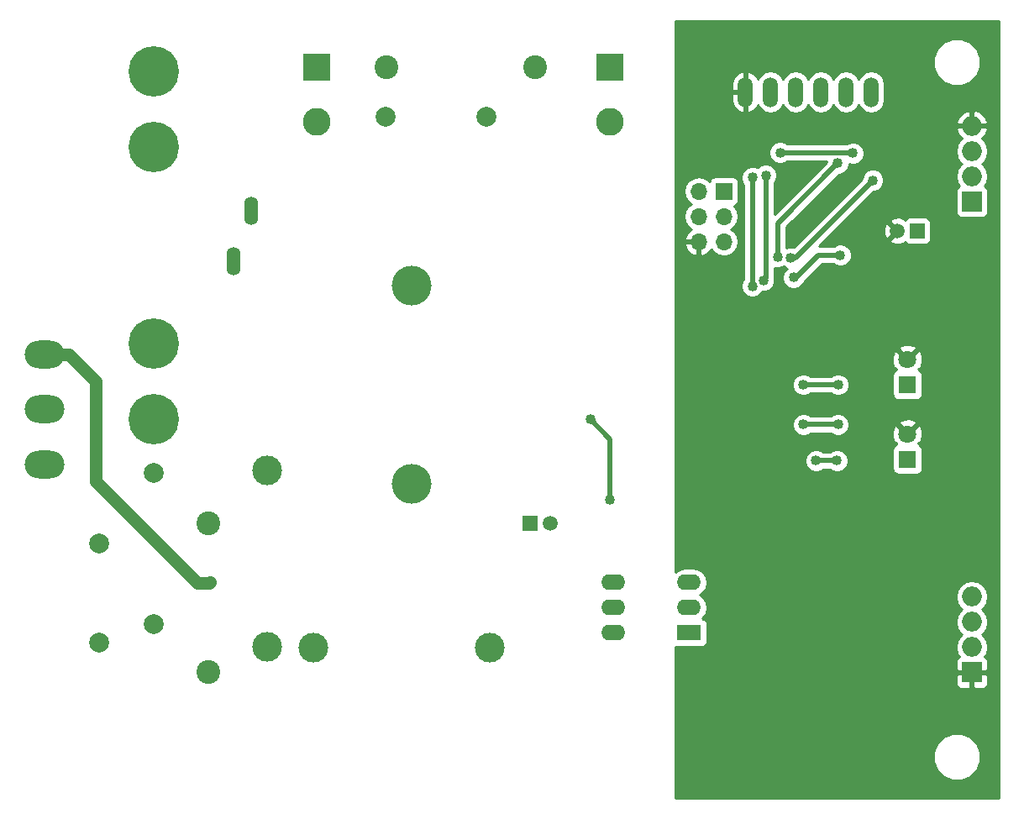
<source format=gtl>
G04 #@! TF.GenerationSoftware,KiCad,Pcbnew,no-vcs-found-f12b19d~59~ubuntu16.04.1*
G04 #@! TF.CreationDate,2017-08-22T16:20:07+03:00*
G04 #@! TF.ProjectId,ssr,7373722E6B696361645F706362000000,rev?*
G04 #@! TF.SameCoordinates,Original*
G04 #@! TF.FileFunction,Copper,L1,Top,Signal*
G04 #@! TF.FilePolarity,Positive*
%FSLAX46Y46*%
G04 Gerber Fmt 4.6, Leading zero omitted, Abs format (unit mm)*
G04 Created by KiCad (PCBNEW no-vcs-found-f12b19d~59~ubuntu16.04.1) date Tue Aug 22 16:20:07 2017*
%MOMM*%
%LPD*%
G01*
G04 APERTURE LIST*
%ADD10O,1.998980X1.998980*%
%ADD11R,1.998980X1.998980*%
%ADD12C,2.400000*%
%ADD13O,2.400000X1.600000*%
%ADD14R,2.400000X1.600000*%
%ADD15C,2.000000*%
%ADD16R,1.800000X1.800000*%
%ADD17C,1.800000*%
%ADD18C,2.999740*%
%ADD19O,4.000000X2.800000*%
%ADD20C,5.080000*%
%ADD21O,1.506220X3.014980*%
%ADD22C,4.000500*%
%ADD23O,1.422400X2.844800*%
%ADD24C,1.998980*%
%ADD25R,1.500000X1.500000*%
%ADD26C,1.500000*%
%ADD27O,1.700000X1.700000*%
%ADD28R,1.700000X1.700000*%
%ADD29R,2.800000X2.800000*%
%ADD30C,2.800000*%
%ADD31C,1.016000*%
%ADD32C,0.508000*%
%ADD33C,1.270000*%
%ADD34C,0.254000*%
G04 APERTURE END LIST*
D10*
X196500000Y-78880000D03*
D11*
X196500000Y-86500000D03*
D10*
X196500000Y-83960000D03*
X196500000Y-81420000D03*
X196500000Y-31420000D03*
D11*
X196500000Y-39040000D03*
D10*
X196500000Y-36500000D03*
X196500000Y-33960000D03*
D12*
X119500000Y-86500000D03*
X119500000Y-71500000D03*
D13*
X160380000Y-82500000D03*
X168000000Y-77420000D03*
X160380000Y-79960000D03*
X168000000Y-79960000D03*
X160380000Y-77420000D03*
D14*
X168000000Y-82500000D03*
D15*
X108500000Y-83500000D03*
X108500000Y-73500000D03*
D12*
X137500000Y-25500000D03*
X152500000Y-25500000D03*
D16*
X190000000Y-65000000D03*
D17*
X190000000Y-62460000D03*
D16*
X190000000Y-57500000D03*
D17*
X190000000Y-54960000D03*
D18*
X147890000Y-84000000D03*
X130110000Y-84000000D03*
D19*
X103000000Y-65524500D03*
X103000000Y-60000000D03*
X103000000Y-54475500D03*
D20*
X114000000Y-61000000D03*
X114000000Y-53380000D03*
X114000000Y-25948000D03*
X114000000Y-33568000D03*
D21*
X173650000Y-28000000D03*
X176190000Y-28000000D03*
X178730000Y-28000000D03*
X181270000Y-28000000D03*
X183810000Y-28000000D03*
X186350000Y-28000000D03*
D22*
X139999960Y-67500000D03*
X139999960Y-47500040D03*
D23*
X122111000Y-45040000D03*
X123889000Y-39960000D03*
D24*
X137420000Y-30500000D03*
X147580000Y-30500000D03*
D18*
X125500000Y-83890000D03*
X125500000Y-66110000D03*
D24*
X114000000Y-81620000D03*
X114000000Y-66380000D03*
D25*
X152000000Y-71500000D03*
D26*
X154000000Y-71500000D03*
D25*
X191000000Y-42000000D03*
D26*
X189000000Y-42000000D03*
D27*
X168960000Y-43080000D03*
X171500000Y-43080000D03*
X168960000Y-40540000D03*
X171500000Y-40540000D03*
X168960000Y-38000000D03*
D28*
X171500000Y-38000000D03*
D29*
X130500000Y-25500000D03*
D30*
X130500000Y-31000000D03*
X160000000Y-31000000D03*
D29*
X160000000Y-25500000D03*
D31*
X179516010Y-57500000D03*
X175500002Y-47000000D03*
X183000000Y-57500000D03*
X175723888Y-36385418D03*
X184493538Y-34156368D03*
X177167837Y-34110570D03*
X185000000Y-46000000D03*
X185921783Y-44835615D03*
X170818908Y-84540136D03*
X174265816Y-82056556D03*
X173738996Y-84434772D03*
X188501376Y-38499695D03*
X189493731Y-33118077D03*
X190696008Y-32354727D03*
X182880745Y-38897265D03*
X183336259Y-36676633D03*
X174364066Y-47567964D03*
X183246565Y-44453441D03*
X178529045Y-46690820D03*
X174372820Y-36623862D03*
X180770000Y-65150000D03*
X182897561Y-65143425D03*
X160009641Y-69095961D03*
X158025153Y-60994641D03*
X119685931Y-77375550D03*
X176921100Y-44610173D03*
X182994623Y-35177232D03*
X178241987Y-44717101D03*
X186505879Y-36904391D03*
X179500000Y-61500000D03*
X183000000Y-61500000D03*
D32*
X183000000Y-57500000D02*
X179516010Y-57500000D01*
X175723888Y-36385418D02*
X175723888Y-46776114D01*
X175723888Y-46776114D02*
X175500002Y-47000000D01*
X177167837Y-34110570D02*
X184447740Y-34110570D01*
X184447740Y-34110570D02*
X184493538Y-34156368D01*
X174372820Y-36623862D02*
X174372820Y-47559210D01*
X174372820Y-47559210D02*
X174364066Y-47567964D01*
X178529045Y-46690820D02*
X178809180Y-46690820D01*
X178809180Y-46690820D02*
X181046559Y-44453441D01*
X181046559Y-44453441D02*
X183246565Y-44453441D01*
X182897561Y-65143425D02*
X180776575Y-65143425D01*
X180776575Y-65143425D02*
X180770000Y-65150000D01*
X158025153Y-60994641D02*
X160009641Y-62979129D01*
X160009641Y-62979129D02*
X160009641Y-69095961D01*
D33*
X118460000Y-77460000D02*
X119601481Y-77460000D01*
X119601481Y-77460000D02*
X119685931Y-77375550D01*
X108224884Y-67224884D02*
X118460000Y-77460000D01*
X108224884Y-57192384D02*
X108224884Y-67224884D01*
X105508000Y-54475500D02*
X108224884Y-57192384D01*
X103000000Y-54475500D02*
X105508000Y-54475500D01*
D32*
X176921100Y-43891753D02*
X176921100Y-44610173D01*
X176921100Y-41250755D02*
X176921100Y-43891753D01*
X182994623Y-35177232D02*
X176921100Y-41250755D01*
X186505879Y-36904391D02*
X178693169Y-44717101D01*
X178693169Y-44717101D02*
X178241987Y-44717101D01*
X183000000Y-61500000D02*
X179500000Y-61500000D01*
D34*
X166627000Y-20817660D02*
X199182300Y-20817660D01*
X166627000Y-21058960D02*
X199182300Y-21058960D01*
X166627000Y-21300260D02*
X199182300Y-21300260D01*
X166627000Y-21541560D02*
X199182300Y-21541560D01*
X166627000Y-21782860D02*
X199182300Y-21782860D01*
X166627000Y-22024160D02*
X199182300Y-22024160D01*
X166627000Y-22265460D02*
X199182300Y-22265460D01*
X166627000Y-22506760D02*
X199182300Y-22506760D01*
X166627000Y-22748060D02*
X194223809Y-22748060D01*
X195779004Y-22748060D02*
X199182300Y-22748060D01*
X166627000Y-22989360D02*
X193649504Y-22989360D01*
X196353805Y-22989360D02*
X199182300Y-22989360D01*
X166627000Y-23230660D02*
X193407782Y-23230660D01*
X196594684Y-23230660D02*
X199182300Y-23230660D01*
X166627000Y-23471960D02*
X193166061Y-23471960D01*
X196835563Y-23471960D02*
X199182300Y-23471960D01*
X166627000Y-23713260D02*
X192961075Y-23713260D01*
X197041855Y-23713260D02*
X199182300Y-23713260D01*
X166627000Y-23954560D02*
X192860878Y-23954560D01*
X197141558Y-23954560D02*
X199182300Y-23954560D01*
X166627000Y-24195860D02*
X192760681Y-24195860D01*
X197241261Y-24195860D02*
X199182300Y-24195860D01*
X166627000Y-24437160D02*
X192660485Y-24437160D01*
X197340964Y-24437160D02*
X199182300Y-24437160D01*
X166627000Y-24678460D02*
X192624300Y-24678460D01*
X197378419Y-24678460D02*
X199182300Y-24678460D01*
X166627000Y-24919760D02*
X192624089Y-24919760D01*
X197378209Y-24919760D02*
X199182300Y-24919760D01*
X166627000Y-25161060D02*
X192623879Y-25161060D01*
X197377998Y-25161060D02*
X199182300Y-25161060D01*
X166627000Y-25402360D02*
X192623668Y-25402360D01*
X197377788Y-25402360D02*
X199182300Y-25402360D01*
X166627000Y-25643660D02*
X192695515Y-25643660D01*
X197307186Y-25643660D02*
X199182300Y-25643660D01*
X166627000Y-25884960D02*
X175881992Y-25884960D01*
X176498009Y-25884960D02*
X178421992Y-25884960D01*
X179038009Y-25884960D02*
X180961992Y-25884960D01*
X181578009Y-25884960D02*
X183501992Y-25884960D01*
X184118009Y-25884960D02*
X186041992Y-25884960D01*
X186658009Y-25884960D02*
X192795218Y-25884960D01*
X197206989Y-25884960D02*
X199182300Y-25884960D01*
X166627000Y-26126260D02*
X172846612Y-26126260D01*
X173523000Y-26126260D02*
X173777000Y-26126260D01*
X174453389Y-26126260D02*
X175366258Y-26126260D01*
X177013743Y-26126260D02*
X177906258Y-26126260D01*
X179553743Y-26126260D02*
X180446258Y-26126260D01*
X182093743Y-26126260D02*
X182986258Y-26126260D01*
X184633743Y-26126260D02*
X185526258Y-26126260D01*
X187173743Y-26126260D02*
X192894921Y-26126260D01*
X197106792Y-26126260D02*
X199182300Y-26126260D01*
X166627000Y-26367560D02*
X172601868Y-26367560D01*
X173523000Y-26367560D02*
X173777000Y-26367560D01*
X174698133Y-26367560D02*
X175120810Y-26367560D01*
X177259191Y-26367560D02*
X177660810Y-26367560D01*
X179799191Y-26367560D02*
X180200810Y-26367560D01*
X182339191Y-26367560D02*
X182740810Y-26367560D01*
X184879191Y-26367560D02*
X185280810Y-26367560D01*
X187419191Y-26367560D02*
X193008633Y-26367560D01*
X196994616Y-26367560D02*
X199182300Y-26367560D01*
X166627000Y-26608860D02*
X172412670Y-26608860D01*
X173523000Y-26608860D02*
X173777000Y-26608860D01*
X174887331Y-26608860D02*
X174959578Y-26608860D01*
X177420422Y-26608860D02*
X177499579Y-26608860D01*
X179960422Y-26608860D02*
X180039579Y-26608860D01*
X182500422Y-26608860D02*
X182579579Y-26608860D01*
X185040422Y-26608860D02*
X185119579Y-26608860D01*
X187580423Y-26608860D02*
X193249512Y-26608860D01*
X196752894Y-26608860D02*
X199182300Y-26608860D01*
X166627000Y-26850160D02*
X172341297Y-26850160D01*
X173523000Y-26850160D02*
X173777000Y-26850160D01*
X187659766Y-26850160D02*
X193490391Y-26850160D01*
X196511173Y-26850160D02*
X199182300Y-26850160D01*
X166627000Y-27091460D02*
X172269924Y-27091460D01*
X173523000Y-27091460D02*
X173777000Y-27091460D01*
X187707764Y-27091460D02*
X193842072Y-27091460D01*
X196161321Y-27091460D02*
X199182300Y-27091460D01*
X166627000Y-27332760D02*
X172261890Y-27332760D01*
X173523000Y-27332760D02*
X173777000Y-27332760D01*
X187730110Y-27332760D02*
X194423187Y-27332760D01*
X195577330Y-27332760D02*
X199182300Y-27332760D01*
X166627000Y-27574060D02*
X172261890Y-27574060D01*
X173523000Y-27574060D02*
X173777000Y-27574060D01*
X187730110Y-27574060D02*
X199182300Y-27574060D01*
X166627000Y-27815360D02*
X172261890Y-27815360D01*
X173523000Y-27815360D02*
X173777000Y-27815360D01*
X187730110Y-27815360D02*
X199182300Y-27815360D01*
X166627000Y-28056660D02*
X173797000Y-28056660D01*
X187730110Y-28056660D02*
X199182300Y-28056660D01*
X166627000Y-28297960D02*
X172261890Y-28297960D01*
X173523000Y-28297960D02*
X173777000Y-28297960D01*
X187730110Y-28297960D02*
X199182300Y-28297960D01*
X166627000Y-28539260D02*
X172261890Y-28539260D01*
X173523000Y-28539260D02*
X173777000Y-28539260D01*
X187730110Y-28539260D02*
X199182300Y-28539260D01*
X166627000Y-28780560D02*
X172261890Y-28780560D01*
X173523000Y-28780560D02*
X173777000Y-28780560D01*
X187730110Y-28780560D02*
X199182300Y-28780560D01*
X166627000Y-29021860D02*
X172303442Y-29021860D01*
X173523000Y-29021860D02*
X173777000Y-29021860D01*
X187685222Y-29021860D02*
X199182300Y-29021860D01*
X166627000Y-29263160D02*
X172374815Y-29263160D01*
X173523000Y-29263160D02*
X173777000Y-29263160D01*
X187637224Y-29263160D02*
X199182300Y-29263160D01*
X166627000Y-29504460D02*
X172498314Y-29504460D01*
X173523000Y-29504460D02*
X173777000Y-29504460D01*
X174801685Y-29504460D02*
X175035295Y-29504460D01*
X177344703Y-29504460D02*
X177575296Y-29504460D01*
X179884703Y-29504460D02*
X180115296Y-29504460D01*
X182424703Y-29504460D02*
X182655296Y-29504460D01*
X184964703Y-29504460D02*
X185195296Y-29504460D01*
X187504704Y-29504460D02*
X199182300Y-29504460D01*
X166627000Y-29745760D02*
X172693558Y-29745760D01*
X173523000Y-29745760D02*
X173777000Y-29745760D01*
X174606441Y-29745760D02*
X175196527Y-29745760D01*
X177183472Y-29745760D02*
X177736527Y-29745760D01*
X179723472Y-29745760D02*
X180276527Y-29745760D01*
X182263472Y-29745760D02*
X182816527Y-29745760D01*
X184803472Y-29745760D02*
X185356527Y-29745760D01*
X187343472Y-29745760D02*
X199182300Y-29745760D01*
X166627000Y-29987060D02*
X173055125Y-29987060D01*
X173505671Y-29987060D02*
X173794328Y-29987060D01*
X174244874Y-29987060D02*
X175535852Y-29987060D01*
X176844147Y-29987060D02*
X178075852Y-29987060D01*
X179384147Y-29987060D02*
X180615852Y-29987060D01*
X181924147Y-29987060D02*
X183155852Y-29987060D01*
X184464147Y-29987060D02*
X185695852Y-29987060D01*
X187004147Y-29987060D02*
X195741375Y-29987060D01*
X196373000Y-29987060D02*
X196627000Y-29987060D01*
X197258626Y-29987060D02*
X199182300Y-29987060D01*
X166627000Y-30228360D02*
X195427433Y-30228360D01*
X196373000Y-30228360D02*
X196627000Y-30228360D01*
X197572568Y-30228360D02*
X199182300Y-30228360D01*
X166627000Y-30469660D02*
X195172614Y-30469660D01*
X196373000Y-30469660D02*
X196627000Y-30469660D01*
X197827387Y-30469660D02*
X199182300Y-30469660D01*
X166627000Y-30710960D02*
X195061596Y-30710960D01*
X196373000Y-30710960D02*
X196627000Y-30710960D01*
X197938405Y-30710960D02*
X199182300Y-30710960D01*
X166627000Y-30952260D02*
X194950578Y-30952260D01*
X196373000Y-30952260D02*
X196627000Y-30952260D01*
X198049423Y-30952260D02*
X199182300Y-30952260D01*
X166627000Y-31193560D02*
X194982557Y-31193560D01*
X196373000Y-31193560D02*
X196627000Y-31193560D01*
X198017442Y-31193560D02*
X199182300Y-31193560D01*
X166627000Y-31434860D02*
X199182300Y-31434860D01*
X166627000Y-31676160D02*
X194968619Y-31676160D01*
X198031382Y-31676160D02*
X199182300Y-31676160D01*
X166627000Y-31917460D02*
X194964251Y-31917460D01*
X198035748Y-31917460D02*
X199182300Y-31917460D01*
X166627000Y-32158760D02*
X195075269Y-32158760D01*
X197924730Y-32158760D02*
X199182300Y-32158760D01*
X166627000Y-32400060D02*
X195198895Y-32400060D01*
X197801104Y-32400060D02*
X199182300Y-32400060D01*
X166627000Y-32641360D02*
X195459534Y-32641360D01*
X197540465Y-32641360D02*
X199182300Y-32641360D01*
X166627000Y-32882660D02*
X195279989Y-32882660D01*
X197720012Y-32882660D02*
X199182300Y-32882660D01*
X166627000Y-33123960D02*
X176583456Y-33123960D01*
X177751480Y-33123960D02*
X184019996Y-33123960D01*
X184966888Y-33123960D02*
X195118757Y-33123960D01*
X197881244Y-33123960D02*
X199182300Y-33123960D01*
X166627000Y-33365260D02*
X176307915Y-33365260D01*
X185307543Y-33365260D02*
X194985473Y-33365260D01*
X198014528Y-33365260D02*
X199182300Y-33365260D01*
X166627000Y-33606560D02*
X176148161Y-33606560D01*
X185494434Y-33606560D02*
X194937476Y-33606560D01*
X198062525Y-33606560D02*
X199182300Y-33606560D01*
X166627000Y-33847860D02*
X176047964Y-33847860D01*
X185594138Y-33847860D02*
X194889478Y-33847860D01*
X198110523Y-33847860D02*
X199182300Y-33847860D01*
X166627000Y-34089160D02*
X176032855Y-34089160D01*
X185628597Y-34089160D02*
X194892863Y-34089160D01*
X198107136Y-34089160D02*
X199182300Y-34089160D01*
X166627000Y-34330460D02*
X176032645Y-34330460D01*
X185628386Y-34330460D02*
X194940860Y-34330460D01*
X198059139Y-34330460D02*
X199182300Y-34330460D01*
X166627000Y-34571760D02*
X176130325Y-34571760D01*
X185550012Y-34571760D02*
X194988858Y-34571760D01*
X198011141Y-34571760D02*
X199182300Y-34571760D01*
X166627000Y-34813060D02*
X176265368Y-34813060D01*
X185442233Y-34813060D02*
X195130129Y-34813060D01*
X197869870Y-34813060D02*
X199182300Y-34813060D01*
X166627000Y-35054360D02*
X176506248Y-35054360D01*
X177828933Y-35054360D02*
X181859730Y-35054360D01*
X185200512Y-35054360D02*
X195291360Y-35054360D01*
X197708639Y-35054360D02*
X199182300Y-35054360D01*
X166627000Y-35295660D02*
X175389143Y-35295660D01*
X176059124Y-35295660D02*
X181630273Y-35295660D01*
X184129520Y-35295660D02*
X195383382Y-35295660D01*
X197616619Y-35295660D02*
X199182300Y-35295660D01*
X166627000Y-35536960D02*
X174031163Y-35536960D01*
X174714934Y-35536960D02*
X174967294Y-35536960D01*
X176480643Y-35536960D02*
X181388973Y-35536960D01*
X184074210Y-35536960D02*
X195203616Y-35536960D01*
X197796385Y-35536960D02*
X199182300Y-35536960D01*
X166627000Y-35778260D02*
X173613365Y-35778260D01*
X176701088Y-35778260D02*
X181147673Y-35778260D01*
X183974014Y-35778260D02*
X186259163Y-35778260D01*
X186753520Y-35778260D02*
X195042384Y-35778260D01*
X197957617Y-35778260D02*
X199182300Y-35778260D01*
X166627000Y-36019560D02*
X173394789Y-36019560D01*
X176800791Y-36019560D02*
X180906373Y-36019560D01*
X183757358Y-36019560D02*
X185785721Y-36019560D01*
X187226325Y-36019560D02*
X194962737Y-36019560D01*
X198037264Y-36019560D02*
X199182300Y-36019560D01*
X166627000Y-36260860D02*
X173294592Y-36260860D01*
X176858997Y-36260860D02*
X180665073Y-36260860D01*
X183344204Y-36260860D02*
X185544137Y-36260860D01*
X187467204Y-36260860D02*
X194914740Y-36260860D01*
X198085261Y-36260860D02*
X199182300Y-36260860D01*
X166627000Y-36502160D02*
X173237926Y-36502160D01*
X176858786Y-36502160D02*
X180423773Y-36502160D01*
X182915617Y-36502160D02*
X185443940Y-36502160D01*
X187567753Y-36502160D02*
X194873510Y-36502160D01*
X198126490Y-36502160D02*
X199182300Y-36502160D01*
X166627000Y-36743460D02*
X168204163Y-36743460D01*
X169715838Y-36743460D02*
X170167557Y-36743460D01*
X172832444Y-36743460D02*
X173237715Y-36743460D01*
X176804176Y-36743460D02*
X180182473Y-36743460D01*
X182674317Y-36743460D02*
X185371019Y-36743460D01*
X187641020Y-36743460D02*
X194915598Y-36743460D01*
X198084401Y-36743460D02*
X199182300Y-36743460D01*
X166627000Y-36984760D02*
X167867185Y-36984760D01*
X172956415Y-36984760D02*
X173293868Y-36984760D01*
X176703979Y-36984760D02*
X179941173Y-36984760D01*
X182433017Y-36984760D02*
X185179588Y-36984760D01*
X187640809Y-36984760D02*
X194963596Y-36984760D01*
X198036403Y-36984760D02*
X199182300Y-36984760D01*
X166627000Y-37226060D02*
X167705954Y-37226060D01*
X172989283Y-37226060D02*
X173393571Y-37226060D01*
X176604888Y-37226060D02*
X179699873Y-37226060D01*
X182191717Y-37226060D02*
X184938288Y-37226060D01*
X187601270Y-37226060D02*
X195045270Y-37226060D01*
X197954729Y-37226060D02*
X199182300Y-37226060D01*
X166627000Y-37467360D02*
X167560013Y-37467360D01*
X172989283Y-37467360D02*
X173491820Y-37467360D01*
X176604888Y-37467360D02*
X179458573Y-37467360D01*
X181950417Y-37467360D02*
X184696988Y-37467360D01*
X187501073Y-37467360D02*
X195206502Y-37467360D01*
X197793497Y-37467360D02*
X199182300Y-37467360D01*
X166627000Y-37708660D02*
X167512016Y-37708660D01*
X172989283Y-37708660D02*
X173491820Y-37708660D01*
X176604888Y-37708660D02*
X179217273Y-37708660D01*
X181709117Y-37708660D02*
X184455688Y-37708660D01*
X187306739Y-37708660D02*
X194968160Y-37708660D01*
X198031841Y-37708660D02*
X199182300Y-37708660D01*
X166627000Y-37949960D02*
X167464018Y-37949960D01*
X172989283Y-37949960D02*
X173491820Y-37949960D01*
X176604888Y-37949960D02*
X178975973Y-37949960D01*
X181467817Y-37949960D02*
X184214388Y-37949960D01*
X186947569Y-37949960D02*
X194879239Y-37949960D01*
X198120762Y-37949960D02*
X199182300Y-37949960D01*
X166627000Y-38191260D02*
X167492108Y-38191260D01*
X172989283Y-38191260D02*
X173491820Y-38191260D01*
X176604888Y-38191260D02*
X178734673Y-38191260D01*
X181226517Y-38191260D02*
X183973088Y-38191260D01*
X186464932Y-38191260D02*
X194861227Y-38191260D01*
X198138773Y-38191260D02*
X199182300Y-38191260D01*
X166627000Y-38432560D02*
X167540105Y-38432560D01*
X172989283Y-38432560D02*
X173491820Y-38432560D01*
X176604888Y-38432560D02*
X178493373Y-38432560D01*
X180985217Y-38432560D02*
X183731788Y-38432560D01*
X186223632Y-38432560D02*
X194861227Y-38432560D01*
X198138773Y-38432560D02*
X199182300Y-38432560D01*
X166627000Y-38673860D02*
X167639082Y-38673860D01*
X172989283Y-38673860D02*
X173491820Y-38673860D01*
X176604888Y-38673860D02*
X178252073Y-38673860D01*
X180743917Y-38673860D02*
X183490488Y-38673860D01*
X185982332Y-38673860D02*
X194861227Y-38673860D01*
X198138773Y-38673860D02*
X199182300Y-38673860D01*
X166627000Y-38915160D02*
X167800313Y-38915160D01*
X172976321Y-38915160D02*
X173491820Y-38915160D01*
X176604888Y-38915160D02*
X178010773Y-38915160D01*
X180502617Y-38915160D02*
X183249188Y-38915160D01*
X185741032Y-38915160D02*
X194861227Y-38915160D01*
X198138773Y-38915160D02*
X199182300Y-38915160D01*
X166627000Y-39156460D02*
X168054381Y-39156460D01*
X172899315Y-39156460D02*
X173491820Y-39156460D01*
X176604888Y-39156460D02*
X177769473Y-39156460D01*
X180261317Y-39156460D02*
X183007888Y-39156460D01*
X185499732Y-39156460D02*
X194861227Y-39156460D01*
X198138773Y-39156460D02*
X199182300Y-39156460D01*
X166627000Y-39397760D02*
X168033100Y-39397760D01*
X172658787Y-39397760D02*
X173491820Y-39397760D01*
X176604888Y-39397760D02*
X177528173Y-39397760D01*
X180020017Y-39397760D02*
X182766588Y-39397760D01*
X185258432Y-39397760D02*
X194861227Y-39397760D01*
X198138773Y-39397760D02*
X199182300Y-39397760D01*
X166627000Y-39639060D02*
X167790813Y-39639060D01*
X172669188Y-39639060D02*
X173491820Y-39639060D01*
X176604888Y-39639060D02*
X177286873Y-39639060D01*
X179778717Y-39639060D02*
X182525288Y-39639060D01*
X185017132Y-39639060D02*
X194861227Y-39639060D01*
X198138773Y-39639060D02*
X199182300Y-39639060D01*
X166627000Y-39880360D02*
X167629582Y-39880360D01*
X172830419Y-39880360D02*
X173491820Y-39880360D01*
X176604888Y-39880360D02*
X177045573Y-39880360D01*
X179537417Y-39880360D02*
X182283988Y-39880360D01*
X184775832Y-39880360D02*
X194861227Y-39880360D01*
X198138773Y-39880360D02*
X199182300Y-39880360D01*
X166627000Y-40121660D02*
X167537278Y-40121660D01*
X172922723Y-40121660D02*
X173491820Y-40121660D01*
X176604888Y-40121660D02*
X176804273Y-40121660D01*
X179296117Y-40121660D02*
X182042688Y-40121660D01*
X184534532Y-40121660D02*
X194877571Y-40121660D01*
X198122428Y-40121660D02*
X199182300Y-40121660D01*
X166627000Y-40362960D02*
X167489280Y-40362960D01*
X172970721Y-40362960D02*
X173491820Y-40362960D01*
X179054817Y-40362960D02*
X181801388Y-40362960D01*
X184293232Y-40362960D02*
X194962560Y-40362960D01*
X198037439Y-40362960D02*
X199182300Y-40362960D01*
X166627000Y-40604260D02*
X167466846Y-40604260D01*
X172993153Y-40604260D02*
X173491820Y-40604260D01*
X178813517Y-40604260D02*
X181560088Y-40604260D01*
X184051932Y-40604260D02*
X189176087Y-40604260D01*
X189208935Y-40604260D02*
X195217179Y-40604260D01*
X197782820Y-40604260D02*
X199182300Y-40604260D01*
X166627000Y-40845560D02*
X167514843Y-40845560D01*
X172945156Y-40845560D02*
X173491820Y-40845560D01*
X178572217Y-40845560D02*
X181318788Y-40845560D01*
X183810632Y-40845560D02*
X188259705Y-40845560D01*
X189740296Y-40845560D02*
X189766154Y-40845560D01*
X192233847Y-40845560D02*
X199182300Y-40845560D01*
X166627000Y-41086860D02*
X167562841Y-41086860D01*
X172897158Y-41086860D02*
X173491820Y-41086860D01*
X178330917Y-41086860D02*
X181077488Y-41086860D01*
X183569332Y-41086860D02*
X188266465Y-41086860D01*
X192356833Y-41086860D02*
X199182300Y-41086860D01*
X166627000Y-41328160D02*
X167715455Y-41328160D01*
X172744544Y-41328160D02*
X173491820Y-41328160D01*
X178089617Y-41328160D02*
X180836188Y-41328160D01*
X183328032Y-41328160D02*
X187769005Y-41328160D01*
X188148555Y-41328160D02*
X188507765Y-41328160D01*
X192389283Y-41328160D02*
X199182300Y-41328160D01*
X166627000Y-41569460D02*
X167876686Y-41569460D01*
X172583313Y-41569460D02*
X173491820Y-41569460D01*
X177848317Y-41569460D02*
X180594888Y-41569460D01*
X183086732Y-41569460D02*
X187683128Y-41569460D01*
X188389855Y-41569460D02*
X188749065Y-41569460D01*
X192389283Y-41569460D02*
X199182300Y-41569460D01*
X166627000Y-41810760D02*
X168225443Y-41810760D01*
X172236831Y-41810760D02*
X173491820Y-41810760D01*
X177802100Y-41810760D02*
X180353588Y-41810760D01*
X182845432Y-41810760D02*
X187603591Y-41810760D01*
X188631155Y-41810760D02*
X188990365Y-41810760D01*
X189009635Y-41810760D02*
X189018650Y-41810760D01*
X192389283Y-41810760D02*
X199182300Y-41810760D01*
X166627000Y-42052060D02*
X167926228Y-42052060D01*
X172584330Y-42052060D02*
X173491820Y-42052060D01*
X177802100Y-42052060D02*
X180112288Y-42052060D01*
X182604132Y-42052060D02*
X187615856Y-42052060D01*
X188768335Y-42052060D02*
X189155831Y-42052060D01*
X192389283Y-42052060D02*
X199182300Y-42052060D01*
X166627000Y-42293360D02*
X167706323Y-42293360D01*
X172745561Y-42293360D02*
X173491820Y-42293360D01*
X177802100Y-42293360D02*
X179870988Y-42293360D01*
X182362832Y-42293360D02*
X187628122Y-42293360D01*
X188527035Y-42293360D02*
X188886245Y-42293360D01*
X192389283Y-42293360D02*
X199182300Y-42293360D01*
X166627000Y-42534660D02*
X167596578Y-42534660D01*
X172897461Y-42534660D02*
X173491820Y-42534660D01*
X177802100Y-42534660D02*
X179629688Y-42534660D01*
X182121532Y-42534660D02*
X187709144Y-42534660D01*
X188285735Y-42534660D02*
X188644945Y-42534660D01*
X192389283Y-42534660D02*
X199182300Y-42534660D01*
X166627000Y-42775960D02*
X167546414Y-42775960D01*
X172945459Y-42775960D02*
X173491820Y-42775960D01*
X177802100Y-42775960D02*
X179388388Y-42775960D01*
X181880232Y-42775960D02*
X187971951Y-42775960D01*
X188044435Y-42775960D02*
X188403645Y-42775960D01*
X192384119Y-42775960D02*
X199182300Y-42775960D01*
X166627000Y-43017260D02*
X169107000Y-43017260D01*
X172993457Y-43017260D02*
X173491820Y-43017260D01*
X177802100Y-43017260D02*
X179147088Y-43017260D01*
X181638932Y-43017260D02*
X188220995Y-43017260D01*
X192325507Y-43017260D02*
X199182300Y-43017260D01*
X166627000Y-43258560D02*
X167612635Y-43258560D01*
X168833000Y-43258560D02*
X169087000Y-43258560D01*
X172970418Y-43258560D02*
X173491820Y-43258560D01*
X177802100Y-43258560D02*
X178905788Y-43258560D01*
X181397632Y-43258560D02*
X188405610Y-43258560D01*
X189612628Y-43258560D02*
X189882545Y-43258560D01*
X192117454Y-43258560D02*
X199182300Y-43258560D01*
X166627000Y-43499860D02*
X167544605Y-43499860D01*
X168833000Y-43499860D02*
X169087000Y-43499860D01*
X172922420Y-43499860D02*
X173491820Y-43499860D01*
X177802100Y-43499860D02*
X178664488Y-43499860D01*
X181156332Y-43499860D02*
X182595277Y-43499860D01*
X183898380Y-43499860D02*
X199182300Y-43499860D01*
X166627000Y-43741160D02*
X167644548Y-43741160D01*
X168833000Y-43741160D02*
X169087000Y-43741160D01*
X172829403Y-43741160D02*
X173491820Y-43741160D01*
X184139260Y-43741160D02*
X199182300Y-43741160D01*
X166627000Y-43982460D02*
X167811873Y-43982460D01*
X168833000Y-43982460D02*
X169087000Y-43982460D01*
X170108126Y-43982460D02*
X170331828Y-43982460D01*
X172668172Y-43982460D02*
X173491820Y-43982460D01*
X184280032Y-43982460D02*
X199182300Y-43982460D01*
X166627000Y-44223760D02*
X168031778Y-44223760D01*
X168833000Y-44223760D02*
X169087000Y-44223760D01*
X169888221Y-44223760D02*
X170575374Y-44223760D01*
X172424625Y-44223760D02*
X173491820Y-44223760D01*
X184379735Y-44223760D02*
X199182300Y-44223760D01*
X166627000Y-44465060D02*
X168482957Y-44465060D01*
X168710609Y-44465060D02*
X169209390Y-44465060D01*
X169437042Y-44465060D02*
X171008851Y-44465060D01*
X171991148Y-44465060D02*
X173491820Y-44465060D01*
X184381555Y-44465060D02*
X199182300Y-44465060D01*
X166627000Y-44706360D02*
X173491820Y-44706360D01*
X184370504Y-44706360D02*
X199182300Y-44706360D01*
X166627000Y-44947660D02*
X173491820Y-44947660D01*
X184270307Y-44947660D02*
X199182300Y-44947660D01*
X166627000Y-45188960D02*
X173491820Y-45188960D01*
X184116295Y-45188960D02*
X199182300Y-45188960D01*
X166627000Y-45430260D02*
X173491820Y-45430260D01*
X181315662Y-45430260D02*
X182639342Y-45430260D01*
X183854642Y-45430260D02*
X199182300Y-45430260D01*
X166627000Y-45671560D02*
X173491820Y-45671560D01*
X177324508Y-45671560D02*
X177591048Y-45671560D01*
X181074362Y-45671560D02*
X199182300Y-45671560D01*
X166627000Y-45912860D02*
X173491820Y-45912860D01*
X176604888Y-45912860D02*
X177701830Y-45912860D01*
X180833062Y-45912860D02*
X199182300Y-45912860D01*
X166627000Y-46154160D02*
X173491820Y-46154160D01*
X176604888Y-46154160D02*
X177522926Y-46154160D01*
X180591762Y-46154160D02*
X199182300Y-46154160D01*
X166627000Y-46395460D02*
X173491820Y-46395460D01*
X176604888Y-46395460D02*
X177422729Y-46395460D01*
X180350462Y-46395460D02*
X199182300Y-46395460D01*
X166627000Y-46636760D02*
X173491820Y-46636760D01*
X176604888Y-46636760D02*
X177394092Y-46636760D01*
X180109162Y-46636760D02*
X199182300Y-46636760D01*
X166627000Y-46878060D02*
X173448641Y-46878060D01*
X176635109Y-46878060D02*
X177393881Y-46878060D01*
X179867862Y-46878060D02*
X199182300Y-46878060D01*
X166627000Y-47119360D02*
X173321383Y-47119360D01*
X176634898Y-47119360D02*
X177478042Y-47119360D01*
X179626562Y-47119360D02*
X199182300Y-47119360D01*
X166627000Y-47360660D02*
X173229247Y-47360660D01*
X176579202Y-47360660D02*
X177593983Y-47360660D01*
X179464569Y-47360660D02*
X199182300Y-47360660D01*
X166627000Y-47601960D02*
X173229036Y-47601960D01*
X176479006Y-47601960D02*
X177834863Y-47601960D01*
X179222848Y-47601960D02*
X199182300Y-47601960D01*
X166627000Y-47843260D02*
X173249743Y-47843260D01*
X176261803Y-47843260D02*
X199182300Y-47843260D01*
X166627000Y-48084560D02*
X173349447Y-48084560D01*
X175847327Y-48084560D02*
X199182300Y-48084560D01*
X166627000Y-48325860D02*
X173516907Y-48325860D01*
X175211380Y-48325860D02*
X199182300Y-48325860D01*
X166627000Y-48567160D02*
X173810733Y-48567160D01*
X174917987Y-48567160D02*
X199182300Y-48567160D01*
X166627000Y-48808460D02*
X199182300Y-48808460D01*
X166627000Y-49049760D02*
X199182300Y-49049760D01*
X166627000Y-49291060D02*
X199182300Y-49291060D01*
X166627000Y-49532360D02*
X199182300Y-49532360D01*
X166627000Y-49773660D02*
X199182300Y-49773660D01*
X166627000Y-50014960D02*
X199182300Y-50014960D01*
X166627000Y-50256260D02*
X199182300Y-50256260D01*
X166627000Y-50497560D02*
X199182300Y-50497560D01*
X166627000Y-50738860D02*
X199182300Y-50738860D01*
X166627000Y-50980160D02*
X199182300Y-50980160D01*
X166627000Y-51221460D02*
X199182300Y-51221460D01*
X166627000Y-51462760D02*
X199182300Y-51462760D01*
X166627000Y-51704060D02*
X199182300Y-51704060D01*
X166627000Y-51945360D02*
X199182300Y-51945360D01*
X166627000Y-52186660D02*
X199182300Y-52186660D01*
X166627000Y-52427960D02*
X199182300Y-52427960D01*
X166627000Y-52669260D02*
X199182300Y-52669260D01*
X166627000Y-52910560D02*
X199182300Y-52910560D01*
X166627000Y-53151860D02*
X199182300Y-53151860D01*
X166627000Y-53393160D02*
X199182300Y-53393160D01*
X166627000Y-53634460D02*
X189182112Y-53634460D01*
X190817889Y-53634460D02*
X199182300Y-53634460D01*
X166627000Y-53875760D02*
X189100821Y-53875760D01*
X190899180Y-53875760D02*
X199182300Y-53875760D01*
X166627000Y-54117060D02*
X188748822Y-54117060D01*
X188977455Y-54117060D02*
X189336665Y-54117060D01*
X190663335Y-54117060D02*
X191022545Y-54117060D01*
X191251179Y-54117060D02*
X199182300Y-54117060D01*
X166627000Y-54358360D02*
X188585609Y-54358360D01*
X189218755Y-54358360D02*
X189577965Y-54358360D01*
X190422035Y-54358360D02*
X190781245Y-54358360D01*
X191424667Y-54358360D02*
X199182300Y-54358360D01*
X166627000Y-54599660D02*
X188497327Y-54599660D01*
X189460055Y-54599660D02*
X189819265Y-54599660D01*
X190180735Y-54599660D02*
X190539945Y-54599660D01*
X191521222Y-54599660D02*
X199182300Y-54599660D01*
X166627000Y-54840960D02*
X188458648Y-54840960D01*
X189701355Y-54840960D02*
X190298645Y-54840960D01*
X191531355Y-54840960D02*
X199182300Y-54840960D01*
X166627000Y-55082260D02*
X188468781Y-55082260D01*
X189914370Y-55082260D02*
X190085631Y-55082260D01*
X191541487Y-55082260D02*
X199182300Y-55082260D01*
X166627000Y-55323560D02*
X188478913Y-55323560D01*
X191501495Y-55323560D02*
X199182300Y-55323560D01*
X166627000Y-55564860D02*
X188576666Y-55564860D01*
X191413213Y-55564860D02*
X199182300Y-55564860D01*
X166627000Y-55806160D02*
X188758380Y-55806160D01*
X191241619Y-55806160D02*
X199182300Y-55806160D01*
X166627000Y-56047460D02*
X188798368Y-56047460D01*
X191201633Y-56047460D02*
X199182300Y-56047460D01*
X166627000Y-56288760D02*
X188553879Y-56288760D01*
X191446122Y-56288760D02*
X199182300Y-56288760D01*
X166627000Y-56530060D02*
X178891284Y-56530060D01*
X180139799Y-56530060D02*
X182375274Y-56530060D01*
X183623789Y-56530060D02*
X188474630Y-56530060D01*
X191525371Y-56530060D02*
X199182300Y-56530060D01*
X166627000Y-56771360D02*
X178639389Y-56771360D01*
X183876364Y-56771360D02*
X188460717Y-56771360D01*
X191539283Y-56771360D02*
X199182300Y-56771360D01*
X166627000Y-57012660D02*
X178489412Y-57012660D01*
X184026707Y-57012660D02*
X188460717Y-57012660D01*
X191539283Y-57012660D02*
X199182300Y-57012660D01*
X166627000Y-57253960D02*
X178389215Y-57253960D01*
X184126411Y-57253960D02*
X188460717Y-57253960D01*
X191539283Y-57253960D02*
X199182300Y-57253960D01*
X166627000Y-57495260D02*
X178381014Y-57495260D01*
X184135005Y-57495260D02*
X188460717Y-57495260D01*
X191539283Y-57495260D02*
X199182300Y-57495260D01*
X166627000Y-57736560D02*
X178385682Y-57736560D01*
X184130732Y-57736560D02*
X188460717Y-57736560D01*
X191539283Y-57736560D02*
X199182300Y-57736560D01*
X166627000Y-57977860D02*
X178485385Y-57977860D01*
X184030535Y-57977860D02*
X188460717Y-57977860D01*
X191539283Y-57977860D02*
X199182300Y-57977860D01*
X166627000Y-58219160D02*
X178630182Y-58219160D01*
X183886118Y-58219160D02*
X188460717Y-58219160D01*
X191539283Y-58219160D02*
X199182300Y-58219160D01*
X166627000Y-58460460D02*
X178871062Y-58460460D01*
X180160407Y-58460460D02*
X182355052Y-58460460D01*
X183644397Y-58460460D02*
X188472743Y-58460460D01*
X191527256Y-58460460D02*
X199182300Y-58460460D01*
X166627000Y-58701760D02*
X188547544Y-58701760D01*
X191452455Y-58701760D02*
X199182300Y-58701760D01*
X166627000Y-58943060D02*
X188784178Y-58943060D01*
X191215821Y-58943060D02*
X199182300Y-58943060D01*
X166627000Y-59184360D02*
X199182300Y-59184360D01*
X166627000Y-59425660D02*
X199182300Y-59425660D01*
X166627000Y-59666960D02*
X199182300Y-59666960D01*
X166627000Y-59908260D02*
X199182300Y-59908260D01*
X166627000Y-60149560D02*
X199182300Y-60149560D01*
X166627000Y-60390860D02*
X179212163Y-60390860D01*
X179788560Y-60390860D02*
X182712163Y-60390860D01*
X183288560Y-60390860D02*
X199182300Y-60390860D01*
X166627000Y-60632160D02*
X178762822Y-60632160D01*
X183737407Y-60632160D02*
X199182300Y-60632160D01*
X166627000Y-60873460D02*
X178531203Y-60873460D01*
X183969191Y-60873460D02*
X199182300Y-60873460D01*
X166627000Y-61114760D02*
X178431006Y-61114760D01*
X184068894Y-61114760D02*
X189206607Y-61114760D01*
X190790650Y-61114760D02*
X199182300Y-61114760D01*
X166627000Y-61356060D02*
X178365125Y-61356060D01*
X184135125Y-61356060D02*
X189107458Y-61356060D01*
X190892543Y-61356060D02*
X199182300Y-61356060D01*
X166627000Y-61597360D02*
X178364915Y-61597360D01*
X184134915Y-61597360D02*
X188807299Y-61597360D01*
X188957755Y-61597360D02*
X189316965Y-61597360D01*
X190683035Y-61597360D02*
X191042245Y-61597360D01*
X191192702Y-61597360D02*
X199182300Y-61597360D01*
X166627000Y-61838660D02*
X178411859Y-61838660D01*
X184088336Y-61838660D02*
X188592817Y-61838660D01*
X189199055Y-61838660D02*
X189558265Y-61838660D01*
X190441735Y-61838660D02*
X190800945Y-61838660D01*
X191416507Y-61838660D02*
X199182300Y-61838660D01*
X166627000Y-62079960D02*
X178511562Y-62079960D01*
X183988139Y-62079960D02*
X188504535Y-62079960D01*
X189440355Y-62079960D02*
X189799565Y-62079960D01*
X190200435Y-62079960D02*
X190559645Y-62079960D01*
X191516457Y-62079960D02*
X199182300Y-62079960D01*
X166627000Y-62321260D02*
X178716094Y-62321260D01*
X183783840Y-62321260D02*
X188457821Y-62321260D01*
X189681655Y-62321260D02*
X190318345Y-62321260D01*
X191530527Y-62321260D02*
X199182300Y-62321260D01*
X166627000Y-62562560D02*
X179099264Y-62562560D01*
X179900569Y-62562560D02*
X182599264Y-62562560D01*
X183400569Y-62562560D02*
X188467953Y-62562560D01*
X189894670Y-62562560D02*
X190105331Y-62562560D01*
X191540660Y-62562560D02*
X199182300Y-62562560D01*
X166627000Y-62803860D02*
X188478086Y-62803860D01*
X191508702Y-62803860D02*
X199182300Y-62803860D01*
X166627000Y-63045160D02*
X188568506Y-63045160D01*
X191420420Y-63045160D02*
X199182300Y-63045160D01*
X166627000Y-63286460D02*
X188699903Y-63286460D01*
X191300096Y-63286460D02*
X199182300Y-63286460D01*
X166627000Y-63527760D02*
X188827851Y-63527760D01*
X191172150Y-63527760D02*
X199182300Y-63527760D01*
X166627000Y-63769060D02*
X188567042Y-63769060D01*
X191432959Y-63769060D02*
X199182300Y-63769060D01*
X166627000Y-64010360D02*
X182667627Y-64010360D01*
X183128503Y-64010360D02*
X188478548Y-64010360D01*
X191521453Y-64010360D02*
X199182300Y-64010360D01*
X166627000Y-64251660D02*
X180063375Y-64251660D01*
X181476960Y-64251660D02*
X182184349Y-64251660D01*
X183611085Y-64251660D02*
X188460717Y-64251660D01*
X191539283Y-64251660D02*
X199182300Y-64251660D01*
X166627000Y-64492960D02*
X179821654Y-64492960D01*
X183851964Y-64492960D02*
X188460717Y-64492960D01*
X191539283Y-64492960D02*
X199182300Y-64492960D01*
X166627000Y-64734260D02*
X179713671Y-64734260D01*
X183956570Y-64734260D02*
X188460717Y-64734260D01*
X191539283Y-64734260D02*
X199182300Y-64734260D01*
X166627000Y-64975560D02*
X179635152Y-64975560D01*
X184032708Y-64975560D02*
X188460717Y-64975560D01*
X191539283Y-64975560D02*
X199182300Y-64975560D01*
X166627000Y-65216860D02*
X179634941Y-65216860D01*
X184032497Y-65216860D02*
X188460717Y-65216860D01*
X191539283Y-65216860D02*
X199182300Y-65216860D01*
X166627000Y-65458160D02*
X179669257Y-65458160D01*
X183995831Y-65458160D02*
X188460717Y-65458160D01*
X191539283Y-65458160D02*
X199182300Y-65458160D01*
X166627000Y-65699460D02*
X179768960Y-65699460D01*
X183895634Y-65699460D02*
X188460717Y-65699460D01*
X191539283Y-65699460D02*
X199182300Y-65699460D01*
X166627000Y-65940760D02*
X179955647Y-65940760D01*
X183705367Y-65940760D02*
X188468824Y-65940760D01*
X191531175Y-65940760D02*
X199182300Y-65940760D01*
X166627000Y-66182060D02*
X180295812Y-66182060D01*
X181244384Y-66182060D02*
X182439207Y-66182060D01*
X183356033Y-66182060D02*
X188534381Y-66182060D01*
X191465618Y-66182060D02*
X199182300Y-66182060D01*
X166627000Y-66423360D02*
X188754695Y-66423360D01*
X191245304Y-66423360D02*
X199182300Y-66423360D01*
X166627000Y-66664660D02*
X199182300Y-66664660D01*
X166627000Y-66905960D02*
X199182300Y-66905960D01*
X166627000Y-67147260D02*
X199182300Y-67147260D01*
X166627000Y-67388560D02*
X199182300Y-67388560D01*
X166627000Y-67629860D02*
X199182300Y-67629860D01*
X166627000Y-67871160D02*
X199182300Y-67871160D01*
X166627000Y-68112460D02*
X199182300Y-68112460D01*
X166627000Y-68353760D02*
X199182300Y-68353760D01*
X166627000Y-68595060D02*
X199182300Y-68595060D01*
X166627000Y-68836360D02*
X199182300Y-68836360D01*
X166627000Y-69077660D02*
X199182300Y-69077660D01*
X166627000Y-69318960D02*
X199182300Y-69318960D01*
X166627000Y-69560260D02*
X199182300Y-69560260D01*
X166627000Y-69801560D02*
X199182300Y-69801560D01*
X166627000Y-70042860D02*
X199182300Y-70042860D01*
X166627000Y-70284160D02*
X199182300Y-70284160D01*
X166627000Y-70525460D02*
X199182300Y-70525460D01*
X166627000Y-70766760D02*
X199182300Y-70766760D01*
X166627000Y-71008060D02*
X199182300Y-71008060D01*
X166627000Y-71249360D02*
X199182300Y-71249360D01*
X166627000Y-71490660D02*
X199182300Y-71490660D01*
X166627000Y-71731960D02*
X199182300Y-71731960D01*
X166627000Y-71973260D02*
X199182300Y-71973260D01*
X166627000Y-72214560D02*
X199182300Y-72214560D01*
X166627000Y-72455860D02*
X199182300Y-72455860D01*
X166627000Y-72697160D02*
X199182300Y-72697160D01*
X166627000Y-72938460D02*
X199182300Y-72938460D01*
X166627000Y-73179760D02*
X199182300Y-73179760D01*
X166627000Y-73421060D02*
X199182300Y-73421060D01*
X166627000Y-73662360D02*
X199182300Y-73662360D01*
X166627000Y-73903660D02*
X199182300Y-73903660D01*
X166627000Y-74144960D02*
X199182300Y-74144960D01*
X166627000Y-74386260D02*
X199182300Y-74386260D01*
X166627000Y-74627560D02*
X199182300Y-74627560D01*
X166627000Y-74868860D02*
X199182300Y-74868860D01*
X166627000Y-75110160D02*
X199182300Y-75110160D01*
X166627000Y-75351460D02*
X199182300Y-75351460D01*
X166627000Y-75592760D02*
X199182300Y-75592760D01*
X166627000Y-75834060D02*
X199182300Y-75834060D01*
X166627000Y-76075360D02*
X167150156Y-76075360D01*
X168849845Y-76075360D02*
X199182300Y-76075360D01*
X166627000Y-76316660D02*
X166696295Y-76316660D01*
X169303706Y-76316660D02*
X199182300Y-76316660D01*
X169543058Y-76557960D02*
X199182300Y-76557960D01*
X169704289Y-76799260D02*
X199182300Y-76799260D01*
X169787318Y-77040560D02*
X199182300Y-77040560D01*
X169835316Y-77281860D02*
X196197279Y-77281860D01*
X196802722Y-77281860D02*
X199182300Y-77281860D01*
X169842273Y-77523160D02*
X195611614Y-77523160D01*
X197388387Y-77523160D02*
X199182300Y-77523160D01*
X169794275Y-77764460D02*
X195305513Y-77764460D01*
X197694488Y-77764460D02*
X199182300Y-77764460D01*
X169727661Y-78005760D02*
X195144282Y-78005760D01*
X197855719Y-78005760D02*
X199182300Y-78005760D01*
X169566429Y-78247060D02*
X194993072Y-78247060D01*
X198006929Y-78247060D02*
X199182300Y-78247060D01*
X169356057Y-78488360D02*
X194945074Y-78488360D01*
X198054927Y-78488360D02*
X199182300Y-78488360D01*
X169113638Y-78729660D02*
X194897077Y-78729660D01*
X198102924Y-78729660D02*
X199182300Y-78729660D01*
X169458199Y-78970960D02*
X194885264Y-78970960D01*
X198114735Y-78970960D02*
X199182300Y-78970960D01*
X169619430Y-79212260D02*
X194933262Y-79212260D01*
X198066737Y-79212260D02*
X199182300Y-79212260D01*
X169762056Y-79453560D02*
X194981259Y-79453560D01*
X198018740Y-79453560D02*
X199182300Y-79453560D01*
X169810054Y-79694860D02*
X195104604Y-79694860D01*
X197895395Y-79694860D02*
X199182300Y-79694860D01*
X169858051Y-79936160D02*
X195265836Y-79936160D01*
X197734163Y-79936160D02*
X199182300Y-79936160D01*
X169819537Y-80177460D02*
X195440553Y-80177460D01*
X197559448Y-80177460D02*
X199182300Y-80177460D01*
X169771539Y-80418760D02*
X195229140Y-80418760D01*
X197770861Y-80418760D02*
X199182300Y-80418760D01*
X169651288Y-80660060D02*
X195067909Y-80660060D01*
X197932092Y-80660060D02*
X199182300Y-80660060D01*
X169490057Y-80901360D02*
X194970336Y-80901360D01*
X198029665Y-80901360D02*
X199182300Y-80901360D01*
X169494451Y-81142660D02*
X194922338Y-81142660D01*
X198077663Y-81142660D02*
X199182300Y-81142660D01*
X169742915Y-81383960D02*
X194874341Y-81383960D01*
X198125660Y-81383960D02*
X199182300Y-81383960D01*
X169824417Y-81625260D02*
X194908000Y-81625260D01*
X198091999Y-81625260D02*
X199182300Y-81625260D01*
X169839283Y-81866560D02*
X194955997Y-81866560D01*
X198044002Y-81866560D02*
X199182300Y-81866560D01*
X169839283Y-82107860D02*
X195019745Y-82107860D01*
X197980254Y-82107860D02*
X199182300Y-82107860D01*
X169839283Y-82349160D02*
X195180977Y-82349160D01*
X197819022Y-82349160D02*
X199182300Y-82349160D01*
X169839283Y-82590460D02*
X195342209Y-82590460D01*
X197657790Y-82590460D02*
X199182300Y-82590460D01*
X169839283Y-82831760D02*
X195313999Y-82831760D01*
X197686002Y-82831760D02*
X199182300Y-82831760D01*
X169839283Y-83073060D02*
X195152767Y-83073060D01*
X197847234Y-83073060D02*
X199182300Y-83073060D01*
X169836426Y-83314360D02*
X194995598Y-83314360D01*
X198004403Y-83314360D02*
X199182300Y-83314360D01*
X169783258Y-83555660D02*
X194947600Y-83555660D01*
X198052401Y-83555660D02*
X199182300Y-83555660D01*
X169584815Y-83796960D02*
X194899603Y-83796960D01*
X198100398Y-83796960D02*
X199182300Y-83796960D01*
X166627000Y-84038260D02*
X194882738Y-84038260D01*
X198117261Y-84038260D02*
X199182300Y-84038260D01*
X166627000Y-84279560D02*
X194930735Y-84279560D01*
X198069264Y-84279560D02*
X199182300Y-84279560D01*
X166627000Y-84520860D02*
X194978733Y-84520860D01*
X198021266Y-84520860D02*
X199182300Y-84520860D01*
X166627000Y-84762160D02*
X195096118Y-84762160D01*
X197903881Y-84762160D02*
X199182300Y-84762160D01*
X166627000Y-85003460D02*
X195099535Y-85003460D01*
X197900466Y-85003460D02*
X199182300Y-85003460D01*
X166627000Y-85244760D02*
X194919127Y-85244760D01*
X198080874Y-85244760D02*
X199182300Y-85244760D01*
X166627000Y-85486060D02*
X194865510Y-85486060D01*
X198134490Y-85486060D02*
X199182300Y-85486060D01*
X166627000Y-85727360D02*
X194865510Y-85727360D01*
X198134490Y-85727360D02*
X199182300Y-85727360D01*
X166627000Y-85968660D02*
X194865510Y-85968660D01*
X198134490Y-85968660D02*
X199182300Y-85968660D01*
X166627000Y-86209960D02*
X194865510Y-86209960D01*
X198134490Y-86209960D02*
X199182300Y-86209960D01*
X166627000Y-86451260D02*
X199182300Y-86451260D01*
X166627000Y-86692560D02*
X194958700Y-86692560D01*
X196373000Y-86692560D02*
X196627000Y-86692560D01*
X198041300Y-86692560D02*
X199182300Y-86692560D01*
X166627000Y-86933860D02*
X194865510Y-86933860D01*
X196373000Y-86933860D02*
X196627000Y-86933860D01*
X198134490Y-86933860D02*
X199182300Y-86933860D01*
X166627000Y-87175160D02*
X194865510Y-87175160D01*
X196373000Y-87175160D02*
X196627000Y-87175160D01*
X198134490Y-87175160D02*
X199182300Y-87175160D01*
X166627000Y-87416460D02*
X194865510Y-87416460D01*
X196373000Y-87416460D02*
X196627000Y-87416460D01*
X198134490Y-87416460D02*
X199182300Y-87416460D01*
X166627000Y-87657760D02*
X194878748Y-87657760D01*
X196373000Y-87657760D02*
X196627000Y-87657760D01*
X198121251Y-87657760D02*
X199182300Y-87657760D01*
X166627000Y-87899060D02*
X195002054Y-87899060D01*
X196373000Y-87899060D02*
X196627000Y-87899060D01*
X197997945Y-87899060D02*
X199182300Y-87899060D01*
X166627000Y-88140360D02*
X199182300Y-88140360D01*
X166627000Y-88381660D02*
X199182300Y-88381660D01*
X166627000Y-88622960D02*
X199182300Y-88622960D01*
X166627000Y-88864260D02*
X199182300Y-88864260D01*
X166627000Y-89105560D02*
X199182300Y-89105560D01*
X166627000Y-89346860D02*
X199182300Y-89346860D01*
X166627000Y-89588160D02*
X199182300Y-89588160D01*
X166627000Y-89829460D02*
X199182300Y-89829460D01*
X166627000Y-90070760D02*
X199182300Y-90070760D01*
X166627000Y-90312060D02*
X199182300Y-90312060D01*
X166627000Y-90553360D02*
X199182300Y-90553360D01*
X166627000Y-90794660D02*
X199182300Y-90794660D01*
X166627000Y-91035960D02*
X199182300Y-91035960D01*
X166627000Y-91277260D02*
X199182300Y-91277260D01*
X166627000Y-91518560D02*
X199182300Y-91518560D01*
X166627000Y-91759860D02*
X199182300Y-91759860D01*
X166627000Y-92001160D02*
X199182300Y-92001160D01*
X166627000Y-92242460D02*
X199182300Y-92242460D01*
X166627000Y-92483760D02*
X199182300Y-92483760D01*
X166627000Y-92725060D02*
X194279135Y-92725060D01*
X195723951Y-92725060D02*
X199182300Y-92725060D01*
X166627000Y-92966360D02*
X193695144Y-92966360D01*
X196305066Y-92966360D02*
X199182300Y-92966360D01*
X166627000Y-93207660D02*
X193430682Y-93207660D01*
X196571864Y-93207660D02*
X199182300Y-93207660D01*
X166627000Y-93448960D02*
X193188961Y-93448960D01*
X196812743Y-93448960D02*
X199182300Y-93448960D01*
X166627000Y-93690260D02*
X192970567Y-93690260D01*
X197032410Y-93690260D02*
X199182300Y-93690260D01*
X166627000Y-93931560D02*
X192870370Y-93931560D01*
X197132113Y-93931560D02*
X199182300Y-93931560D01*
X166627000Y-94172860D02*
X192770174Y-94172860D01*
X197231816Y-94172860D02*
X199182300Y-94172860D01*
X166627000Y-94414160D02*
X192669977Y-94414160D01*
X197331519Y-94414160D02*
X199182300Y-94414160D01*
X166627000Y-94655460D02*
X192624320Y-94655460D01*
X197378439Y-94655460D02*
X199182300Y-94655460D01*
X166627000Y-94896760D02*
X192624109Y-94896760D01*
X197378229Y-94896760D02*
X199182300Y-94896760D01*
X166627000Y-95138060D02*
X192623899Y-95138060D01*
X197378018Y-95138060D02*
X199182300Y-95138060D01*
X166627000Y-95379360D02*
X192623688Y-95379360D01*
X197377808Y-95379360D02*
X199182300Y-95379360D01*
X166627000Y-95620660D02*
X192686070Y-95620660D01*
X197316678Y-95620660D02*
X199182300Y-95620660D01*
X166627000Y-95861960D02*
X192785773Y-95861960D01*
X197216481Y-95861960D02*
X199182300Y-95861960D01*
X166627000Y-96103260D02*
X192885476Y-96103260D01*
X197116285Y-96103260D02*
X199182300Y-96103260D01*
X166627000Y-96344560D02*
X192985813Y-96344560D01*
X197016088Y-96344560D02*
X199182300Y-96344560D01*
X166627000Y-96585860D02*
X193226692Y-96585860D01*
X196775794Y-96585860D02*
X199182300Y-96585860D01*
X166627000Y-96827160D02*
X193467571Y-96827160D01*
X196534073Y-96827160D02*
X199182300Y-96827160D01*
X166627000Y-97068460D02*
X193787019Y-97068460D01*
X196216646Y-97068460D02*
X199182300Y-97068460D01*
X166627000Y-97309760D02*
X194368134Y-97309760D01*
X195632655Y-97309760D02*
X199182300Y-97309760D01*
X166627000Y-97551060D02*
X199182300Y-97551060D01*
X166627000Y-97792360D02*
X199182300Y-97792360D01*
X166627000Y-98033660D02*
X199182300Y-98033660D01*
X166627000Y-98274960D02*
X199182300Y-98274960D01*
X166627000Y-98516260D02*
X199182300Y-98516260D01*
X166627000Y-98757560D02*
X199182300Y-98757560D01*
X166627000Y-98998860D02*
X199182300Y-98998860D01*
X199182300Y-20817660D02*
X199182300Y-99182500D01*
X198941000Y-20817660D02*
X198941000Y-99182500D01*
X198699700Y-20817660D02*
X198699700Y-99182500D01*
X198458400Y-20817660D02*
X198458400Y-99182500D01*
X198217100Y-20817660D02*
X198217100Y-99182500D01*
X197975800Y-20817660D02*
X197975800Y-30792240D01*
X197975800Y-31282354D02*
X197975800Y-31557647D01*
X197975800Y-32047761D02*
X197975800Y-33265474D01*
X197975800Y-34654527D02*
X197975800Y-35805474D01*
X197975800Y-37194527D02*
X197975800Y-37624791D01*
X197975800Y-40455210D02*
X197975800Y-78185474D01*
X197975800Y-79574527D02*
X197975800Y-80725474D01*
X197975800Y-82114527D02*
X197975800Y-83265474D01*
X197975800Y-84654527D02*
X197975800Y-85078795D01*
X197975800Y-86372940D02*
X197975800Y-86627060D01*
X197975800Y-87921206D02*
X197975800Y-99182500D01*
X197734500Y-20817660D02*
X197734500Y-30378278D01*
X197734500Y-31293000D02*
X197734500Y-31547000D01*
X197734500Y-32461723D02*
X197734500Y-32904344D01*
X197734500Y-35015657D02*
X197734500Y-35444344D01*
X197734500Y-40632027D02*
X197734500Y-77824344D01*
X197734500Y-79935657D02*
X197734500Y-80364344D01*
X197734500Y-82475657D02*
X197734500Y-82904344D01*
X197734500Y-86373000D02*
X197734500Y-86627000D01*
X197734500Y-88089465D02*
X197734500Y-99182500D01*
X197493200Y-20817660D02*
X197493200Y-30154882D01*
X197493200Y-31293000D02*
X197493200Y-31547000D01*
X197493200Y-40678773D02*
X197493200Y-77593195D01*
X197493200Y-86373000D02*
X197493200Y-86627000D01*
X197493200Y-88134490D02*
X197493200Y-99182500D01*
X197251900Y-20817660D02*
X197251900Y-24221609D01*
X197251900Y-25776804D02*
X197251900Y-29984275D01*
X197251900Y-31293000D02*
X197251900Y-31547000D01*
X197251900Y-40678773D02*
X197251900Y-77431963D01*
X197251900Y-86373000D02*
X197251900Y-86627000D01*
X197251900Y-88134490D02*
X197251900Y-94221469D01*
X197251900Y-95776664D02*
X197251900Y-99182500D01*
X197010600Y-20817660D02*
X197010600Y-23647304D01*
X197010600Y-26351605D02*
X197010600Y-29884329D01*
X197010600Y-31293000D02*
X197010600Y-31547000D01*
X197010600Y-40678773D02*
X197010600Y-77323210D01*
X197010600Y-86373000D02*
X197010600Y-86627000D01*
X197010600Y-88134490D02*
X197010600Y-93647164D01*
X197010600Y-96351465D02*
X197010600Y-99182500D01*
X196769300Y-20817660D02*
X196769300Y-23405582D01*
X196769300Y-26592484D02*
X196769300Y-29882698D01*
X196769300Y-31293000D02*
X196769300Y-31547000D01*
X196769300Y-40678773D02*
X196769300Y-77275213D01*
X196769300Y-86373000D02*
X196769300Y-86627000D01*
X196769300Y-88118040D02*
X196769300Y-93405442D01*
X196769300Y-96592344D02*
X196769300Y-99182500D01*
X196528000Y-20817660D02*
X196528000Y-23163861D01*
X196528000Y-26833363D02*
X196528000Y-29949735D01*
X196528000Y-29949735D02*
X196528000Y-31567000D01*
X196528000Y-40678773D02*
X196528000Y-77227215D01*
X196528000Y-86353000D02*
X196528000Y-86627000D01*
X196528000Y-86627000D02*
X196528000Y-93163721D01*
X196528000Y-96833223D02*
X196528000Y-99182500D01*
X196286700Y-20817660D02*
X196286700Y-22958875D01*
X196286700Y-27039655D02*
X196286700Y-29909080D01*
X196286700Y-31293000D02*
X196286700Y-31547000D01*
X196286700Y-40678773D02*
X196286700Y-77264072D01*
X196286700Y-86373000D02*
X196286700Y-86627000D01*
X196286700Y-88062040D02*
X196286700Y-92958735D01*
X196286700Y-97039515D02*
X196286700Y-99182500D01*
X196045400Y-20817660D02*
X196045400Y-22858678D01*
X196045400Y-27139358D02*
X196045400Y-29861133D01*
X196045400Y-31293000D02*
X196045400Y-31547000D01*
X196045400Y-40678773D02*
X196045400Y-77312070D01*
X196045400Y-86373000D02*
X196045400Y-86627000D01*
X196045400Y-88134490D02*
X196045400Y-92858538D01*
X196045400Y-97139218D02*
X196045400Y-99182500D01*
X195804100Y-20817660D02*
X195804100Y-22758481D01*
X195804100Y-27239061D02*
X195804100Y-29961079D01*
X195804100Y-31293000D02*
X195804100Y-31547000D01*
X195804100Y-40678773D02*
X195804100Y-77394544D01*
X195804100Y-86373000D02*
X195804100Y-86627000D01*
X195804100Y-88134490D02*
X195804100Y-92758341D01*
X195804100Y-97238921D02*
X195804100Y-99182500D01*
X195562800Y-20817660D02*
X195562800Y-22658285D01*
X195562800Y-27338764D02*
X195562800Y-30103036D01*
X195562800Y-31293000D02*
X195562800Y-31547000D01*
X195562800Y-40678773D02*
X195562800Y-77555776D01*
X195562800Y-86373000D02*
X195562800Y-86627000D01*
X195562800Y-88134490D02*
X195562800Y-92658145D01*
X195562800Y-97338624D02*
X195562800Y-99182500D01*
X195321500Y-20817660D02*
X195321500Y-22622100D01*
X195321500Y-27376219D02*
X195321500Y-30326432D01*
X195321500Y-31293000D02*
X195321500Y-31547000D01*
X195321500Y-32513567D02*
X195321500Y-32820533D01*
X195321500Y-35099466D02*
X195321500Y-35360533D01*
X195321500Y-40643165D02*
X195321500Y-77740533D01*
X195321500Y-80019466D02*
X195321500Y-80280533D01*
X195321500Y-82559466D02*
X195321500Y-82820533D01*
X195321500Y-86373000D02*
X195321500Y-86627000D01*
X195321500Y-88112660D02*
X195321500Y-92621960D01*
X195321500Y-97376079D02*
X195321500Y-99182500D01*
X195080200Y-20817660D02*
X195080200Y-22621889D01*
X195080200Y-27376009D02*
X195080200Y-30670522D01*
X195080200Y-31293000D02*
X195080200Y-31547000D01*
X195080200Y-32169477D02*
X195080200Y-33181663D01*
X195080200Y-34738336D02*
X195080200Y-35721663D01*
X195080200Y-37278335D02*
X195080200Y-37567267D01*
X195080200Y-40512732D02*
X195080200Y-78101663D01*
X195080200Y-79658336D02*
X195080200Y-80641663D01*
X195080200Y-82198336D02*
X195080200Y-83181663D01*
X195080200Y-84738336D02*
X195080200Y-85022794D01*
X195080200Y-86373000D02*
X195080200Y-86627000D01*
X195080200Y-87977205D02*
X195080200Y-92621749D01*
X195080200Y-97375869D02*
X195080200Y-99182500D01*
X194838900Y-20817660D02*
X194838900Y-22621679D01*
X194838900Y-27375798D02*
X194838900Y-31039645D01*
X194838900Y-31039645D02*
X194838900Y-38040510D01*
X194838900Y-38040510D02*
X194838900Y-85374201D01*
X194838900Y-85374201D02*
X194838900Y-86785750D01*
X194838900Y-86785750D02*
X194838900Y-92621539D01*
X194838900Y-97375658D02*
X194838900Y-99182500D01*
X194597600Y-20817660D02*
X194597600Y-22621468D01*
X194597600Y-27375588D02*
X194597600Y-31039645D01*
X194597600Y-31039645D02*
X194597600Y-38040510D01*
X194597600Y-38040510D02*
X194597600Y-85374201D01*
X194597600Y-85374201D02*
X194597600Y-86785750D01*
X194597600Y-86785750D02*
X194597600Y-92621328D01*
X194597600Y-97375448D02*
X194597600Y-99182500D01*
X194356300Y-20817660D02*
X194356300Y-22693315D01*
X194356300Y-27304986D02*
X194356300Y-31039645D01*
X194356300Y-31039645D02*
X194356300Y-38040510D01*
X194356300Y-38040510D02*
X194356300Y-85374201D01*
X194356300Y-85374201D02*
X194356300Y-86785750D01*
X194356300Y-86785750D02*
X194356300Y-92693175D01*
X194356300Y-97304846D02*
X194356300Y-99182500D01*
X194115000Y-20817660D02*
X194115000Y-22793018D01*
X194115000Y-27204789D02*
X194115000Y-31039645D01*
X194115000Y-31039645D02*
X194115000Y-38040510D01*
X194115000Y-38040510D02*
X194115000Y-85374201D01*
X194115000Y-85374201D02*
X194115000Y-86785750D01*
X194115000Y-86785750D02*
X194115000Y-92792878D01*
X194115000Y-97204649D02*
X194115000Y-99182500D01*
X193873700Y-20817660D02*
X193873700Y-22892721D01*
X193873700Y-27104592D02*
X193873700Y-31039645D01*
X193873700Y-31039645D02*
X193873700Y-38040510D01*
X193873700Y-38040510D02*
X193873700Y-85374201D01*
X193873700Y-85374201D02*
X193873700Y-86785750D01*
X193873700Y-86785750D02*
X193873700Y-92892581D01*
X193873700Y-97104452D02*
X193873700Y-99182500D01*
X193632400Y-20817660D02*
X193632400Y-23006433D01*
X193632400Y-26992416D02*
X193632400Y-31039645D01*
X193632400Y-31039645D02*
X193632400Y-38040510D01*
X193632400Y-38040510D02*
X193632400Y-85374201D01*
X193632400Y-85374201D02*
X193632400Y-86785750D01*
X193632400Y-86785750D02*
X193632400Y-93006293D01*
X193632400Y-96992276D02*
X193632400Y-99182500D01*
X193391100Y-20817660D02*
X193391100Y-23247312D01*
X193391100Y-26750694D02*
X193391100Y-31039645D01*
X193391100Y-31039645D02*
X193391100Y-38040510D01*
X193391100Y-38040510D02*
X193391100Y-85374201D01*
X193391100Y-85374201D02*
X193391100Y-86785750D01*
X193391100Y-86785750D02*
X193391100Y-93247172D01*
X193391100Y-96750554D02*
X193391100Y-99182500D01*
X193149800Y-20817660D02*
X193149800Y-23488191D01*
X193149800Y-26508973D02*
X193149800Y-31039645D01*
X193149800Y-31039645D02*
X193149800Y-38040510D01*
X193149800Y-38040510D02*
X193149800Y-85374201D01*
X193149800Y-85374201D02*
X193149800Y-86785750D01*
X193149800Y-86785750D02*
X193149800Y-93488051D01*
X193149800Y-96508833D02*
X193149800Y-99182500D01*
X192908500Y-20817660D02*
X192908500Y-23839872D01*
X192908500Y-26159121D02*
X192908500Y-31039645D01*
X192908500Y-31039645D02*
X192908500Y-38040510D01*
X192908500Y-38040510D02*
X192908500Y-85374201D01*
X192908500Y-85374201D02*
X192908500Y-86785750D01*
X192908500Y-86785750D02*
X192908500Y-93839732D01*
X192908500Y-96158981D02*
X192908500Y-99182500D01*
X192667200Y-20817660D02*
X192667200Y-24420987D01*
X192667200Y-25575130D02*
X192667200Y-31039645D01*
X192667200Y-31039645D02*
X192667200Y-38040510D01*
X192667200Y-38040510D02*
X192667200Y-85374201D01*
X192667200Y-85374201D02*
X192667200Y-86785750D01*
X192667200Y-86785750D02*
X192667200Y-94420847D01*
X192667200Y-95574990D02*
X192667200Y-99182500D01*
X192425900Y-20817660D02*
X192425900Y-25469632D01*
X192425900Y-25469632D02*
X192425900Y-31039645D01*
X192425900Y-31039645D02*
X192425900Y-38040510D01*
X192425900Y-38040510D02*
X192425900Y-85374201D01*
X192425900Y-85374201D02*
X192425900Y-86785750D01*
X192425900Y-86785750D02*
X192425900Y-95469492D01*
X192425900Y-95469492D02*
X192425900Y-99182500D01*
X192184600Y-20817660D02*
X192184600Y-25469632D01*
X192184600Y-25469632D02*
X192184600Y-31039645D01*
X192184600Y-31039645D02*
X192184600Y-38040510D01*
X192184600Y-38040510D02*
X192184600Y-40786306D01*
X192184600Y-43213695D02*
X192184600Y-85374201D01*
X192184600Y-85374201D02*
X192184600Y-86785750D01*
X192184600Y-86785750D02*
X192184600Y-95469492D01*
X192184600Y-95469492D02*
X192184600Y-99182500D01*
X191943300Y-20817660D02*
X191943300Y-25469632D01*
X191943300Y-25469632D02*
X191943300Y-31039645D01*
X191943300Y-31039645D02*
X191943300Y-38040510D01*
X191943300Y-38040510D02*
X191943300Y-40649168D01*
X191943300Y-43350833D02*
X191943300Y-85374201D01*
X191943300Y-85374201D02*
X191943300Y-86785750D01*
X191943300Y-86785750D02*
X191943300Y-95469492D01*
X191943300Y-95469492D02*
X191943300Y-99182500D01*
X191702000Y-20817660D02*
X191702000Y-25469632D01*
X191702000Y-25469632D02*
X191702000Y-31039645D01*
X191702000Y-31039645D02*
X191702000Y-38040510D01*
X191702000Y-38040510D02*
X191702000Y-40610717D01*
X191702000Y-43389283D02*
X191702000Y-85374201D01*
X191702000Y-85374201D02*
X191702000Y-86785750D01*
X191702000Y-86785750D02*
X191702000Y-95469492D01*
X191702000Y-95469492D02*
X191702000Y-99182500D01*
X191460700Y-20817660D02*
X191460700Y-25469632D01*
X191460700Y-25469632D02*
X191460700Y-31039645D01*
X191460700Y-31039645D02*
X191460700Y-38040510D01*
X191460700Y-38040510D02*
X191460700Y-40610717D01*
X191460700Y-43389283D02*
X191460700Y-54445352D01*
X191460700Y-55435065D02*
X191460700Y-56310579D01*
X191460700Y-58689422D02*
X191460700Y-61945352D01*
X191460700Y-62935065D02*
X191460700Y-63810579D01*
X191460700Y-66189422D02*
X191460700Y-85374201D01*
X191460700Y-85374201D02*
X191460700Y-86785750D01*
X191460700Y-86785750D02*
X191460700Y-95469492D01*
X191460700Y-95469492D02*
X191460700Y-99182500D01*
X191219400Y-20817660D02*
X191219400Y-25469632D01*
X191219400Y-25469632D02*
X191219400Y-31039645D01*
X191219400Y-31039645D02*
X191219400Y-38040510D01*
X191219400Y-38040510D02*
X191219400Y-40610717D01*
X191219400Y-43389283D02*
X191219400Y-54106355D01*
X191219400Y-55813646D02*
X191219400Y-56059332D01*
X191219400Y-58940669D02*
X191219400Y-61606355D01*
X191219400Y-63313646D02*
X191219400Y-63559332D01*
X191219400Y-66440669D02*
X191219400Y-85374201D01*
X191219400Y-85374201D02*
X191219400Y-86785750D01*
X191219400Y-86785750D02*
X191219400Y-95469492D01*
X191219400Y-95469492D02*
X191219400Y-99182500D01*
X190978100Y-20817660D02*
X190978100Y-25469632D01*
X190978100Y-25469632D02*
X190978100Y-31039645D01*
X190978100Y-31039645D02*
X190978100Y-38040510D01*
X190978100Y-38040510D02*
X190978100Y-40610717D01*
X190978100Y-43389283D02*
X190978100Y-54161505D01*
X190978100Y-59023748D02*
X190978100Y-61661505D01*
X190978100Y-66523748D02*
X190978100Y-85374201D01*
X190978100Y-85374201D02*
X190978100Y-86785750D01*
X190978100Y-86785750D02*
X190978100Y-95469492D01*
X190978100Y-95469492D02*
X190978100Y-99182500D01*
X190736800Y-20817660D02*
X190736800Y-25469632D01*
X190736800Y-25469632D02*
X190736800Y-31039645D01*
X190736800Y-31039645D02*
X190736800Y-38040510D01*
X190736800Y-38040510D02*
X190736800Y-40610717D01*
X190736800Y-43389283D02*
X190736800Y-53595059D01*
X190736800Y-54043595D02*
X190736800Y-54402805D01*
X190736800Y-59039283D02*
X190736800Y-61095059D01*
X190736800Y-61543595D02*
X190736800Y-61902805D01*
X190736800Y-66539283D02*
X190736800Y-85374201D01*
X190736800Y-85374201D02*
X190736800Y-86785750D01*
X190736800Y-86785750D02*
X190736800Y-95469492D01*
X190736800Y-95469492D02*
X190736800Y-99182500D01*
X190495500Y-20817660D02*
X190495500Y-25469632D01*
X190495500Y-25469632D02*
X190495500Y-31039645D01*
X190495500Y-31039645D02*
X190495500Y-38040510D01*
X190495500Y-38040510D02*
X190495500Y-40610717D01*
X190495500Y-43389283D02*
X190495500Y-53506777D01*
X190495500Y-54284895D02*
X190495500Y-54644105D01*
X190495500Y-59039283D02*
X190495500Y-61006777D01*
X190495500Y-61784895D02*
X190495500Y-62144105D01*
X190495500Y-66539283D02*
X190495500Y-85374201D01*
X190495500Y-85374201D02*
X190495500Y-86785750D01*
X190495500Y-86785750D02*
X190495500Y-95469492D01*
X190495500Y-95469492D02*
X190495500Y-99182500D01*
X190254200Y-20817660D02*
X190254200Y-25469632D01*
X190254200Y-25469632D02*
X190254200Y-31039645D01*
X190254200Y-31039645D02*
X190254200Y-38040510D01*
X190254200Y-38040510D02*
X190254200Y-40610717D01*
X190254200Y-43389283D02*
X190254200Y-53418495D01*
X190254200Y-54526195D02*
X190254200Y-54885405D01*
X190254200Y-59039283D02*
X190254200Y-60918495D01*
X190254200Y-62026195D02*
X190254200Y-62385405D01*
X190254200Y-66539283D02*
X190254200Y-85374201D01*
X190254200Y-85374201D02*
X190254200Y-86785750D01*
X190254200Y-86785750D02*
X190254200Y-95469492D01*
X190254200Y-95469492D02*
X190254200Y-99182500D01*
X190012900Y-20817660D02*
X190012900Y-25469632D01*
X190012900Y-25469632D02*
X190012900Y-31039645D01*
X190012900Y-31039645D02*
X190012900Y-38040510D01*
X190012900Y-38040510D02*
X190012900Y-40657879D01*
X190012900Y-43342120D02*
X190012900Y-53423105D01*
X190012900Y-54767495D02*
X190012900Y-55152505D01*
X190012900Y-59039283D02*
X190012900Y-60923105D01*
X190012900Y-62267495D02*
X190012900Y-62652505D01*
X190012900Y-66539283D02*
X190012900Y-85374201D01*
X190012900Y-85374201D02*
X190012900Y-86785750D01*
X190012900Y-86785750D02*
X190012900Y-95469492D01*
X190012900Y-95469492D02*
X190012900Y-99182500D01*
X189771600Y-20817660D02*
X189771600Y-25469632D01*
X189771600Y-25469632D02*
X189771600Y-31039645D01*
X189771600Y-31039645D02*
X189771600Y-38040510D01*
X189771600Y-38040510D02*
X189771600Y-40837408D01*
X189771600Y-43162591D02*
X189771600Y-53433237D01*
X189771600Y-54551995D02*
X189771600Y-54911205D01*
X189771600Y-59039283D02*
X189771600Y-60933237D01*
X189771600Y-62051995D02*
X189771600Y-62411205D01*
X189771600Y-66539283D02*
X189771600Y-85374201D01*
X189771600Y-85374201D02*
X189771600Y-86785750D01*
X189771600Y-86785750D02*
X189771600Y-95469492D01*
X189771600Y-95469492D02*
X189771600Y-99182500D01*
X189530300Y-20817660D02*
X189530300Y-25469632D01*
X189530300Y-25469632D02*
X189530300Y-31039645D01*
X189530300Y-31039645D02*
X189530300Y-38040510D01*
X189530300Y-38040510D02*
X189530300Y-40718632D01*
X189530300Y-43292662D02*
X189530300Y-53480681D01*
X189530300Y-54310695D02*
X189530300Y-54669905D01*
X189530300Y-59039283D02*
X189530300Y-60980681D01*
X189530300Y-61810695D02*
X189530300Y-62169905D01*
X189530300Y-66539283D02*
X189530300Y-85374201D01*
X189530300Y-85374201D02*
X189530300Y-86785750D01*
X189530300Y-86785750D02*
X189530300Y-95469492D01*
X189530300Y-95469492D02*
X189530300Y-99182500D01*
X189289000Y-20817660D02*
X189289000Y-25469632D01*
X189289000Y-25469632D02*
X189289000Y-31039645D01*
X189289000Y-31039645D02*
X189289000Y-38040510D01*
X189289000Y-38040510D02*
X189289000Y-40632755D01*
X189289000Y-43372100D02*
X189289000Y-53580631D01*
X189289000Y-54069395D02*
X189289000Y-54428605D01*
X189289000Y-59039283D02*
X189289000Y-61080631D01*
X189289000Y-61569395D02*
X189289000Y-61928605D01*
X189289000Y-66539283D02*
X189289000Y-85374201D01*
X189289000Y-85374201D02*
X189289000Y-86785750D01*
X189289000Y-86785750D02*
X189289000Y-95469492D01*
X189289000Y-95469492D02*
X189289000Y-99182500D01*
X189047700Y-20817660D02*
X189047700Y-25469632D01*
X189047700Y-25469632D02*
X189047700Y-31039645D01*
X189047700Y-31039645D02*
X189047700Y-38040510D01*
X189047700Y-38040510D02*
X189047700Y-40610785D01*
X189047700Y-41839810D02*
X189047700Y-42160191D01*
X189047700Y-43384365D02*
X189047700Y-53879841D01*
X189047700Y-53879841D02*
X189047700Y-54187305D01*
X189047700Y-59028879D02*
X189047700Y-61379841D01*
X189047700Y-61379841D02*
X189047700Y-61687305D01*
X189047700Y-66528879D02*
X189047700Y-85374201D01*
X189047700Y-85374201D02*
X189047700Y-86785750D01*
X189047700Y-86785750D02*
X189047700Y-95469492D01*
X189047700Y-95469492D02*
X189047700Y-99182500D01*
X188806400Y-20817660D02*
X188806400Y-25469632D01*
X188806400Y-25469632D02*
X188806400Y-31039645D01*
X188806400Y-31039645D02*
X188806400Y-38040510D01*
X188806400Y-38040510D02*
X188806400Y-40623051D01*
X188806400Y-41626795D02*
X188806400Y-41986005D01*
X188806400Y-42013995D02*
X188806400Y-42373205D01*
X188806400Y-43396631D02*
X188806400Y-53879841D01*
X188806400Y-53879841D02*
X188806400Y-54097662D01*
X188806400Y-55822337D02*
X188806400Y-55973992D01*
X188806400Y-55976228D02*
X188806400Y-56042092D01*
X188806400Y-58957907D02*
X188806400Y-61379841D01*
X188806400Y-61379841D02*
X188806400Y-61597662D01*
X188806400Y-63322337D02*
X188806400Y-63473992D01*
X188806400Y-63476228D02*
X188806400Y-63542092D01*
X188806400Y-66457907D02*
X188806400Y-85374201D01*
X188806400Y-85374201D02*
X188806400Y-86785750D01*
X188806400Y-86785750D02*
X188806400Y-95469492D01*
X188806400Y-95469492D02*
X188806400Y-99182500D01*
X188565100Y-20817660D02*
X188565100Y-25469632D01*
X188565100Y-25469632D02*
X188565100Y-31039645D01*
X188565100Y-31039645D02*
X188565100Y-38040510D01*
X188565100Y-38040510D02*
X188565100Y-40667822D01*
X188565100Y-41385495D02*
X188565100Y-41744705D01*
X188565100Y-42255295D02*
X188565100Y-42614505D01*
X188565100Y-43315320D02*
X188565100Y-53879841D01*
X188565100Y-53879841D02*
X188565100Y-54414416D01*
X188565100Y-55536934D02*
X188565100Y-56271966D01*
X188565100Y-58728033D02*
X188565100Y-61379841D01*
X188565100Y-61379841D02*
X188565100Y-61914416D01*
X188565100Y-63036934D02*
X188565100Y-63771966D01*
X188565100Y-66228033D02*
X188565100Y-85374201D01*
X188565100Y-85374201D02*
X188565100Y-86785750D01*
X188565100Y-86785750D02*
X188565100Y-95469492D01*
X188565100Y-95469492D02*
X188565100Y-99182500D01*
X188323800Y-20817660D02*
X188323800Y-25469632D01*
X188323800Y-25469632D02*
X188323800Y-31039645D01*
X188323800Y-31039645D02*
X188323800Y-38040510D01*
X188323800Y-38040510D02*
X188323800Y-40767772D01*
X188323800Y-41144195D02*
X188323800Y-41503405D01*
X188323800Y-42496595D02*
X188323800Y-42855805D01*
X188323800Y-43229444D02*
X188323800Y-53879841D01*
X188323800Y-53879841D02*
X188323800Y-54719336D01*
X188323800Y-54719336D02*
X188323800Y-61379841D01*
X188323800Y-61379841D02*
X188323800Y-62219336D01*
X188323800Y-62219336D02*
X188323800Y-85374201D01*
X188323800Y-85374201D02*
X188323800Y-86785750D01*
X188323800Y-86785750D02*
X188323800Y-95469492D01*
X188323800Y-95469492D02*
X188323800Y-99182500D01*
X188082500Y-20817660D02*
X188082500Y-25469632D01*
X188082500Y-25469632D02*
X188082500Y-31039645D01*
X188082500Y-31039645D02*
X188082500Y-38040510D01*
X188082500Y-38040510D02*
X188082500Y-41028483D01*
X188082500Y-41028483D02*
X188082500Y-41262105D01*
X188082500Y-42737895D02*
X188082500Y-53879841D01*
X188082500Y-53879841D02*
X188082500Y-54719336D01*
X188082500Y-54719336D02*
X188082500Y-61379841D01*
X188082500Y-61379841D02*
X188082500Y-62219336D01*
X188082500Y-62219336D02*
X188082500Y-85374201D01*
X188082500Y-85374201D02*
X188082500Y-86785750D01*
X188082500Y-86785750D02*
X188082500Y-95469492D01*
X188082500Y-95469492D02*
X188082500Y-99182500D01*
X187841200Y-20817660D02*
X187841200Y-25469632D01*
X187841200Y-25469632D02*
X187841200Y-31039645D01*
X187841200Y-31039645D02*
X187841200Y-38040510D01*
X187841200Y-38040510D02*
X187841200Y-41028483D01*
X187841200Y-41028483D02*
X187841200Y-41260935D01*
X187841200Y-42739064D02*
X187841200Y-53879841D01*
X187841200Y-53879841D02*
X187841200Y-54719336D01*
X187841200Y-54719336D02*
X187841200Y-61379841D01*
X187841200Y-61379841D02*
X187841200Y-62219336D01*
X187841200Y-62219336D02*
X187841200Y-85374201D01*
X187841200Y-85374201D02*
X187841200Y-86785750D01*
X187841200Y-86785750D02*
X187841200Y-95469492D01*
X187841200Y-95469492D02*
X187841200Y-99182500D01*
X187599900Y-20817660D02*
X187599900Y-25469632D01*
X187599900Y-25469632D02*
X187599900Y-26638011D01*
X187599900Y-29361990D02*
X187599900Y-31039645D01*
X187599900Y-31039645D02*
X187599900Y-36579963D01*
X187599900Y-37229361D02*
X187599900Y-38040510D01*
X187599900Y-38040510D02*
X187599900Y-41028483D01*
X187599900Y-41028483D02*
X187599900Y-41795171D01*
X187599900Y-41795171D02*
X187599900Y-53879841D01*
X187599900Y-53879841D02*
X187599900Y-54719336D01*
X187599900Y-54719336D02*
X187599900Y-61379841D01*
X187599900Y-61379841D02*
X187599900Y-62219336D01*
X187599900Y-62219336D02*
X187599900Y-85374201D01*
X187599900Y-85374201D02*
X187599900Y-86785750D01*
X187599900Y-86785750D02*
X187599900Y-95469492D01*
X187599900Y-95469492D02*
X187599900Y-99182500D01*
X187358600Y-20817660D02*
X187358600Y-25469632D01*
X187358600Y-25469632D02*
X187358600Y-26276880D01*
X187358600Y-29723121D02*
X187358600Y-31039645D01*
X187358600Y-31039645D02*
X187358600Y-36152067D01*
X187358600Y-37656891D02*
X187358600Y-38040510D01*
X187358600Y-38040510D02*
X187358600Y-41028483D01*
X187358600Y-41028483D02*
X187358600Y-41795171D01*
X187358600Y-41795171D02*
X187358600Y-53879841D01*
X187358600Y-53879841D02*
X187358600Y-54719336D01*
X187358600Y-54719336D02*
X187358600Y-61379841D01*
X187358600Y-61379841D02*
X187358600Y-62219336D01*
X187358600Y-62219336D02*
X187358600Y-85374201D01*
X187358600Y-85374201D02*
X187358600Y-86785750D01*
X187358600Y-86785750D02*
X187358600Y-95469492D01*
X187358600Y-95469492D02*
X187358600Y-99182500D01*
X187117300Y-20817660D02*
X187117300Y-25469632D01*
X187117300Y-25469632D02*
X187117300Y-26088547D01*
X187117300Y-29911454D02*
X187117300Y-31039645D01*
X187117300Y-31039645D02*
X187117300Y-35929316D01*
X187117300Y-37879829D02*
X187117300Y-38040510D01*
X187117300Y-38040510D02*
X187117300Y-41028483D01*
X187117300Y-41028483D02*
X187117300Y-41795171D01*
X187117300Y-41795171D02*
X187117300Y-53879841D01*
X187117300Y-53879841D02*
X187117300Y-54719336D01*
X187117300Y-54719336D02*
X187117300Y-61379841D01*
X187117300Y-61379841D02*
X187117300Y-62219336D01*
X187117300Y-62219336D02*
X187117300Y-85374201D01*
X187117300Y-85374201D02*
X187117300Y-86785750D01*
X187117300Y-86785750D02*
X187117300Y-95469492D01*
X187117300Y-95469492D02*
X187117300Y-99182500D01*
X186876000Y-20817660D02*
X186876000Y-25469632D01*
X186876000Y-25469632D02*
X186876000Y-25928322D01*
X186876000Y-30071679D02*
X186876000Y-31039645D01*
X186876000Y-31039645D02*
X186876000Y-35829119D01*
X186876000Y-37979533D02*
X186876000Y-38040510D01*
X186876000Y-38040510D02*
X186876000Y-41028483D01*
X186876000Y-41028483D02*
X186876000Y-41795171D01*
X186876000Y-41795171D02*
X186876000Y-53879841D01*
X186876000Y-53879841D02*
X186876000Y-54719336D01*
X186876000Y-54719336D02*
X186876000Y-61379841D01*
X186876000Y-61379841D02*
X186876000Y-62219336D01*
X186876000Y-62219336D02*
X186876000Y-85374201D01*
X186876000Y-85374201D02*
X186876000Y-86785750D01*
X186876000Y-86785750D02*
X186876000Y-95469492D01*
X186876000Y-95469492D02*
X186876000Y-99182500D01*
X186634700Y-20817660D02*
X186634700Y-25469632D01*
X186634700Y-25469632D02*
X186634700Y-25880324D01*
X186634700Y-30119677D02*
X186634700Y-31039645D01*
X186634700Y-31039645D02*
X186634700Y-35769503D01*
X186634700Y-38039504D02*
X186634700Y-38040510D01*
X186634700Y-38040510D02*
X186634700Y-41028483D01*
X186634700Y-41028483D02*
X186634700Y-41795171D01*
X186634700Y-41795171D02*
X186634700Y-53879841D01*
X186634700Y-53879841D02*
X186634700Y-54719336D01*
X186634700Y-54719336D02*
X186634700Y-61379841D01*
X186634700Y-61379841D02*
X186634700Y-62219336D01*
X186634700Y-62219336D02*
X186634700Y-85374201D01*
X186634700Y-85374201D02*
X186634700Y-86785750D01*
X186634700Y-86785750D02*
X186634700Y-95469492D01*
X186634700Y-95469492D02*
X186634700Y-99182500D01*
X186393400Y-20817660D02*
X186393400Y-25469632D01*
X186393400Y-25469632D02*
X186393400Y-25832326D01*
X186393400Y-30167675D02*
X186393400Y-31039645D01*
X186393400Y-31039645D02*
X186393400Y-35769292D01*
X186393400Y-38262792D02*
X186393400Y-41028483D01*
X186393400Y-41028483D02*
X186393400Y-41795171D01*
X186393400Y-41795171D02*
X186393400Y-53879841D01*
X186393400Y-53879841D02*
X186393400Y-54719336D01*
X186393400Y-54719336D02*
X186393400Y-61379841D01*
X186393400Y-61379841D02*
X186393400Y-62219336D01*
X186393400Y-62219336D02*
X186393400Y-85374201D01*
X186393400Y-85374201D02*
X186393400Y-86785750D01*
X186393400Y-86785750D02*
X186393400Y-95469492D01*
X186393400Y-95469492D02*
X186393400Y-99182500D01*
X186152100Y-20817660D02*
X186152100Y-25469632D01*
X186152100Y-25469632D02*
X186152100Y-25863057D01*
X186152100Y-30136942D02*
X186152100Y-31039645D01*
X186152100Y-31039645D02*
X186152100Y-35822497D01*
X186152100Y-38504092D02*
X186152100Y-41028483D01*
X186152100Y-41028483D02*
X186152100Y-41795171D01*
X186152100Y-41795171D02*
X186152100Y-53879841D01*
X186152100Y-53879841D02*
X186152100Y-54719336D01*
X186152100Y-54719336D02*
X186152100Y-61379841D01*
X186152100Y-61379841D02*
X186152100Y-62219336D01*
X186152100Y-62219336D02*
X186152100Y-85374201D01*
X186152100Y-85374201D02*
X186152100Y-86785750D01*
X186152100Y-86785750D02*
X186152100Y-95469492D01*
X186152100Y-95469492D02*
X186152100Y-99182500D01*
X185910800Y-20817660D02*
X185910800Y-25469632D01*
X185910800Y-25469632D02*
X185910800Y-25911055D01*
X185910800Y-30088944D02*
X185910800Y-31039645D01*
X185910800Y-31039645D02*
X185910800Y-35922201D01*
X185910800Y-38745392D02*
X185910800Y-41028483D01*
X185910800Y-41028483D02*
X185910800Y-41795171D01*
X185910800Y-41795171D02*
X185910800Y-53879841D01*
X185910800Y-53879841D02*
X185910800Y-54719336D01*
X185910800Y-54719336D02*
X185910800Y-61379841D01*
X185910800Y-61379841D02*
X185910800Y-62219336D01*
X185910800Y-62219336D02*
X185910800Y-85374201D01*
X185910800Y-85374201D02*
X185910800Y-86785750D01*
X185910800Y-86785750D02*
X185910800Y-95469492D01*
X185910800Y-95469492D02*
X185910800Y-99182500D01*
X185669500Y-20817660D02*
X185669500Y-25469632D01*
X185669500Y-25469632D02*
X185669500Y-26030548D01*
X185669500Y-29969451D02*
X185669500Y-31039645D01*
X185669500Y-31039645D02*
X185669500Y-36135578D01*
X185669500Y-38986692D02*
X185669500Y-41028483D01*
X185669500Y-41028483D02*
X185669500Y-41795171D01*
X185669500Y-41795171D02*
X185669500Y-53879841D01*
X185669500Y-53879841D02*
X185669500Y-54719336D01*
X185669500Y-54719336D02*
X185669500Y-61379841D01*
X185669500Y-61379841D02*
X185669500Y-62219336D01*
X185669500Y-62219336D02*
X185669500Y-85374201D01*
X185669500Y-85374201D02*
X185669500Y-86785750D01*
X185669500Y-86785750D02*
X185669500Y-95469492D01*
X185669500Y-95469492D02*
X185669500Y-99182500D01*
X185428200Y-20817660D02*
X185428200Y-25469632D01*
X185428200Y-25469632D02*
X185428200Y-26191779D01*
X185428200Y-29808220D02*
X185428200Y-31039645D01*
X185428200Y-31039645D02*
X185428200Y-33486128D01*
X185428200Y-34827069D02*
X185428200Y-36540065D01*
X185428200Y-39227992D02*
X185428200Y-41028483D01*
X185428200Y-41028483D02*
X185428200Y-41795171D01*
X185428200Y-41795171D02*
X185428200Y-53879841D01*
X185428200Y-53879841D02*
X185428200Y-54719336D01*
X185428200Y-54719336D02*
X185428200Y-61379841D01*
X185428200Y-61379841D02*
X185428200Y-62219336D01*
X185428200Y-62219336D02*
X185428200Y-85374201D01*
X185428200Y-85374201D02*
X185428200Y-86785750D01*
X185428200Y-86785750D02*
X185428200Y-95469492D01*
X185428200Y-95469492D02*
X185428200Y-99182500D01*
X185186900Y-20817660D02*
X185186900Y-25469632D01*
X185186900Y-25469632D02*
X185186900Y-26508105D01*
X185186900Y-29491894D02*
X185186900Y-31039645D01*
X185186900Y-31039645D02*
X185186900Y-33244407D01*
X185186900Y-35067949D02*
X185186900Y-36977448D01*
X185186900Y-39469292D02*
X185186900Y-41028483D01*
X185186900Y-41028483D02*
X185186900Y-41795171D01*
X185186900Y-41795171D02*
X185186900Y-53879841D01*
X185186900Y-53879841D02*
X185186900Y-54719336D01*
X185186900Y-54719336D02*
X185186900Y-61379841D01*
X185186900Y-61379841D02*
X185186900Y-62219336D01*
X185186900Y-62219336D02*
X185186900Y-85374201D01*
X185186900Y-85374201D02*
X185186900Y-86785750D01*
X185186900Y-86785750D02*
X185186900Y-95469492D01*
X185186900Y-95469492D02*
X185186900Y-99182500D01*
X184945600Y-20817660D02*
X184945600Y-25469632D01*
X184945600Y-25469632D02*
X184945600Y-26466949D01*
X184945600Y-29533052D02*
X184945600Y-31039645D01*
X184945600Y-31039645D02*
X184945600Y-33115121D01*
X184945600Y-35197652D02*
X184945600Y-37218748D01*
X184945600Y-39710592D02*
X184945600Y-41028483D01*
X184945600Y-41028483D02*
X184945600Y-41795171D01*
X184945600Y-41795171D02*
X184945600Y-53879841D01*
X184945600Y-53879841D02*
X184945600Y-54719336D01*
X184945600Y-54719336D02*
X184945600Y-61379841D01*
X184945600Y-61379841D02*
X184945600Y-62219336D01*
X184945600Y-62219336D02*
X184945600Y-85374201D01*
X184945600Y-85374201D02*
X184945600Y-86785750D01*
X184945600Y-86785750D02*
X184945600Y-95469492D01*
X184945600Y-95469492D02*
X184945600Y-99182500D01*
X184704300Y-20817660D02*
X184704300Y-25469632D01*
X184704300Y-25469632D02*
X184704300Y-26173405D01*
X184704300Y-29826596D02*
X184704300Y-31039645D01*
X184704300Y-31039645D02*
X184704300Y-33021552D01*
X184704300Y-35291552D02*
X184704300Y-37460048D01*
X184704300Y-39951892D02*
X184704300Y-41028483D01*
X184704300Y-41028483D02*
X184704300Y-41795171D01*
X184704300Y-41795171D02*
X184704300Y-53879841D01*
X184704300Y-53879841D02*
X184704300Y-54719336D01*
X184704300Y-54719336D02*
X184704300Y-61379841D01*
X184704300Y-61379841D02*
X184704300Y-62219336D01*
X184704300Y-62219336D02*
X184704300Y-85374201D01*
X184704300Y-85374201D02*
X184704300Y-86785750D01*
X184704300Y-86785750D02*
X184704300Y-95469492D01*
X184704300Y-95469492D02*
X184704300Y-99182500D01*
X184463000Y-20817660D02*
X184463000Y-25469632D01*
X184463000Y-25469632D02*
X184463000Y-26012174D01*
X184463000Y-29987827D02*
X184463000Y-31039645D01*
X184463000Y-31039645D02*
X184463000Y-33021341D01*
X184463000Y-35291342D02*
X184463000Y-37701348D01*
X184463000Y-40193192D02*
X184463000Y-41028483D01*
X184463000Y-41028483D02*
X184463000Y-41795171D01*
X184463000Y-41795171D02*
X184463000Y-53879841D01*
X184463000Y-53879841D02*
X184463000Y-54719336D01*
X184463000Y-54719336D02*
X184463000Y-61379841D01*
X184463000Y-61379841D02*
X184463000Y-62219336D01*
X184463000Y-62219336D02*
X184463000Y-85374201D01*
X184463000Y-85374201D02*
X184463000Y-86785750D01*
X184463000Y-86785750D02*
X184463000Y-95469492D01*
X184463000Y-95469492D02*
X184463000Y-99182500D01*
X184221700Y-20817660D02*
X184221700Y-25469632D01*
X184221700Y-25469632D02*
X184221700Y-25905586D01*
X184221700Y-30094415D02*
X184221700Y-31039645D01*
X184221700Y-31039645D02*
X184221700Y-33040617D01*
X184221700Y-35272451D02*
X184221700Y-37942648D01*
X184221700Y-40434492D02*
X184221700Y-41028483D01*
X184221700Y-41028483D02*
X184221700Y-41795171D01*
X184221700Y-41795171D02*
X184221700Y-43841288D01*
X184221700Y-45064719D02*
X184221700Y-53879841D01*
X184221700Y-53879841D02*
X184221700Y-54719336D01*
X184221700Y-54719336D02*
X184221700Y-61379841D01*
X184221700Y-61379841D02*
X184221700Y-62219336D01*
X184221700Y-62219336D02*
X184221700Y-85374201D01*
X184221700Y-85374201D02*
X184221700Y-86785750D01*
X184221700Y-86785750D02*
X184221700Y-95469492D01*
X184221700Y-95469492D02*
X184221700Y-99182500D01*
X183980400Y-20817660D02*
X183980400Y-25469632D01*
X183980400Y-25469632D02*
X183980400Y-25857588D01*
X183980400Y-30142413D02*
X183980400Y-31039645D01*
X183980400Y-31039645D02*
X183980400Y-33140320D01*
X183980400Y-35762881D02*
X183980400Y-38183948D01*
X183980400Y-40675792D02*
X183980400Y-41028483D01*
X183980400Y-41028483D02*
X183980400Y-41795171D01*
X183980400Y-41795171D02*
X183980400Y-43582024D01*
X183980400Y-45324619D02*
X183980400Y-53879841D01*
X183980400Y-53879841D02*
X183980400Y-54719336D01*
X183980400Y-54719336D02*
X183980400Y-56900589D01*
X183980400Y-58098599D02*
X183980400Y-60900589D01*
X183980400Y-62098599D02*
X183980400Y-62219336D01*
X183980400Y-62219336D02*
X183980400Y-64791935D01*
X183980400Y-65495324D02*
X183980400Y-85374201D01*
X183980400Y-85374201D02*
X183980400Y-86785750D01*
X183980400Y-86785750D02*
X183980400Y-95469492D01*
X183980400Y-95469492D02*
X183980400Y-99182500D01*
X183739100Y-20817660D02*
X183739100Y-25469632D01*
X183739100Y-25469632D02*
X183739100Y-25837795D01*
X183739100Y-30162204D02*
X183739100Y-31039645D01*
X183739100Y-31039645D02*
X183739100Y-33229570D01*
X183739100Y-36037787D02*
X183739100Y-38425248D01*
X183739100Y-40917092D02*
X183739100Y-41028483D01*
X183739100Y-41028483D02*
X183739100Y-41795171D01*
X183739100Y-41795171D02*
X183739100Y-43429000D01*
X183739100Y-45478002D02*
X183739100Y-53879841D01*
X183739100Y-53879841D02*
X183739100Y-54719336D01*
X183739100Y-54719336D02*
X183739100Y-56633857D01*
X183739100Y-58365923D02*
X183739100Y-60633857D01*
X183739100Y-62365923D02*
X183739100Y-64379900D01*
X183739100Y-65907087D02*
X183739100Y-85374201D01*
X183739100Y-85374201D02*
X183739100Y-86785750D01*
X183739100Y-86785750D02*
X183739100Y-95469492D01*
X183739100Y-95469492D02*
X183739100Y-99182500D01*
X183497800Y-20817660D02*
X183497800Y-25469632D01*
X183497800Y-25469632D02*
X183497800Y-25885793D01*
X183497800Y-30114206D02*
X183497800Y-31039645D01*
X183497800Y-31039645D02*
X183497800Y-33229570D01*
X183497800Y-36197396D02*
X183497800Y-38666548D01*
X183497800Y-41158392D02*
X183497800Y-41795171D01*
X183497800Y-41795171D02*
X183497800Y-43328803D01*
X183497800Y-45577705D02*
X183497800Y-53879841D01*
X183497800Y-53879841D02*
X183497800Y-54719336D01*
X183497800Y-54719336D02*
X183497800Y-56477745D01*
X183497800Y-58522385D02*
X183497800Y-60477745D01*
X183497800Y-62522385D02*
X183497800Y-64163707D01*
X183497800Y-66123483D02*
X183497800Y-85374201D01*
X183497800Y-85374201D02*
X183497800Y-86785750D01*
X183497800Y-86785750D02*
X183497800Y-95469492D01*
X183497800Y-95469492D02*
X183497800Y-99182500D01*
X183256500Y-20817660D02*
X183256500Y-25469632D01*
X183256500Y-25469632D02*
X183256500Y-25945689D01*
X183256500Y-30054310D02*
X183256500Y-31039645D01*
X183256500Y-31039645D02*
X183256500Y-33229570D01*
X183256500Y-36297099D02*
X183256500Y-38907848D01*
X183256500Y-41399692D02*
X183256500Y-41795171D01*
X183256500Y-41795171D02*
X183256500Y-43318449D01*
X183256500Y-45588450D02*
X183256500Y-53879841D01*
X183256500Y-53879841D02*
X183256500Y-54719336D01*
X183256500Y-54719336D02*
X183256500Y-56377548D01*
X183256500Y-58622089D02*
X183256500Y-60377548D01*
X183256500Y-62622089D02*
X183256500Y-64063510D01*
X183256500Y-66223187D02*
X183256500Y-85374201D01*
X183256500Y-85374201D02*
X183256500Y-86785750D01*
X183256500Y-86785750D02*
X183256500Y-95469492D01*
X183256500Y-95469492D02*
X183256500Y-99182500D01*
X183015200Y-20817660D02*
X183015200Y-25469632D01*
X183015200Y-25469632D02*
X183015200Y-26106920D01*
X183015200Y-29893079D02*
X183015200Y-31039645D01*
X183015200Y-31039645D02*
X183015200Y-33229570D01*
X183015200Y-36402577D02*
X183015200Y-39149148D01*
X183015200Y-41640992D02*
X183015200Y-41795171D01*
X183015200Y-41795171D02*
X183015200Y-43320966D01*
X183015200Y-45586330D02*
X183015200Y-53879841D01*
X183015200Y-53879841D02*
X183015200Y-54719336D01*
X183015200Y-54719336D02*
X183015200Y-56365013D01*
X183015200Y-58635014D02*
X183015200Y-60365013D01*
X183015200Y-62635014D02*
X183015200Y-64008527D01*
X183015200Y-66278528D02*
X183015200Y-85374201D01*
X183015200Y-85374201D02*
X183015200Y-86785750D01*
X183015200Y-86785750D02*
X183015200Y-95469492D01*
X183015200Y-95469492D02*
X183015200Y-99182500D01*
X182773900Y-20817660D02*
X182773900Y-25469632D01*
X182773900Y-25469632D02*
X182773900Y-26318036D01*
X182773900Y-29681963D02*
X182773900Y-31039645D01*
X182773900Y-31039645D02*
X182773900Y-33229570D01*
X182773900Y-36643877D02*
X182773900Y-39390448D01*
X182773900Y-41882292D02*
X182773900Y-43420670D01*
X182773900Y-45486133D02*
X182773900Y-53879841D01*
X182773900Y-53879841D02*
X182773900Y-54719336D01*
X182773900Y-54719336D02*
X182773900Y-56365350D01*
X182773900Y-58634803D02*
X182773900Y-60365350D01*
X182773900Y-62634803D02*
X182773900Y-64008317D01*
X182773900Y-66278317D02*
X182773900Y-85374201D01*
X182773900Y-85374201D02*
X182773900Y-86785750D01*
X182773900Y-86785750D02*
X182773900Y-95469492D01*
X182773900Y-95469492D02*
X182773900Y-99182500D01*
X182532600Y-20817660D02*
X182532600Y-25469632D01*
X182532600Y-25469632D02*
X182532600Y-26657019D01*
X182532600Y-29342982D02*
X182532600Y-31039645D01*
X182532600Y-31039645D02*
X182532600Y-33229570D01*
X182532600Y-36885177D02*
X182532600Y-39631748D01*
X182532600Y-42123592D02*
X182532600Y-43562427D01*
X182532600Y-45344763D02*
X182532600Y-53879841D01*
X182532600Y-53879841D02*
X182532600Y-54719336D01*
X182532600Y-54719336D02*
X182532600Y-56465053D01*
X182532600Y-58534878D02*
X182532600Y-60465053D01*
X182532600Y-62534878D02*
X182532600Y-64066151D01*
X182532600Y-66220840D02*
X182532600Y-85374201D01*
X182532600Y-85374201D02*
X182532600Y-86785750D01*
X182532600Y-86785750D02*
X182532600Y-95469492D01*
X182532600Y-95469492D02*
X182532600Y-99182500D01*
X182291300Y-20817660D02*
X182291300Y-25469632D01*
X182291300Y-25469632D02*
X182291300Y-26295887D01*
X182291300Y-29704114D02*
X182291300Y-31039645D01*
X182291300Y-31039645D02*
X182291300Y-33229570D01*
X182291300Y-37126477D02*
X182291300Y-39873048D01*
X182291300Y-42364892D02*
X182291300Y-43572441D01*
X182291300Y-45334441D02*
X182291300Y-53879841D01*
X182291300Y-53879841D02*
X182291300Y-54719336D01*
X182291300Y-54719336D02*
X182291300Y-56603730D01*
X182291300Y-58396596D02*
X182291300Y-60603730D01*
X182291300Y-62396596D02*
X182291300Y-64165855D01*
X182291300Y-66120643D02*
X182291300Y-85374201D01*
X182291300Y-85374201D02*
X182291300Y-86785750D01*
X182291300Y-86785750D02*
X182291300Y-95469492D01*
X182291300Y-95469492D02*
X182291300Y-99182500D01*
X182050000Y-20817660D02*
X182050000Y-25469632D01*
X182050000Y-25469632D02*
X182050000Y-26097032D01*
X182050000Y-29902969D02*
X182050000Y-31039645D01*
X182050000Y-31039645D02*
X182050000Y-33229570D01*
X182050000Y-37367777D02*
X182050000Y-40114348D01*
X182050000Y-42606192D02*
X182050000Y-43572441D01*
X182050000Y-45334441D02*
X182050000Y-53879841D01*
X182050000Y-53879841D02*
X182050000Y-54719336D01*
X182050000Y-54719336D02*
X182050000Y-56619000D01*
X182050000Y-58381000D02*
X182050000Y-60619000D01*
X182050000Y-62381000D02*
X182050000Y-64262425D01*
X182050000Y-66024425D02*
X182050000Y-85374201D01*
X182050000Y-85374201D02*
X182050000Y-86785750D01*
X182050000Y-86785750D02*
X182050000Y-95469492D01*
X182050000Y-95469492D02*
X182050000Y-99182500D01*
X181808700Y-20817660D02*
X181808700Y-25469632D01*
X181808700Y-25469632D02*
X181808700Y-25935801D01*
X181808700Y-30064200D02*
X181808700Y-31039645D01*
X181808700Y-31039645D02*
X181808700Y-33229570D01*
X181808700Y-34991570D02*
X181808700Y-35117233D01*
X181808700Y-37609077D02*
X181808700Y-40355648D01*
X181808700Y-42847492D02*
X181808700Y-43572441D01*
X181808700Y-45334441D02*
X181808700Y-53879841D01*
X181808700Y-53879841D02*
X181808700Y-54719336D01*
X181808700Y-54719336D02*
X181808700Y-56619000D01*
X181808700Y-58381000D02*
X181808700Y-60619000D01*
X181808700Y-62381000D02*
X181808700Y-64262425D01*
X181808700Y-66024425D02*
X181808700Y-85374201D01*
X181808700Y-85374201D02*
X181808700Y-86785750D01*
X181808700Y-86785750D02*
X181808700Y-95469492D01*
X181808700Y-95469492D02*
X181808700Y-99182500D01*
X181567400Y-20817660D02*
X181567400Y-25469632D01*
X181567400Y-25469632D02*
X181567400Y-25882850D01*
X181567400Y-30117151D02*
X181567400Y-31039645D01*
X181567400Y-31039645D02*
X181567400Y-33229570D01*
X181567400Y-34991570D02*
X181567400Y-35358533D01*
X181567400Y-37850377D02*
X181567400Y-40596948D01*
X181567400Y-43088792D02*
X181567400Y-43572441D01*
X181567400Y-45334441D02*
X181567400Y-53879841D01*
X181567400Y-53879841D02*
X181567400Y-54719336D01*
X181567400Y-54719336D02*
X181567400Y-56619000D01*
X181567400Y-58381000D02*
X181567400Y-60619000D01*
X181567400Y-62381000D02*
X181567400Y-64262425D01*
X181567400Y-66024425D02*
X181567400Y-85374201D01*
X181567400Y-85374201D02*
X181567400Y-86785750D01*
X181567400Y-86785750D02*
X181567400Y-95469492D01*
X181567400Y-95469492D02*
X181567400Y-99182500D01*
X181326100Y-20817660D02*
X181326100Y-25469632D01*
X181326100Y-25469632D02*
X181326100Y-25834853D01*
X181326100Y-30165148D02*
X181326100Y-31039645D01*
X181326100Y-31039645D02*
X181326100Y-33229570D01*
X181326100Y-34991570D02*
X181326100Y-35599833D01*
X181326100Y-38091677D02*
X181326100Y-40838248D01*
X181326100Y-43330092D02*
X181326100Y-43572441D01*
X181326100Y-45419822D02*
X181326100Y-53879841D01*
X181326100Y-53879841D02*
X181326100Y-54719336D01*
X181326100Y-54719336D02*
X181326100Y-56619000D01*
X181326100Y-58381000D02*
X181326100Y-60619000D01*
X181326100Y-62381000D02*
X181326100Y-64151954D01*
X181326100Y-66148296D02*
X181326100Y-85374201D01*
X181326100Y-85374201D02*
X181326100Y-86785750D01*
X181326100Y-86785750D02*
X181326100Y-95469492D01*
X181326100Y-95469492D02*
X181326100Y-99182500D01*
X181084800Y-20817660D02*
X181084800Y-25469632D01*
X181084800Y-25469632D02*
X181084800Y-25860531D01*
X181084800Y-30139468D02*
X181084800Y-31039645D01*
X181084800Y-31039645D02*
X181084800Y-33229570D01*
X181084800Y-34991570D02*
X181084800Y-35841133D01*
X181084800Y-38332977D02*
X181084800Y-41079548D01*
X181084800Y-43571392D02*
X181084800Y-43572441D01*
X181084800Y-45661122D02*
X181084800Y-53879841D01*
X181084800Y-53879841D02*
X181084800Y-54719336D01*
X181084800Y-54719336D02*
X181084800Y-56619000D01*
X181084800Y-58381000D02*
X181084800Y-60619000D01*
X181084800Y-62381000D02*
X181084800Y-64051757D01*
X181084800Y-66248000D02*
X181084800Y-85374201D01*
X181084800Y-85374201D02*
X181084800Y-86785750D01*
X181084800Y-86785750D02*
X181084800Y-95469492D01*
X181084800Y-95469492D02*
X181084800Y-99182500D01*
X180843500Y-20817660D02*
X180843500Y-25469632D01*
X180843500Y-25469632D02*
X180843500Y-25908529D01*
X180843500Y-30091470D02*
X180843500Y-31039645D01*
X180843500Y-31039645D02*
X180843500Y-33229570D01*
X180843500Y-34991570D02*
X180843500Y-36082433D01*
X180843500Y-38574277D02*
X180843500Y-41320848D01*
X180843500Y-45902422D02*
X180843500Y-53879841D01*
X180843500Y-53879841D02*
X180843500Y-54719336D01*
X180843500Y-54719336D02*
X180843500Y-56619000D01*
X180843500Y-58381000D02*
X180843500Y-60619000D01*
X180843500Y-62381000D02*
X180843500Y-64015064D01*
X180843500Y-66285064D02*
X180843500Y-85374201D01*
X180843500Y-85374201D02*
X180843500Y-86785750D01*
X180843500Y-86785750D02*
X180843500Y-95469492D01*
X180843500Y-95469492D02*
X180843500Y-99182500D01*
X180602200Y-20817660D02*
X180602200Y-25469632D01*
X180602200Y-25469632D02*
X180602200Y-26022062D01*
X180602200Y-29977937D02*
X180602200Y-31039645D01*
X180602200Y-31039645D02*
X180602200Y-33229570D01*
X180602200Y-34991570D02*
X180602200Y-36323733D01*
X180602200Y-38815577D02*
X180602200Y-41562148D01*
X180602200Y-46143722D02*
X180602200Y-53879841D01*
X180602200Y-53879841D02*
X180602200Y-54719336D01*
X180602200Y-54719336D02*
X180602200Y-56619000D01*
X180602200Y-58381000D02*
X180602200Y-60619000D01*
X180602200Y-62381000D02*
X180602200Y-64014853D01*
X180602200Y-66284854D02*
X180602200Y-85374201D01*
X180602200Y-85374201D02*
X180602200Y-86785750D01*
X180602200Y-86785750D02*
X180602200Y-95469492D01*
X180602200Y-95469492D02*
X180602200Y-99182500D01*
X180360900Y-20817660D02*
X180360900Y-25469632D01*
X180360900Y-25469632D02*
X180360900Y-26183293D01*
X180360900Y-29816706D02*
X180360900Y-31039645D01*
X180360900Y-31039645D02*
X180360900Y-33229570D01*
X180360900Y-34991570D02*
X180360900Y-36565033D01*
X180360900Y-39056877D02*
X180360900Y-41803448D01*
X180360900Y-46385022D02*
X180360900Y-53879841D01*
X180360900Y-53879841D02*
X180360900Y-54719336D01*
X180360900Y-54719336D02*
X180360900Y-56619000D01*
X180360900Y-58381000D02*
X180360900Y-60619000D01*
X180360900Y-62381000D02*
X180360900Y-64090964D01*
X180360900Y-66209086D02*
X180360900Y-85374201D01*
X180360900Y-85374201D02*
X180360900Y-86785750D01*
X180360900Y-86785750D02*
X180360900Y-95469492D01*
X180360900Y-95469492D02*
X180360900Y-99182500D01*
X180119600Y-20817660D02*
X180119600Y-25469632D01*
X180119600Y-25469632D02*
X180119600Y-26489098D01*
X180119600Y-29510901D02*
X180119600Y-31039645D01*
X180119600Y-31039645D02*
X180119600Y-33229570D01*
X180119600Y-34991570D02*
X180119600Y-36806333D01*
X180119600Y-39298177D02*
X180119600Y-42044748D01*
X180119600Y-46626322D02*
X180119600Y-53879841D01*
X180119600Y-53879841D02*
X180119600Y-54719336D01*
X180119600Y-54719336D02*
X180119600Y-56521673D01*
X180119600Y-58478674D02*
X180119600Y-60528321D01*
X180119600Y-62472059D02*
X180119600Y-64195532D01*
X180119600Y-66104998D02*
X180119600Y-85374201D01*
X180119600Y-85374201D02*
X180119600Y-86785750D01*
X180119600Y-86785750D02*
X180119600Y-95469492D01*
X180119600Y-95469492D02*
X180119600Y-99182500D01*
X179878300Y-20817660D02*
X179878300Y-25469632D01*
X179878300Y-25469632D02*
X179878300Y-26485956D01*
X179878300Y-29514045D02*
X179878300Y-31039645D01*
X179878300Y-31039645D02*
X179878300Y-33229570D01*
X179878300Y-34991570D02*
X179878300Y-37047633D01*
X179878300Y-39539477D02*
X179878300Y-42286048D01*
X179878300Y-46867622D02*
X179878300Y-53879841D01*
X179878300Y-53879841D02*
X179878300Y-54719336D01*
X179878300Y-54719336D02*
X179878300Y-56421476D01*
X179878300Y-58578377D02*
X179878300Y-60428124D01*
X179878300Y-62571762D02*
X179878300Y-64436411D01*
X179878300Y-65863277D02*
X179878300Y-85374201D01*
X179878300Y-85374201D02*
X179878300Y-86785750D01*
X179878300Y-86785750D02*
X179878300Y-95469492D01*
X179878300Y-95469492D02*
X179878300Y-99182500D01*
X179637000Y-20817660D02*
X179637000Y-25469632D01*
X179637000Y-25469632D02*
X179637000Y-26181891D01*
X179637000Y-29818110D02*
X179637000Y-31039645D01*
X179637000Y-31039645D02*
X179637000Y-33229570D01*
X179637000Y-34991570D02*
X179637000Y-37288933D01*
X179637000Y-39780777D02*
X179637000Y-42527348D01*
X179637000Y-47108922D02*
X179637000Y-53879841D01*
X179637000Y-53879841D02*
X179637000Y-54719336D01*
X179637000Y-54719336D02*
X179637000Y-56365105D01*
X179637000Y-58635106D02*
X179637000Y-60365119D01*
X179637000Y-62635120D02*
X179637000Y-64918901D01*
X179637000Y-65380092D02*
X179637000Y-85374201D01*
X179637000Y-85374201D02*
X179637000Y-86785750D01*
X179637000Y-86785750D02*
X179637000Y-95469492D01*
X179637000Y-95469492D02*
X179637000Y-99182500D01*
X179395700Y-20817660D02*
X179395700Y-25469632D01*
X179395700Y-25469632D02*
X179395700Y-26020660D01*
X179395700Y-29979341D02*
X179395700Y-31039645D01*
X179395700Y-31039645D02*
X179395700Y-33229570D01*
X179395700Y-34991570D02*
X179395700Y-37530233D01*
X179395700Y-40022077D02*
X179395700Y-42768648D01*
X179395700Y-47429410D02*
X179395700Y-53879841D01*
X179395700Y-53879841D02*
X179395700Y-54719336D01*
X179395700Y-54719336D02*
X179395700Y-56364895D01*
X179395700Y-58634895D02*
X179395700Y-60364909D01*
X179395700Y-62634909D02*
X179395700Y-65374775D01*
X179395700Y-65374775D02*
X179395700Y-85374201D01*
X179395700Y-85374201D02*
X179395700Y-86785750D01*
X179395700Y-86785750D02*
X179395700Y-95469492D01*
X179395700Y-95469492D02*
X179395700Y-99182500D01*
X179154400Y-20817660D02*
X179154400Y-25469632D01*
X179154400Y-25469632D02*
X179154400Y-25908112D01*
X179154400Y-30091889D02*
X179154400Y-31039645D01*
X179154400Y-31039645D02*
X179154400Y-33229570D01*
X179154400Y-34991570D02*
X179154400Y-37771533D01*
X179154400Y-40263377D02*
X179154400Y-43009948D01*
X179154400Y-47660501D02*
X179154400Y-53879841D01*
X179154400Y-53879841D02*
X179154400Y-54719336D01*
X179154400Y-54719336D02*
X179154400Y-56421342D01*
X179154400Y-58578806D02*
X179154400Y-60414727D01*
X179154400Y-62585454D02*
X179154400Y-65374775D01*
X179154400Y-65374775D02*
X179154400Y-85374201D01*
X179154400Y-85374201D02*
X179154400Y-86785750D01*
X179154400Y-86785750D02*
X179154400Y-95469492D01*
X179154400Y-95469492D02*
X179154400Y-99182500D01*
X178913100Y-20817660D02*
X178913100Y-25469632D01*
X178913100Y-25469632D02*
X178913100Y-25860115D01*
X178913100Y-30139886D02*
X178913100Y-31039645D01*
X178913100Y-31039645D02*
X178913100Y-33229570D01*
X178913100Y-34991570D02*
X178913100Y-38012833D01*
X178913100Y-40504677D02*
X178913100Y-43251248D01*
X178913100Y-47760204D02*
X178913100Y-53879841D01*
X178913100Y-53879841D02*
X178913100Y-54719336D01*
X178913100Y-54719336D02*
X178913100Y-56521045D01*
X178913100Y-58478609D02*
X178913100Y-60514430D01*
X178913100Y-62485257D02*
X178913100Y-65374775D01*
X178913100Y-65374775D02*
X178913100Y-85374201D01*
X178913100Y-85374201D02*
X178913100Y-86785750D01*
X178913100Y-86785750D02*
X178913100Y-95469492D01*
X178913100Y-95469492D02*
X178913100Y-99182500D01*
X178671800Y-20817660D02*
X178671800Y-25469632D01*
X178671800Y-25469632D02*
X178671800Y-25835269D01*
X178671800Y-30164730D02*
X178671800Y-31039645D01*
X178671800Y-31039645D02*
X178671800Y-33229570D01*
X178671800Y-34991570D02*
X178671800Y-38254133D01*
X178671800Y-40745977D02*
X178671800Y-43492548D01*
X178671800Y-47825945D02*
X178671800Y-53879841D01*
X178671800Y-53879841D02*
X178671800Y-54719336D01*
X178671800Y-54719336D02*
X178671800Y-56739004D01*
X178671800Y-58260850D02*
X178671800Y-60723022D01*
X178671800Y-62276887D02*
X178671800Y-65374775D01*
X178671800Y-65374775D02*
X178671800Y-85374201D01*
X178671800Y-85374201D02*
X178671800Y-86785750D01*
X178671800Y-86785750D02*
X178671800Y-95469492D01*
X178671800Y-95469492D02*
X178671800Y-99182500D01*
X178430500Y-20817660D02*
X178430500Y-25469632D01*
X178430500Y-25469632D02*
X178430500Y-25883267D01*
X178430500Y-30116732D02*
X178430500Y-31039645D01*
X178430500Y-31039645D02*
X178430500Y-33229570D01*
X178430500Y-34991570D02*
X178430500Y-38495433D01*
X178430500Y-40987277D02*
X178430500Y-43582265D01*
X178430500Y-47825734D02*
X178430500Y-53879841D01*
X178430500Y-53879841D02*
X178430500Y-54719336D01*
X178430500Y-54719336D02*
X178430500Y-57154533D01*
X178430500Y-57845026D02*
X178430500Y-61115977D01*
X178430500Y-61883773D02*
X178430500Y-65374775D01*
X178430500Y-65374775D02*
X178430500Y-85374201D01*
X178430500Y-85374201D02*
X178430500Y-86785750D01*
X178430500Y-86785750D02*
X178430500Y-95469492D01*
X178430500Y-95469492D02*
X178430500Y-99182500D01*
X178189200Y-20817660D02*
X178189200Y-25469632D01*
X178189200Y-25469632D02*
X178189200Y-25937203D01*
X178189200Y-30062796D02*
X178189200Y-31039645D01*
X178189200Y-31039645D02*
X178189200Y-33229570D01*
X178189200Y-34991570D02*
X178189200Y-38736733D01*
X178189200Y-41228577D02*
X178189200Y-43582055D01*
X178189200Y-47778664D02*
X178189200Y-53879841D01*
X178189200Y-53879841D02*
X178189200Y-54719336D01*
X178189200Y-54719336D02*
X178189200Y-57724775D01*
X178189200Y-57724775D02*
X178189200Y-61724775D01*
X178189200Y-61724775D02*
X178189200Y-65374775D01*
X178189200Y-65374775D02*
X178189200Y-85374201D01*
X178189200Y-85374201D02*
X178189200Y-86785750D01*
X178189200Y-86785750D02*
X178189200Y-95469492D01*
X178189200Y-95469492D02*
X178189200Y-99182500D01*
X177947900Y-20817660D02*
X177947900Y-25469632D01*
X177947900Y-25469632D02*
X177947900Y-26098435D01*
X177947900Y-29901564D02*
X177947900Y-31039645D01*
X177947900Y-31039645D02*
X177947900Y-33229570D01*
X177947900Y-34991570D02*
X177947900Y-38978033D01*
X177947900Y-41469877D02*
X177947900Y-43610543D01*
X177947900Y-47678467D02*
X177947900Y-53879841D01*
X177947900Y-53879841D02*
X177947900Y-54719336D01*
X177947900Y-54719336D02*
X177947900Y-57724775D01*
X177947900Y-57724775D02*
X177947900Y-61724775D01*
X177947900Y-61724775D02*
X177947900Y-65374775D01*
X177947900Y-65374775D02*
X177947900Y-85374201D01*
X177947900Y-85374201D02*
X177947900Y-86785750D01*
X177947900Y-86785750D02*
X177947900Y-95469492D01*
X177947900Y-95469492D02*
X177947900Y-99182500D01*
X177706600Y-20817660D02*
X177706600Y-25469632D01*
X177706600Y-25469632D02*
X177706600Y-26299029D01*
X177706600Y-29700970D02*
X177706600Y-31039645D01*
X177706600Y-31039645D02*
X177706600Y-33105325D01*
X177706600Y-35116030D02*
X177706600Y-39219333D01*
X177706600Y-45723748D02*
X177706600Y-45908097D01*
X177706600Y-47473473D02*
X177706600Y-53879841D01*
X177706600Y-53879841D02*
X177706600Y-54719336D01*
X177706600Y-54719336D02*
X177706600Y-57724775D01*
X177706600Y-57724775D02*
X177706600Y-61724775D01*
X177706600Y-61724775D02*
X177706600Y-65374775D01*
X177706600Y-65374775D02*
X177706600Y-85374201D01*
X177706600Y-85374201D02*
X177706600Y-86785750D01*
X177706600Y-86785750D02*
X177706600Y-95469492D01*
X177706600Y-95469492D02*
X177706600Y-99182500D01*
X177465300Y-20817660D02*
X177465300Y-25469632D01*
X177465300Y-25469632D02*
X177465300Y-26660160D01*
X177465300Y-29339839D02*
X177465300Y-31039645D01*
X177465300Y-31039645D02*
X177465300Y-33005128D01*
X177465300Y-35215733D02*
X177465300Y-39460633D01*
X177465300Y-45613387D02*
X177465300Y-46292938D01*
X177465300Y-47088521D02*
X177465300Y-53879841D01*
X177465300Y-53879841D02*
X177465300Y-54719336D01*
X177465300Y-54719336D02*
X177465300Y-57724775D01*
X177465300Y-57724775D02*
X177465300Y-61724775D01*
X177465300Y-61724775D02*
X177465300Y-65374775D01*
X177465300Y-65374775D02*
X177465300Y-85374201D01*
X177465300Y-85374201D02*
X177465300Y-86785750D01*
X177465300Y-86785750D02*
X177465300Y-95469492D01*
X177465300Y-95469492D02*
X177465300Y-99182500D01*
X177224000Y-20817660D02*
X177224000Y-25469632D01*
X177224000Y-25469632D02*
X177224000Y-26314894D01*
X177224000Y-29685107D02*
X177224000Y-31039645D01*
X177224000Y-31039645D02*
X177224000Y-32975619D01*
X177224000Y-35245619D02*
X177224000Y-39701933D01*
X177224000Y-45713090D02*
X177224000Y-53879841D01*
X177224000Y-53879841D02*
X177224000Y-54719336D01*
X177224000Y-54719336D02*
X177224000Y-57724775D01*
X177224000Y-57724775D02*
X177224000Y-61724775D01*
X177224000Y-61724775D02*
X177224000Y-65374775D01*
X177224000Y-65374775D02*
X177224000Y-85374201D01*
X177224000Y-85374201D02*
X177224000Y-86785750D01*
X177224000Y-86785750D02*
X177224000Y-95469492D01*
X177224000Y-95469492D02*
X177224000Y-99182500D01*
X176982700Y-20817660D02*
X176982700Y-25469632D01*
X176982700Y-25469632D02*
X176982700Y-26105518D01*
X176982700Y-29894483D02*
X176982700Y-31039645D01*
X176982700Y-31039645D02*
X176982700Y-32975408D01*
X176982700Y-35245409D02*
X176982700Y-39943233D01*
X176982700Y-45745227D02*
X176982700Y-53879841D01*
X176982700Y-53879841D02*
X176982700Y-54719336D01*
X176982700Y-54719336D02*
X176982700Y-57724775D01*
X176982700Y-57724775D02*
X176982700Y-61724775D01*
X176982700Y-61724775D02*
X176982700Y-65374775D01*
X176982700Y-65374775D02*
X176982700Y-85374201D01*
X176982700Y-85374201D02*
X176982700Y-86785750D01*
X176982700Y-86785750D02*
X176982700Y-95469492D01*
X176982700Y-95469492D02*
X176982700Y-99182500D01*
X176741400Y-20817660D02*
X176741400Y-25469632D01*
X176741400Y-25469632D02*
X176741400Y-25944287D01*
X176741400Y-30055714D02*
X176741400Y-31039645D01*
X176741400Y-31039645D02*
X176741400Y-33058698D01*
X176741400Y-35162457D02*
X176741400Y-35875825D01*
X176741400Y-36894641D02*
X176741400Y-40184533D01*
X176741400Y-45745017D02*
X176741400Y-53879841D01*
X176741400Y-53879841D02*
X176741400Y-54719336D01*
X176741400Y-54719336D02*
X176741400Y-57724775D01*
X176741400Y-57724775D02*
X176741400Y-61724775D01*
X176741400Y-61724775D02*
X176741400Y-65374775D01*
X176741400Y-65374775D02*
X176741400Y-85374201D01*
X176741400Y-85374201D02*
X176741400Y-86785750D01*
X176741400Y-86785750D02*
X176741400Y-95469492D01*
X176741400Y-95469492D02*
X176741400Y-99182500D01*
X176500100Y-20817660D02*
X176500100Y-25469632D01*
X176500100Y-25469632D02*
X176500100Y-25885376D01*
X176500100Y-30114625D02*
X176500100Y-31039645D01*
X176500100Y-31039645D02*
X176500100Y-33173409D01*
X176500100Y-35048201D02*
X176500100Y-35556452D01*
X176500100Y-47551161D02*
X176500100Y-53879841D01*
X176500100Y-53879841D02*
X176500100Y-54719336D01*
X176500100Y-54719336D02*
X176500100Y-57724775D01*
X176500100Y-57724775D02*
X176500100Y-61724775D01*
X176500100Y-61724775D02*
X176500100Y-65374775D01*
X176500100Y-65374775D02*
X176500100Y-85374201D01*
X176500100Y-85374201D02*
X176500100Y-86785750D01*
X176500100Y-86785750D02*
X176500100Y-95469492D01*
X176500100Y-95469492D02*
X176500100Y-99182500D01*
X176258800Y-20817660D02*
X176258800Y-25469632D01*
X176258800Y-25469632D02*
X176258800Y-25837379D01*
X176258800Y-30162622D02*
X176258800Y-31039645D01*
X176258800Y-31039645D02*
X176258800Y-33414288D01*
X176258800Y-34806479D02*
X176258800Y-35378574D01*
X176258800Y-47846259D02*
X176258800Y-53879841D01*
X176258800Y-53879841D02*
X176258800Y-54719336D01*
X176258800Y-54719336D02*
X176258800Y-57724775D01*
X176258800Y-57724775D02*
X176258800Y-61724775D01*
X176258800Y-61724775D02*
X176258800Y-65374775D01*
X176258800Y-65374775D02*
X176258800Y-85374201D01*
X176258800Y-85374201D02*
X176258800Y-86785750D01*
X176258800Y-86785750D02*
X176258800Y-95469492D01*
X176258800Y-95469492D02*
X176258800Y-99182500D01*
X176017500Y-20817660D02*
X176017500Y-25469632D01*
X176017500Y-25469632D02*
X176017500Y-25858005D01*
X176017500Y-30141994D02*
X176017500Y-31039645D01*
X176017500Y-31039645D02*
X176017500Y-35278377D01*
X176017500Y-48014246D02*
X176017500Y-53879841D01*
X176017500Y-53879841D02*
X176017500Y-54719336D01*
X176017500Y-54719336D02*
X176017500Y-57724775D01*
X176017500Y-57724775D02*
X176017500Y-61724775D01*
X176017500Y-61724775D02*
X176017500Y-65374775D01*
X176017500Y-65374775D02*
X176017500Y-85374201D01*
X176017500Y-85374201D02*
X176017500Y-86785750D01*
X176017500Y-86785750D02*
X176017500Y-95469492D01*
X176017500Y-95469492D02*
X176017500Y-99182500D01*
X175776200Y-20817660D02*
X175776200Y-25469632D01*
X175776200Y-25469632D02*
X175776200Y-25906003D01*
X175776200Y-30093996D02*
X175776200Y-31039645D01*
X175776200Y-31039645D02*
X175776200Y-35250463D01*
X175776200Y-48113950D02*
X175776200Y-53879841D01*
X175776200Y-53879841D02*
X175776200Y-54719336D01*
X175776200Y-54719336D02*
X175776200Y-57724775D01*
X175776200Y-57724775D02*
X175776200Y-61724775D01*
X175776200Y-61724775D02*
X175776200Y-65374775D01*
X175776200Y-65374775D02*
X175776200Y-85374201D01*
X175776200Y-85374201D02*
X175776200Y-86785750D01*
X175776200Y-86785750D02*
X175776200Y-95469492D01*
X175776200Y-95469492D02*
X175776200Y-99182500D01*
X175534900Y-20817660D02*
X175534900Y-25469632D01*
X175534900Y-25469632D02*
X175534900Y-26013576D01*
X175534900Y-29986423D02*
X175534900Y-31039645D01*
X175534900Y-31039645D02*
X175534900Y-35250253D01*
X175534900Y-48135031D02*
X175534900Y-53879841D01*
X175534900Y-53879841D02*
X175534900Y-54719336D01*
X175534900Y-54719336D02*
X175534900Y-57724775D01*
X175534900Y-57724775D02*
X175534900Y-61724775D01*
X175534900Y-61724775D02*
X175534900Y-65374775D01*
X175534900Y-65374775D02*
X175534900Y-85374201D01*
X175534900Y-85374201D02*
X175534900Y-86785750D01*
X175534900Y-86785750D02*
X175534900Y-95469492D01*
X175534900Y-95469492D02*
X175534900Y-99182500D01*
X175293600Y-20817660D02*
X175293600Y-25469632D01*
X175293600Y-25469632D02*
X175293600Y-26174807D01*
X175293600Y-29825192D02*
X175293600Y-31039645D01*
X175293600Y-31039645D02*
X175293600Y-35335137D01*
X175293600Y-48243785D02*
X175293600Y-53879841D01*
X175293600Y-53879841D02*
X175293600Y-54719336D01*
X175293600Y-54719336D02*
X175293600Y-57724775D01*
X175293600Y-57724775D02*
X175293600Y-61724775D01*
X175293600Y-61724775D02*
X175293600Y-65374775D01*
X175293600Y-65374775D02*
X175293600Y-85374201D01*
X175293600Y-85374201D02*
X175293600Y-86785750D01*
X175293600Y-86785750D02*
X175293600Y-95469492D01*
X175293600Y-95469492D02*
X175293600Y-99182500D01*
X175052300Y-20817660D02*
X175052300Y-25469632D01*
X175052300Y-25469632D02*
X175052300Y-26470091D01*
X175052300Y-29529908D02*
X175052300Y-31039645D01*
X175052300Y-31039645D02*
X175052300Y-35452101D01*
X175052300Y-48484664D02*
X175052300Y-53879841D01*
X175052300Y-53879841D02*
X175052300Y-54719336D01*
X175052300Y-54719336D02*
X175052300Y-57724775D01*
X175052300Y-57724775D02*
X175052300Y-61724775D01*
X175052300Y-61724775D02*
X175052300Y-65374775D01*
X175052300Y-65374775D02*
X175052300Y-85374201D01*
X175052300Y-85374201D02*
X175052300Y-86785750D01*
X175052300Y-86785750D02*
X175052300Y-95469492D01*
X175052300Y-95469492D02*
X175052300Y-99182500D01*
X174811000Y-20817660D02*
X174811000Y-25469632D01*
X174811000Y-25469632D02*
X174811000Y-26507052D01*
X174811000Y-29492949D02*
X174811000Y-31039645D01*
X174811000Y-31039645D02*
X174811000Y-35576851D01*
X174811000Y-48611367D02*
X174811000Y-53879841D01*
X174811000Y-53879841D02*
X174811000Y-54719336D01*
X174811000Y-54719336D02*
X174811000Y-57724775D01*
X174811000Y-57724775D02*
X174811000Y-61724775D01*
X174811000Y-61724775D02*
X174811000Y-65374775D01*
X174811000Y-65374775D02*
X174811000Y-85374201D01*
X174811000Y-85374201D02*
X174811000Y-86785750D01*
X174811000Y-86785750D02*
X174811000Y-95469492D01*
X174811000Y-95469492D02*
X174811000Y-99182500D01*
X174569700Y-20817660D02*
X174569700Y-25469632D01*
X174569700Y-25469632D02*
X174569700Y-26208832D01*
X174569700Y-29791169D02*
X174569700Y-31039645D01*
X174569700Y-31039645D02*
X174569700Y-35489033D01*
X174569700Y-48703144D02*
X174569700Y-53879841D01*
X174569700Y-53879841D02*
X174569700Y-54719336D01*
X174569700Y-54719336D02*
X174569700Y-57724775D01*
X174569700Y-57724775D02*
X174569700Y-61724775D01*
X174569700Y-61724775D02*
X174569700Y-65374775D01*
X174569700Y-65374775D02*
X174569700Y-85374201D01*
X174569700Y-85374201D02*
X174569700Y-86785750D01*
X174569700Y-86785750D02*
X174569700Y-95469492D01*
X174569700Y-95469492D02*
X174569700Y-99182500D01*
X174328400Y-20817660D02*
X174328400Y-25469632D01*
X174328400Y-25469632D02*
X174328400Y-26058334D01*
X174328400Y-29941667D02*
X174328400Y-31039645D01*
X174328400Y-31039645D02*
X174328400Y-35488823D01*
X174328400Y-48702933D02*
X174328400Y-53879841D01*
X174328400Y-53879841D02*
X174328400Y-54719336D01*
X174328400Y-54719336D02*
X174328400Y-57724775D01*
X174328400Y-57724775D02*
X174328400Y-61724775D01*
X174328400Y-61724775D02*
X174328400Y-65374775D01*
X174328400Y-65374775D02*
X174328400Y-85374201D01*
X174328400Y-85374201D02*
X174328400Y-86785750D01*
X174328400Y-86785750D02*
X174328400Y-95469492D01*
X174328400Y-95469492D02*
X174328400Y-99182500D01*
X174087100Y-20817660D02*
X174087100Y-25469632D01*
X174087100Y-25469632D02*
X174087100Y-25927195D01*
X174087100Y-30072806D02*
X174087100Y-31039645D01*
X174087100Y-31039645D02*
X174087100Y-35513847D01*
X174087100Y-48681917D02*
X174087100Y-53879841D01*
X174087100Y-53879841D02*
X174087100Y-54719336D01*
X174087100Y-54719336D02*
X174087100Y-57724775D01*
X174087100Y-57724775D02*
X174087100Y-61724775D01*
X174087100Y-61724775D02*
X174087100Y-65374775D01*
X174087100Y-65374775D02*
X174087100Y-85374201D01*
X174087100Y-85374201D02*
X174087100Y-86785750D01*
X174087100Y-86785750D02*
X174087100Y-95469492D01*
X174087100Y-95469492D02*
X174087100Y-99182500D01*
X173845800Y-20817660D02*
X173845800Y-25469632D01*
X173845800Y-25469632D02*
X173845800Y-25983539D01*
X173845800Y-30016460D02*
X173845800Y-31039645D01*
X173845800Y-31039645D02*
X173845800Y-35613550D01*
X173845800Y-48581720D02*
X173845800Y-53879841D01*
X173845800Y-53879841D02*
X173845800Y-54719336D01*
X173845800Y-54719336D02*
X173845800Y-57724775D01*
X173845800Y-57724775D02*
X173845800Y-61724775D01*
X173845800Y-61724775D02*
X173845800Y-65374775D01*
X173845800Y-65374775D02*
X173845800Y-85374201D01*
X173845800Y-85374201D02*
X173845800Y-86785750D01*
X173845800Y-86785750D02*
X173845800Y-95469492D01*
X173845800Y-95469492D02*
X173845800Y-99182500D01*
X173604500Y-20817660D02*
X173604500Y-25469632D01*
X173604500Y-25469632D02*
X173604500Y-26022838D01*
X173604500Y-26022838D02*
X173604500Y-31039645D01*
X173604500Y-31039645D02*
X173604500Y-35787108D01*
X173604500Y-48413605D02*
X173604500Y-53879841D01*
X173604500Y-53879841D02*
X173604500Y-54719336D01*
X173604500Y-54719336D02*
X173604500Y-57724775D01*
X173604500Y-57724775D02*
X173604500Y-61724775D01*
X173604500Y-61724775D02*
X173604500Y-65374775D01*
X173604500Y-65374775D02*
X173604500Y-85374201D01*
X173604500Y-85374201D02*
X173604500Y-86785750D01*
X173604500Y-86785750D02*
X173604500Y-95469492D01*
X173604500Y-95469492D02*
X173604500Y-99182500D01*
X173363200Y-20817660D02*
X173363200Y-25469632D01*
X173363200Y-25469632D02*
X173363200Y-25931561D01*
X173363200Y-27873000D02*
X173363200Y-28127000D01*
X173363200Y-30068440D02*
X173363200Y-31039645D01*
X173363200Y-31039645D02*
X173363200Y-36095633D01*
X173363200Y-37152555D02*
X173363200Y-47018653D01*
X173363200Y-48117843D02*
X173363200Y-53879841D01*
X173363200Y-53879841D02*
X173363200Y-54719336D01*
X173363200Y-54719336D02*
X173363200Y-57724775D01*
X173363200Y-57724775D02*
X173363200Y-61724775D01*
X173363200Y-61724775D02*
X173363200Y-65374775D01*
X173363200Y-65374775D02*
X173363200Y-85374201D01*
X173363200Y-85374201D02*
X173363200Y-86785750D01*
X173363200Y-86785750D02*
X173363200Y-95469492D01*
X173363200Y-95469492D02*
X173363200Y-99182500D01*
X173121900Y-20817660D02*
X173121900Y-25469632D01*
X173121900Y-25469632D02*
X173121900Y-25976650D01*
X173121900Y-27873000D02*
X173121900Y-28127000D01*
X173121900Y-30023349D02*
X173121900Y-31039645D01*
X173121900Y-31039645D02*
X173121900Y-47792739D01*
X173121900Y-47792739D02*
X173121900Y-53879841D01*
X173121900Y-53879841D02*
X173121900Y-54719336D01*
X173121900Y-54719336D02*
X173121900Y-57724775D01*
X173121900Y-57724775D02*
X173121900Y-61724775D01*
X173121900Y-61724775D02*
X173121900Y-65374775D01*
X173121900Y-65374775D02*
X173121900Y-85374201D01*
X173121900Y-85374201D02*
X173121900Y-86785750D01*
X173121900Y-86785750D02*
X173121900Y-95469492D01*
X173121900Y-95469492D02*
X173121900Y-99182500D01*
X172880600Y-20817660D02*
X172880600Y-25469632D01*
X172880600Y-25469632D02*
X172880600Y-26107788D01*
X172880600Y-27873000D02*
X172880600Y-28127000D01*
X172880600Y-29892211D02*
X172880600Y-31039645D01*
X172880600Y-31039645D02*
X172880600Y-36815531D01*
X172880600Y-39184470D02*
X172880600Y-39955462D01*
X172880600Y-41124539D02*
X172880600Y-42495462D01*
X172880600Y-43664539D02*
X172880600Y-47792739D01*
X172880600Y-47792739D02*
X172880600Y-53879841D01*
X172880600Y-53879841D02*
X172880600Y-54719336D01*
X172880600Y-54719336D02*
X172880600Y-57724775D01*
X172880600Y-57724775D02*
X172880600Y-61724775D01*
X172880600Y-61724775D02*
X172880600Y-65374775D01*
X172880600Y-65374775D02*
X172880600Y-85374201D01*
X172880600Y-85374201D02*
X172880600Y-86785750D01*
X172880600Y-86785750D02*
X172880600Y-95469492D01*
X172880600Y-95469492D02*
X172880600Y-99182500D01*
X172639300Y-20817660D02*
X172639300Y-25469632D01*
X172639300Y-25469632D02*
X172639300Y-26321297D01*
X172639300Y-27873000D02*
X172639300Y-28127000D01*
X172639300Y-29678702D02*
X172639300Y-31039645D01*
X172639300Y-31039645D02*
X172639300Y-36589219D01*
X172639300Y-39410782D02*
X172639300Y-39594330D01*
X172639300Y-41485671D02*
X172639300Y-42134330D01*
X172639300Y-44025671D02*
X172639300Y-47792739D01*
X172639300Y-47792739D02*
X172639300Y-53879841D01*
X172639300Y-53879841D02*
X172639300Y-54719336D01*
X172639300Y-54719336D02*
X172639300Y-57724775D01*
X172639300Y-57724775D02*
X172639300Y-61724775D01*
X172639300Y-61724775D02*
X172639300Y-65374775D01*
X172639300Y-65374775D02*
X172639300Y-85374201D01*
X172639300Y-85374201D02*
X172639300Y-86785750D01*
X172639300Y-86785750D02*
X172639300Y-95469492D01*
X172639300Y-95469492D02*
X172639300Y-99182500D01*
X172398000Y-20817660D02*
X172398000Y-25469632D01*
X172398000Y-25469632D02*
X172398000Y-26658456D01*
X172398000Y-27873000D02*
X172398000Y-28127000D01*
X172398000Y-29341543D02*
X172398000Y-31039645D01*
X172398000Y-31039645D02*
X172398000Y-36520265D01*
X172398000Y-41701551D02*
X172398000Y-41918450D01*
X172398000Y-44241551D02*
X172398000Y-47792739D01*
X172398000Y-47792739D02*
X172398000Y-53879841D01*
X172398000Y-53879841D02*
X172398000Y-54719336D01*
X172398000Y-54719336D02*
X172398000Y-57724775D01*
X172398000Y-57724775D02*
X172398000Y-61724775D01*
X172398000Y-61724775D02*
X172398000Y-65374775D01*
X172398000Y-65374775D02*
X172398000Y-85374201D01*
X172398000Y-85374201D02*
X172398000Y-86785750D01*
X172398000Y-86785750D02*
X172398000Y-95469492D01*
X172398000Y-95469492D02*
X172398000Y-99182500D01*
X172156700Y-20817660D02*
X172156700Y-25469632D01*
X172156700Y-25469632D02*
X172156700Y-27118620D01*
X172156700Y-27118620D02*
X172156700Y-28127000D01*
X172156700Y-28127000D02*
X172156700Y-31039645D01*
X172156700Y-31039645D02*
X172156700Y-36510717D01*
X172156700Y-44402782D02*
X172156700Y-47792739D01*
X172156700Y-47792739D02*
X172156700Y-53879841D01*
X172156700Y-53879841D02*
X172156700Y-54719336D01*
X172156700Y-54719336D02*
X172156700Y-57724775D01*
X172156700Y-57724775D02*
X172156700Y-61724775D01*
X172156700Y-61724775D02*
X172156700Y-65374775D01*
X172156700Y-65374775D02*
X172156700Y-85374201D01*
X172156700Y-85374201D02*
X172156700Y-86785750D01*
X172156700Y-86785750D02*
X172156700Y-95469492D01*
X172156700Y-95469492D02*
X172156700Y-99182500D01*
X171915400Y-20817660D02*
X171915400Y-25469632D01*
X171915400Y-25469632D02*
X171915400Y-27118620D01*
X171915400Y-27118620D02*
X171915400Y-28127000D01*
X171915400Y-28127000D02*
X171915400Y-31039645D01*
X171915400Y-31039645D02*
X171915400Y-36510717D01*
X171915400Y-44480128D02*
X171915400Y-47792739D01*
X171915400Y-47792739D02*
X171915400Y-53879841D01*
X171915400Y-53879841D02*
X171915400Y-54719336D01*
X171915400Y-54719336D02*
X171915400Y-57724775D01*
X171915400Y-57724775D02*
X171915400Y-61724775D01*
X171915400Y-61724775D02*
X171915400Y-65374775D01*
X171915400Y-65374775D02*
X171915400Y-85374201D01*
X171915400Y-85374201D02*
X171915400Y-86785750D01*
X171915400Y-86785750D02*
X171915400Y-95469492D01*
X171915400Y-95469492D02*
X171915400Y-99182500D01*
X171674100Y-20817660D02*
X171674100Y-25469632D01*
X171674100Y-25469632D02*
X171674100Y-27118620D01*
X171674100Y-27118620D02*
X171674100Y-28127000D01*
X171674100Y-28127000D02*
X171674100Y-31039645D01*
X171674100Y-31039645D02*
X171674100Y-36510717D01*
X171674100Y-44528126D02*
X171674100Y-47792739D01*
X171674100Y-47792739D02*
X171674100Y-53879841D01*
X171674100Y-53879841D02*
X171674100Y-54719336D01*
X171674100Y-54719336D02*
X171674100Y-57724775D01*
X171674100Y-57724775D02*
X171674100Y-61724775D01*
X171674100Y-61724775D02*
X171674100Y-65374775D01*
X171674100Y-65374775D02*
X171674100Y-85374201D01*
X171674100Y-85374201D02*
X171674100Y-86785750D01*
X171674100Y-86785750D02*
X171674100Y-95469492D01*
X171674100Y-95469492D02*
X171674100Y-99182500D01*
X171432800Y-20817660D02*
X171432800Y-25469632D01*
X171432800Y-25469632D02*
X171432800Y-27118620D01*
X171432800Y-27118620D02*
X171432800Y-28127000D01*
X171432800Y-28127000D02*
X171432800Y-31039645D01*
X171432800Y-31039645D02*
X171432800Y-36510717D01*
X171432800Y-44549388D02*
X171432800Y-47792739D01*
X171432800Y-47792739D02*
X171432800Y-53879841D01*
X171432800Y-53879841D02*
X171432800Y-54719336D01*
X171432800Y-54719336D02*
X171432800Y-57724775D01*
X171432800Y-57724775D02*
X171432800Y-61724775D01*
X171432800Y-61724775D02*
X171432800Y-65374775D01*
X171432800Y-65374775D02*
X171432800Y-85374201D01*
X171432800Y-85374201D02*
X171432800Y-86785750D01*
X171432800Y-86785750D02*
X171432800Y-95469492D01*
X171432800Y-95469492D02*
X171432800Y-99182500D01*
X171191500Y-20817660D02*
X171191500Y-25469632D01*
X171191500Y-25469632D02*
X171191500Y-27118620D01*
X171191500Y-27118620D02*
X171191500Y-28127000D01*
X171191500Y-28127000D02*
X171191500Y-31039645D01*
X171191500Y-31039645D02*
X171191500Y-36510717D01*
X171191500Y-44501391D02*
X171191500Y-47792739D01*
X171191500Y-47792739D02*
X171191500Y-53879841D01*
X171191500Y-53879841D02*
X171191500Y-54719336D01*
X171191500Y-54719336D02*
X171191500Y-57724775D01*
X171191500Y-57724775D02*
X171191500Y-61724775D01*
X171191500Y-61724775D02*
X171191500Y-65374775D01*
X171191500Y-65374775D02*
X171191500Y-85374201D01*
X171191500Y-85374201D02*
X171191500Y-86785750D01*
X171191500Y-86785750D02*
X171191500Y-95469492D01*
X171191500Y-95469492D02*
X171191500Y-99182500D01*
X170950200Y-20817660D02*
X170950200Y-25469632D01*
X170950200Y-25469632D02*
X170950200Y-27118620D01*
X170950200Y-27118620D02*
X170950200Y-28127000D01*
X170950200Y-28127000D02*
X170950200Y-31039645D01*
X170950200Y-31039645D02*
X170950200Y-36510717D01*
X170950200Y-44453393D02*
X170950200Y-47792739D01*
X170950200Y-47792739D02*
X170950200Y-53879841D01*
X170950200Y-53879841D02*
X170950200Y-54719336D01*
X170950200Y-54719336D02*
X170950200Y-57724775D01*
X170950200Y-57724775D02*
X170950200Y-61724775D01*
X170950200Y-61724775D02*
X170950200Y-65374775D01*
X170950200Y-65374775D02*
X170950200Y-85374201D01*
X170950200Y-85374201D02*
X170950200Y-86785750D01*
X170950200Y-86785750D02*
X170950200Y-95469492D01*
X170950200Y-95469492D02*
X170950200Y-99182500D01*
X170708900Y-20817660D02*
X170708900Y-25469632D01*
X170708900Y-25469632D02*
X170708900Y-27118620D01*
X170708900Y-27118620D02*
X170708900Y-28127000D01*
X170708900Y-28127000D02*
X170708900Y-31039645D01*
X170708900Y-31039645D02*
X170708900Y-36510717D01*
X170708900Y-44312978D02*
X170708900Y-47792739D01*
X170708900Y-47792739D02*
X170708900Y-53879841D01*
X170708900Y-53879841D02*
X170708900Y-54719336D01*
X170708900Y-54719336D02*
X170708900Y-57724775D01*
X170708900Y-57724775D02*
X170708900Y-61724775D01*
X170708900Y-61724775D02*
X170708900Y-65374775D01*
X170708900Y-65374775D02*
X170708900Y-85374201D01*
X170708900Y-85374201D02*
X170708900Y-86785750D01*
X170708900Y-86785750D02*
X170708900Y-95469492D01*
X170708900Y-95469492D02*
X170708900Y-99182500D01*
X170467600Y-20817660D02*
X170467600Y-25469632D01*
X170467600Y-25469632D02*
X170467600Y-27118620D01*
X170467600Y-27118620D02*
X170467600Y-28127000D01*
X170467600Y-28127000D02*
X170467600Y-31039645D01*
X170467600Y-31039645D02*
X170467600Y-36546998D01*
X170467600Y-44151747D02*
X170467600Y-47792739D01*
X170467600Y-47792739D02*
X170467600Y-53879841D01*
X170467600Y-53879841D02*
X170467600Y-54719336D01*
X170467600Y-54719336D02*
X170467600Y-57724775D01*
X170467600Y-57724775D02*
X170467600Y-61724775D01*
X170467600Y-61724775D02*
X170467600Y-65374775D01*
X170467600Y-65374775D02*
X170467600Y-85374201D01*
X170467600Y-85374201D02*
X170467600Y-86785750D01*
X170467600Y-86785750D02*
X170467600Y-95469492D01*
X170467600Y-95469492D02*
X170467600Y-99182500D01*
X170226300Y-20817660D02*
X170226300Y-25469632D01*
X170226300Y-25469632D02*
X170226300Y-27118620D01*
X170226300Y-27118620D02*
X170226300Y-28127000D01*
X170226300Y-28127000D02*
X170226300Y-31039645D01*
X170226300Y-31039645D02*
X170226300Y-36679022D01*
X170226300Y-43852790D02*
X170226300Y-47792739D01*
X170226300Y-47792739D02*
X170226300Y-53879841D01*
X170226300Y-53879841D02*
X170226300Y-54719336D01*
X170226300Y-54719336D02*
X170226300Y-57724775D01*
X170226300Y-57724775D02*
X170226300Y-61724775D01*
X170226300Y-61724775D02*
X170226300Y-65374775D01*
X170226300Y-65374775D02*
X170226300Y-85374201D01*
X170226300Y-85374201D02*
X170226300Y-86785750D01*
X170226300Y-86785750D02*
X170226300Y-95469492D01*
X170226300Y-95469492D02*
X170226300Y-99182500D01*
X169985000Y-20817660D02*
X169985000Y-25469632D01*
X169985000Y-25469632D02*
X169985000Y-27118620D01*
X169985000Y-27118620D02*
X169985000Y-28127000D01*
X169985000Y-28127000D02*
X169985000Y-31039645D01*
X169985000Y-31039645D02*
X169985000Y-36923309D01*
X169985000Y-44117566D02*
X169985000Y-47792739D01*
X169985000Y-47792739D02*
X169985000Y-53879841D01*
X169985000Y-53879841D02*
X169985000Y-54719336D01*
X169985000Y-54719336D02*
X169985000Y-57724775D01*
X169985000Y-57724775D02*
X169985000Y-61724775D01*
X169985000Y-61724775D02*
X169985000Y-65374775D01*
X169985000Y-65374775D02*
X169985000Y-85374201D01*
X169985000Y-85374201D02*
X169985000Y-86785750D01*
X169985000Y-86785750D02*
X169985000Y-95469492D01*
X169985000Y-95469492D02*
X169985000Y-99182500D01*
X169743700Y-20817660D02*
X169743700Y-25469632D01*
X169743700Y-25469632D02*
X169743700Y-27118620D01*
X169743700Y-27118620D02*
X169743700Y-28127000D01*
X169743700Y-28127000D02*
X169743700Y-31039645D01*
X169743700Y-31039645D02*
X169743700Y-36762077D01*
X169743700Y-44321046D02*
X169743700Y-47792739D01*
X169743700Y-47792739D02*
X169743700Y-53879841D01*
X169743700Y-53879841D02*
X169743700Y-54719336D01*
X169743700Y-54719336D02*
X169743700Y-57724775D01*
X169743700Y-57724775D02*
X169743700Y-61724775D01*
X169743700Y-61724775D02*
X169743700Y-65374775D01*
X169743700Y-65374775D02*
X169743700Y-76858244D01*
X169743700Y-77981757D02*
X169743700Y-79398244D01*
X169743700Y-80521757D02*
X169743700Y-81385137D01*
X169743700Y-83614864D02*
X169743700Y-85374201D01*
X169743700Y-85374201D02*
X169743700Y-86785750D01*
X169743700Y-86785750D02*
X169743700Y-95469492D01*
X169743700Y-95469492D02*
X169743700Y-99182500D01*
X169502400Y-20817660D02*
X169502400Y-25469632D01*
X169502400Y-25469632D02*
X169502400Y-27118620D01*
X169502400Y-27118620D02*
X169502400Y-28127000D01*
X169502400Y-28127000D02*
X169502400Y-31039645D01*
X169502400Y-31039645D02*
X169502400Y-36625135D01*
X169502400Y-44434367D02*
X169502400Y-47792739D01*
X169502400Y-47792739D02*
X169502400Y-53879841D01*
X169502400Y-53879841D02*
X169502400Y-54719336D01*
X169502400Y-54719336D02*
X169502400Y-57724775D01*
X169502400Y-57724775D02*
X169502400Y-61724775D01*
X169502400Y-61724775D02*
X169502400Y-65374775D01*
X169502400Y-65374775D02*
X169502400Y-76497113D01*
X169502400Y-78342888D02*
X169502400Y-79037113D01*
X169502400Y-80882888D02*
X169502400Y-81147973D01*
X169502400Y-83852028D02*
X169502400Y-85374201D01*
X169502400Y-85374201D02*
X169502400Y-86785750D01*
X169502400Y-86785750D02*
X169502400Y-95469492D01*
X169502400Y-95469492D02*
X169502400Y-99182500D01*
X169261100Y-20817660D02*
X169261100Y-25469632D01*
X169261100Y-25469632D02*
X169261100Y-27118620D01*
X169261100Y-27118620D02*
X169261100Y-28127000D01*
X169261100Y-28127000D02*
X169261100Y-31039645D01*
X169261100Y-31039645D02*
X169261100Y-36577137D01*
X169261100Y-44492201D02*
X169261100Y-47792739D01*
X169261100Y-47792739D02*
X169261100Y-53879841D01*
X169261100Y-53879841D02*
X169261100Y-54719336D01*
X169261100Y-54719336D02*
X169261100Y-57724775D01*
X169261100Y-57724775D02*
X169261100Y-61724775D01*
X169261100Y-61724775D02*
X169261100Y-65374775D01*
X169261100Y-65374775D02*
X169261100Y-76288192D01*
X169261100Y-78551809D02*
X169261100Y-78828192D01*
X169261100Y-83927130D02*
X169261100Y-85374201D01*
X169261100Y-85374201D02*
X169261100Y-86785750D01*
X169261100Y-86785750D02*
X169261100Y-95469492D01*
X169261100Y-95469492D02*
X169261100Y-99182500D01*
X169019800Y-20817660D02*
X169019800Y-25469632D01*
X169019800Y-25469632D02*
X169019800Y-27118620D01*
X169019800Y-27118620D02*
X169019800Y-28127000D01*
X169019800Y-28127000D02*
X169019800Y-31039645D01*
X169019800Y-31039645D02*
X169019800Y-36529140D01*
X169019800Y-42933000D02*
X169019800Y-47792739D01*
X169019800Y-47792739D02*
X169019800Y-53879841D01*
X169019800Y-53879841D02*
X169019800Y-54719336D01*
X169019800Y-54719336D02*
X169019800Y-57724775D01*
X169019800Y-57724775D02*
X169019800Y-61724775D01*
X169019800Y-61724775D02*
X169019800Y-65374775D01*
X169019800Y-65374775D02*
X169019800Y-76126961D01*
X169019800Y-83939283D02*
X169019800Y-85374201D01*
X169019800Y-85374201D02*
X169019800Y-86785750D01*
X169019800Y-86785750D02*
X169019800Y-95469492D01*
X169019800Y-95469492D02*
X169019800Y-99182500D01*
X168778500Y-20817660D02*
X168778500Y-25469632D01*
X168778500Y-25469632D02*
X168778500Y-27118620D01*
X168778500Y-27118620D02*
X168778500Y-28127000D01*
X168778500Y-28127000D02*
X168778500Y-31039645D01*
X168778500Y-31039645D02*
X168778500Y-36553346D01*
X168778500Y-42953000D02*
X168778500Y-43207000D01*
X168778500Y-44429426D02*
X168778500Y-47792739D01*
X168778500Y-47792739D02*
X168778500Y-53879841D01*
X168778500Y-53879841D02*
X168778500Y-54719336D01*
X168778500Y-54719336D02*
X168778500Y-57724775D01*
X168778500Y-57724775D02*
X168778500Y-61724775D01*
X168778500Y-61724775D02*
X168778500Y-65374775D01*
X168778500Y-65374775D02*
X168778500Y-76061169D01*
X168778500Y-83939283D02*
X168778500Y-85374201D01*
X168778500Y-85374201D02*
X168778500Y-86785750D01*
X168778500Y-86785750D02*
X168778500Y-95469492D01*
X168778500Y-95469492D02*
X168778500Y-99182500D01*
X168537200Y-20817660D02*
X168537200Y-25469632D01*
X168537200Y-25469632D02*
X168537200Y-27118620D01*
X168537200Y-27118620D02*
X168537200Y-28127000D01*
X168537200Y-28127000D02*
X168537200Y-31039645D01*
X168537200Y-31039645D02*
X168537200Y-36601344D01*
X168537200Y-42953000D02*
X168537200Y-43207000D01*
X168537200Y-44490533D02*
X168537200Y-47792739D01*
X168537200Y-47792739D02*
X168537200Y-53879841D01*
X168537200Y-53879841D02*
X168537200Y-54719336D01*
X168537200Y-54719336D02*
X168537200Y-57724775D01*
X168537200Y-57724775D02*
X168537200Y-61724775D01*
X168537200Y-61724775D02*
X168537200Y-65374775D01*
X168537200Y-65374775D02*
X168537200Y-76013172D01*
X168537200Y-83939283D02*
X168537200Y-85374201D01*
X168537200Y-85374201D02*
X168537200Y-86785750D01*
X168537200Y-86785750D02*
X168537200Y-95469492D01*
X168537200Y-95469492D02*
X168537200Y-99182500D01*
X168295900Y-20817660D02*
X168295900Y-25469632D01*
X168295900Y-25469632D02*
X168295900Y-27118620D01*
X168295900Y-27118620D02*
X168295900Y-28127000D01*
X168295900Y-28127000D02*
X168295900Y-31039645D01*
X168295900Y-31039645D02*
X168295900Y-36682162D01*
X168295900Y-42953000D02*
X168295900Y-43207000D01*
X168295900Y-44377213D02*
X168295900Y-47792739D01*
X168295900Y-47792739D02*
X168295900Y-53879841D01*
X168295900Y-53879841D02*
X168295900Y-54719336D01*
X168295900Y-54719336D02*
X168295900Y-57724775D01*
X168295900Y-57724775D02*
X168295900Y-61724775D01*
X168295900Y-61724775D02*
X168295900Y-65374775D01*
X168295900Y-65374775D02*
X168295900Y-75993000D01*
X168295900Y-83939283D02*
X168295900Y-85374201D01*
X168295900Y-85374201D02*
X168295900Y-86785750D01*
X168295900Y-86785750D02*
X168295900Y-95469492D01*
X168295900Y-95469492D02*
X168295900Y-99182500D01*
X168054600Y-20817660D02*
X168054600Y-25469632D01*
X168054600Y-25469632D02*
X168054600Y-27118620D01*
X168054600Y-27118620D02*
X168054600Y-28127000D01*
X168054600Y-28127000D02*
X168054600Y-31039645D01*
X168054600Y-31039645D02*
X168054600Y-36843394D01*
X168054600Y-39156605D02*
X168054600Y-39383394D01*
X168054600Y-41696606D02*
X168054600Y-41911198D01*
X168054600Y-42953000D02*
X168054600Y-43207000D01*
X168054600Y-44248801D02*
X168054600Y-47792739D01*
X168054600Y-47792739D02*
X168054600Y-53879841D01*
X168054600Y-53879841D02*
X168054600Y-54719336D01*
X168054600Y-54719336D02*
X168054600Y-57724775D01*
X168054600Y-57724775D02*
X168054600Y-61724775D01*
X168054600Y-61724775D02*
X168054600Y-65374775D01*
X168054600Y-65374775D02*
X168054600Y-75993000D01*
X168054600Y-83939283D02*
X168054600Y-85374201D01*
X168054600Y-85374201D02*
X168054600Y-86785750D01*
X168054600Y-86785750D02*
X168054600Y-95469492D01*
X168054600Y-95469492D02*
X168054600Y-99182500D01*
X167813300Y-20817660D02*
X167813300Y-25469632D01*
X167813300Y-25469632D02*
X167813300Y-27118620D01*
X167813300Y-27118620D02*
X167813300Y-28127000D01*
X167813300Y-28127000D02*
X167813300Y-31039645D01*
X167813300Y-31039645D02*
X167813300Y-37065404D01*
X167813300Y-38934595D02*
X167813300Y-39605404D01*
X167813300Y-41474595D02*
X167813300Y-42175974D01*
X167813300Y-42953000D02*
X167813300Y-43207000D01*
X167813300Y-43984025D02*
X167813300Y-47792739D01*
X167813300Y-47792739D02*
X167813300Y-53879841D01*
X167813300Y-53879841D02*
X167813300Y-54719336D01*
X167813300Y-54719336D02*
X167813300Y-57724775D01*
X167813300Y-57724775D02*
X167813300Y-61724775D01*
X167813300Y-61724775D02*
X167813300Y-65374775D01*
X167813300Y-65374775D02*
X167813300Y-75993000D01*
X167813300Y-83939283D02*
X167813300Y-85374201D01*
X167813300Y-85374201D02*
X167813300Y-86785750D01*
X167813300Y-86785750D02*
X167813300Y-95469492D01*
X167813300Y-95469492D02*
X167813300Y-99182500D01*
X167572000Y-20817660D02*
X167572000Y-25469632D01*
X167572000Y-25469632D02*
X167572000Y-27118620D01*
X167572000Y-27118620D02*
X167572000Y-28127000D01*
X167572000Y-28127000D02*
X167572000Y-31039645D01*
X167572000Y-31039645D02*
X167572000Y-37426536D01*
X167572000Y-38573463D02*
X167572000Y-39966536D01*
X167572000Y-41113463D02*
X167572000Y-42593999D01*
X167572000Y-42824441D02*
X167572000Y-43335558D01*
X167572000Y-43566000D02*
X167572000Y-47792739D01*
X167572000Y-47792739D02*
X167572000Y-53879841D01*
X167572000Y-53879841D02*
X167572000Y-54719336D01*
X167572000Y-54719336D02*
X167572000Y-57724775D01*
X167572000Y-57724775D02*
X167572000Y-61724775D01*
X167572000Y-61724775D02*
X167572000Y-65374775D01*
X167572000Y-65374775D02*
X167572000Y-75993000D01*
X167572000Y-83939283D02*
X167572000Y-85374201D01*
X167572000Y-85374201D02*
X167572000Y-86785750D01*
X167572000Y-86785750D02*
X167572000Y-95469492D01*
X167572000Y-95469492D02*
X167572000Y-99182500D01*
X167330700Y-20817660D02*
X167330700Y-25469632D01*
X167330700Y-25469632D02*
X167330700Y-27118620D01*
X167330700Y-27118620D02*
X167330700Y-28127000D01*
X167330700Y-28127000D02*
X167330700Y-31039645D01*
X167330700Y-31039645D02*
X167330700Y-38000000D01*
X167330700Y-38000000D02*
X167330700Y-43436890D01*
X167330700Y-43436890D02*
X167330700Y-47792739D01*
X167330700Y-47792739D02*
X167330700Y-53879841D01*
X167330700Y-53879841D02*
X167330700Y-54719336D01*
X167330700Y-54719336D02*
X167330700Y-57724775D01*
X167330700Y-57724775D02*
X167330700Y-61724775D01*
X167330700Y-61724775D02*
X167330700Y-65374775D01*
X167330700Y-65374775D02*
X167330700Y-76039447D01*
X167330700Y-83939283D02*
X167330700Y-85374201D01*
X167330700Y-85374201D02*
X167330700Y-86785750D01*
X167330700Y-86785750D02*
X167330700Y-95469492D01*
X167330700Y-95469492D02*
X167330700Y-99182500D01*
X167089400Y-20817660D02*
X167089400Y-25469632D01*
X167089400Y-25469632D02*
X167089400Y-27118620D01*
X167089400Y-27118620D02*
X167089400Y-28127000D01*
X167089400Y-28127000D02*
X167089400Y-31039645D01*
X167089400Y-31039645D02*
X167089400Y-38000000D01*
X167089400Y-38000000D02*
X167089400Y-43436890D01*
X167089400Y-43436890D02*
X167089400Y-47792739D01*
X167089400Y-47792739D02*
X167089400Y-53879841D01*
X167089400Y-53879841D02*
X167089400Y-54719336D01*
X167089400Y-54719336D02*
X167089400Y-57724775D01*
X167089400Y-57724775D02*
X167089400Y-61724775D01*
X167089400Y-61724775D02*
X167089400Y-65374775D01*
X167089400Y-65374775D02*
X167089400Y-76087445D01*
X167089400Y-83939283D02*
X167089400Y-85374201D01*
X167089400Y-85374201D02*
X167089400Y-86785750D01*
X167089400Y-86785750D02*
X167089400Y-95469492D01*
X167089400Y-95469492D02*
X167089400Y-99182500D01*
X166848100Y-20817660D02*
X166848100Y-25469632D01*
X166848100Y-25469632D02*
X166848100Y-27118620D01*
X166848100Y-27118620D02*
X166848100Y-28127000D01*
X166848100Y-28127000D02*
X166848100Y-31039645D01*
X166848100Y-31039645D02*
X166848100Y-38000000D01*
X166848100Y-38000000D02*
X166848100Y-43436890D01*
X166848100Y-43436890D02*
X166848100Y-47792739D01*
X166848100Y-47792739D02*
X166848100Y-53879841D01*
X166848100Y-53879841D02*
X166848100Y-54719336D01*
X166848100Y-54719336D02*
X166848100Y-57724775D01*
X166848100Y-57724775D02*
X166848100Y-61724775D01*
X166848100Y-61724775D02*
X166848100Y-65374775D01*
X166848100Y-65374775D02*
X166848100Y-76215226D01*
X166848100Y-83939283D02*
X166848100Y-85374201D01*
X166848100Y-85374201D02*
X166848100Y-86785750D01*
X166848100Y-86785750D02*
X166848100Y-95469492D01*
X166848100Y-95469492D02*
X166848100Y-99182500D01*
X199182300Y-99182500D02*
X166627000Y-99182500D01*
X166627000Y-95469492D01*
X192623609Y-95469492D01*
X192984732Y-96343477D01*
X193652826Y-97012738D01*
X194526179Y-97375386D01*
X195471832Y-97376211D01*
X196345817Y-97015088D01*
X197015078Y-96346994D01*
X197377726Y-95473641D01*
X197378551Y-94527988D01*
X197017428Y-93654003D01*
X196349334Y-92984742D01*
X195475981Y-92622094D01*
X194530328Y-92621269D01*
X193656343Y-92982392D01*
X192987082Y-93650486D01*
X192624434Y-94523839D01*
X192623609Y-95469492D01*
X166627000Y-95469492D01*
X166627000Y-86785750D01*
X194865510Y-86785750D01*
X194865510Y-87625799D01*
X194962183Y-87859188D01*
X195140811Y-88037817D01*
X195374200Y-88134490D01*
X196214250Y-88134490D01*
X196373000Y-87975740D01*
X196373000Y-86627000D01*
X196627000Y-86627000D01*
X196627000Y-87975740D01*
X196785750Y-88134490D01*
X197625800Y-88134490D01*
X197859189Y-88037817D01*
X198037817Y-87859188D01*
X198134490Y-87625799D01*
X198134490Y-86785750D01*
X197975740Y-86627000D01*
X196627000Y-86627000D01*
X196373000Y-86627000D01*
X195024260Y-86627000D01*
X194865510Y-86785750D01*
X166627000Y-86785750D01*
X166627000Y-85374201D01*
X194865510Y-85374201D01*
X194865510Y-86214250D01*
X195024260Y-86373000D01*
X196373000Y-86373000D01*
X196373000Y-86353000D01*
X196627000Y-86353000D01*
X196627000Y-86373000D01*
X197975740Y-86373000D01*
X198134490Y-86214250D01*
X198134490Y-85374201D01*
X198037817Y-85140812D01*
X197859189Y-84962183D01*
X197789514Y-84933323D01*
X198002681Y-84614296D01*
X198126490Y-83991865D01*
X198126490Y-83928135D01*
X198002681Y-83305704D01*
X197650102Y-82778033D01*
X197518351Y-82690000D01*
X197650102Y-82601967D01*
X198002681Y-82074296D01*
X198126490Y-81451865D01*
X198126490Y-81388135D01*
X198002681Y-80765704D01*
X197650102Y-80238033D01*
X197518351Y-80150000D01*
X197650102Y-80061967D01*
X198002681Y-79534296D01*
X198126490Y-78911865D01*
X198126490Y-78848135D01*
X198002681Y-78225704D01*
X197650102Y-77698033D01*
X197122431Y-77345454D01*
X196500000Y-77221645D01*
X195877569Y-77345454D01*
X195349898Y-77698033D01*
X194997319Y-78225704D01*
X194873510Y-78848135D01*
X194873510Y-78911865D01*
X194997319Y-79534296D01*
X195349898Y-80061967D01*
X195481649Y-80150000D01*
X195349898Y-80238033D01*
X194997319Y-80765704D01*
X194873510Y-81388135D01*
X194873510Y-81451865D01*
X194997319Y-82074296D01*
X195349898Y-82601967D01*
X195481649Y-82690000D01*
X195349898Y-82778033D01*
X194997319Y-83305704D01*
X194873510Y-83928135D01*
X194873510Y-83991865D01*
X194997319Y-84614296D01*
X195210486Y-84933323D01*
X195140811Y-84962183D01*
X194962183Y-85140812D01*
X194865510Y-85374201D01*
X166627000Y-85374201D01*
X166627000Y-83904871D01*
X166800000Y-83939283D01*
X169200000Y-83939283D01*
X169444643Y-83890620D01*
X169652041Y-83752041D01*
X169790620Y-83544643D01*
X169839283Y-83300000D01*
X169839283Y-81700000D01*
X169790620Y-81455357D01*
X169652041Y-81247959D01*
X169444643Y-81109380D01*
X169282940Y-81077215D01*
X169444834Y-80969041D01*
X169754169Y-80506089D01*
X169862793Y-79960000D01*
X169754169Y-79413911D01*
X169444834Y-78950959D01*
X169054282Y-78690000D01*
X169444834Y-78429041D01*
X169754169Y-77966089D01*
X169862793Y-77420000D01*
X169754169Y-76873911D01*
X169444834Y-76410959D01*
X168981882Y-76101624D01*
X168435793Y-75993000D01*
X167564207Y-75993000D01*
X167018118Y-76101624D01*
X166627000Y-76362961D01*
X166627000Y-65374775D01*
X179634803Y-65374775D01*
X179807233Y-65792086D01*
X180126235Y-66111645D01*
X180543244Y-66284803D01*
X180994775Y-66285197D01*
X181412086Y-66112767D01*
X181500582Y-66024425D01*
X182173292Y-66024425D01*
X182253796Y-66105070D01*
X182670805Y-66278228D01*
X183122336Y-66278622D01*
X183539647Y-66106192D01*
X183859206Y-65787190D01*
X184032364Y-65370181D01*
X184032758Y-64918650D01*
X183860328Y-64501339D01*
X183541326Y-64181780D01*
X183124317Y-64008622D01*
X182672786Y-64008228D01*
X182255475Y-64180658D01*
X182173565Y-64262425D01*
X181487706Y-64262425D01*
X181413765Y-64188355D01*
X180996756Y-64015197D01*
X180545225Y-64014803D01*
X180127914Y-64187233D01*
X179808355Y-64506235D01*
X179635197Y-64923244D01*
X179634803Y-65374775D01*
X166627000Y-65374775D01*
X166627000Y-61724775D01*
X178364803Y-61724775D01*
X178537233Y-62142086D01*
X178856235Y-62461645D01*
X179273244Y-62634803D01*
X179724775Y-62635197D01*
X180142086Y-62462767D01*
X180223996Y-62381000D01*
X182275731Y-62381000D01*
X182356235Y-62461645D01*
X182773244Y-62634803D01*
X183224775Y-62635197D01*
X183642086Y-62462767D01*
X183885942Y-62219336D01*
X188453542Y-62219336D01*
X188479161Y-62829460D01*
X188663357Y-63274148D01*
X188919839Y-63360553D01*
X188805282Y-63475110D01*
X188845883Y-63515711D01*
X188647959Y-63647959D01*
X188509380Y-63855357D01*
X188460717Y-64100000D01*
X188460717Y-65900000D01*
X188509380Y-66144643D01*
X188647959Y-66352041D01*
X188855357Y-66490620D01*
X189100000Y-66539283D01*
X190900000Y-66539283D01*
X191144643Y-66490620D01*
X191352041Y-66352041D01*
X191490620Y-66144643D01*
X191539283Y-65900000D01*
X191539283Y-64100000D01*
X191490620Y-63855357D01*
X191352041Y-63647959D01*
X191154117Y-63515711D01*
X191194718Y-63475110D01*
X191080161Y-63360553D01*
X191336643Y-63274148D01*
X191546458Y-62700664D01*
X191520839Y-62090540D01*
X191336643Y-61645852D01*
X191080159Y-61559446D01*
X190179605Y-62460000D01*
X190193748Y-62474143D01*
X190014143Y-62653748D01*
X190000000Y-62639605D01*
X189985858Y-62653748D01*
X189806253Y-62474143D01*
X189820395Y-62460000D01*
X188919841Y-61559446D01*
X188663357Y-61645852D01*
X188453542Y-62219336D01*
X183885942Y-62219336D01*
X183961645Y-62143765D01*
X184134803Y-61726756D01*
X184135105Y-61379841D01*
X189099446Y-61379841D01*
X190000000Y-62280395D01*
X190900554Y-61379841D01*
X190814148Y-61123357D01*
X190240664Y-60913542D01*
X189630540Y-60939161D01*
X189185852Y-61123357D01*
X189099446Y-61379841D01*
X184135105Y-61379841D01*
X184135197Y-61275225D01*
X183962767Y-60857914D01*
X183643765Y-60538355D01*
X183226756Y-60365197D01*
X182775225Y-60364803D01*
X182357914Y-60537233D01*
X182276004Y-60619000D01*
X180224269Y-60619000D01*
X180143765Y-60538355D01*
X179726756Y-60365197D01*
X179275225Y-60364803D01*
X178857914Y-60537233D01*
X178538355Y-60856235D01*
X178365197Y-61273244D01*
X178364803Y-61724775D01*
X166627000Y-61724775D01*
X166627000Y-57724775D01*
X178380813Y-57724775D01*
X178553243Y-58142086D01*
X178872245Y-58461645D01*
X179289254Y-58634803D01*
X179740785Y-58635197D01*
X180158096Y-58462767D01*
X180240006Y-58381000D01*
X182275731Y-58381000D01*
X182356235Y-58461645D01*
X182773244Y-58634803D01*
X183224775Y-58635197D01*
X183642086Y-58462767D01*
X183961645Y-58143765D01*
X184134803Y-57726756D01*
X184135197Y-57275225D01*
X183962767Y-56857914D01*
X183643765Y-56538355D01*
X183226756Y-56365197D01*
X182775225Y-56364803D01*
X182357914Y-56537233D01*
X182276004Y-56619000D01*
X180240279Y-56619000D01*
X180159775Y-56538355D01*
X179742766Y-56365197D01*
X179291235Y-56364803D01*
X178873924Y-56537233D01*
X178554365Y-56856235D01*
X178381207Y-57273244D01*
X178380813Y-57724775D01*
X166627000Y-57724775D01*
X166627000Y-54719336D01*
X188453542Y-54719336D01*
X188479161Y-55329460D01*
X188663357Y-55774148D01*
X188919839Y-55860553D01*
X188805282Y-55975110D01*
X188845883Y-56015711D01*
X188647959Y-56147959D01*
X188509380Y-56355357D01*
X188460717Y-56600000D01*
X188460717Y-58400000D01*
X188509380Y-58644643D01*
X188647959Y-58852041D01*
X188855357Y-58990620D01*
X189100000Y-59039283D01*
X190900000Y-59039283D01*
X191144643Y-58990620D01*
X191352041Y-58852041D01*
X191490620Y-58644643D01*
X191539283Y-58400000D01*
X191539283Y-56600000D01*
X191490620Y-56355357D01*
X191352041Y-56147959D01*
X191154117Y-56015711D01*
X191194718Y-55975110D01*
X191080161Y-55860553D01*
X191336643Y-55774148D01*
X191546458Y-55200664D01*
X191520839Y-54590540D01*
X191336643Y-54145852D01*
X191080159Y-54059446D01*
X190179605Y-54960000D01*
X190193748Y-54974143D01*
X190014143Y-55153748D01*
X190000000Y-55139605D01*
X189985858Y-55153748D01*
X189806253Y-54974143D01*
X189820395Y-54960000D01*
X188919841Y-54059446D01*
X188663357Y-54145852D01*
X188453542Y-54719336D01*
X166627000Y-54719336D01*
X166627000Y-53879841D01*
X189099446Y-53879841D01*
X190000000Y-54780395D01*
X190900554Y-53879841D01*
X190814148Y-53623357D01*
X190240664Y-53413542D01*
X189630540Y-53439161D01*
X189185852Y-53623357D01*
X189099446Y-53879841D01*
X166627000Y-53879841D01*
X166627000Y-47792739D01*
X173228869Y-47792739D01*
X173401299Y-48210050D01*
X173720301Y-48529609D01*
X174137310Y-48702767D01*
X174588841Y-48703161D01*
X175006152Y-48530731D01*
X175325711Y-48211729D01*
X175357623Y-48134877D01*
X175724777Y-48135197D01*
X176142088Y-47962767D01*
X176461647Y-47643765D01*
X176634805Y-47226756D01*
X176635199Y-46775225D01*
X176604888Y-46701867D01*
X176604888Y-45707830D01*
X176694344Y-45744976D01*
X177145875Y-45745370D01*
X177513213Y-45593589D01*
X177598222Y-45678746D01*
X177837021Y-45777904D01*
X177567400Y-46047055D01*
X177394242Y-46464064D01*
X177393848Y-46915595D01*
X177566278Y-47332906D01*
X177885280Y-47652465D01*
X178302289Y-47825623D01*
X178753820Y-47826017D01*
X179171131Y-47653587D01*
X179490690Y-47334585D01*
X179547038Y-47198884D01*
X181411481Y-45334441D01*
X182522296Y-45334441D01*
X182602800Y-45415086D01*
X183019809Y-45588244D01*
X183471340Y-45588638D01*
X183888651Y-45416208D01*
X184208210Y-45097206D01*
X184381368Y-44680197D01*
X184381762Y-44228666D01*
X184209332Y-43811355D01*
X183890330Y-43491796D01*
X183473321Y-43318638D01*
X183021790Y-43318244D01*
X182604479Y-43490674D01*
X182522569Y-43572441D01*
X181083751Y-43572441D01*
X182861021Y-41795171D01*
X187602799Y-41795171D01*
X187630770Y-42345448D01*
X187787540Y-42723923D01*
X188028483Y-42791912D01*
X188820395Y-42000000D01*
X188028483Y-41208088D01*
X187787540Y-41276077D01*
X187602799Y-41795171D01*
X182861021Y-41795171D01*
X183627709Y-41028483D01*
X188208088Y-41028483D01*
X189000000Y-41820395D01*
X189014143Y-41806253D01*
X189193748Y-41985858D01*
X189179605Y-42000000D01*
X189193748Y-42014143D01*
X189014143Y-42193748D01*
X189000000Y-42179605D01*
X188208088Y-42971517D01*
X188276077Y-43212460D01*
X188795171Y-43397201D01*
X189345448Y-43369230D01*
X189723923Y-43212460D01*
X189747973Y-43127231D01*
X189797959Y-43202041D01*
X190005357Y-43340620D01*
X190250000Y-43389283D01*
X191750000Y-43389283D01*
X191994643Y-43340620D01*
X192202041Y-43202041D01*
X192340620Y-42994643D01*
X192389283Y-42750000D01*
X192389283Y-41250000D01*
X192340620Y-41005357D01*
X192202041Y-40797959D01*
X191994643Y-40659380D01*
X191750000Y-40610717D01*
X190250000Y-40610717D01*
X190005357Y-40659380D01*
X189797959Y-40797959D01*
X189747973Y-40872769D01*
X189723923Y-40787540D01*
X189204829Y-40602799D01*
X188654552Y-40630770D01*
X188276077Y-40787540D01*
X188208088Y-41028483D01*
X183627709Y-41028483D01*
X186615682Y-38040510D01*
X194861227Y-38040510D01*
X194861227Y-40039490D01*
X194909890Y-40284133D01*
X195048469Y-40491531D01*
X195255867Y-40630110D01*
X195500510Y-40678773D01*
X197499490Y-40678773D01*
X197744133Y-40630110D01*
X197951531Y-40491531D01*
X198090110Y-40284133D01*
X198138773Y-40039490D01*
X198138773Y-38040510D01*
X198090110Y-37795867D01*
X197951531Y-37588469D01*
X197786331Y-37478086D01*
X198002681Y-37154296D01*
X198126490Y-36531865D01*
X198126490Y-36468135D01*
X198002681Y-35845704D01*
X197650102Y-35318033D01*
X197518351Y-35230000D01*
X197650102Y-35141967D01*
X198002681Y-34614296D01*
X198126490Y-33991865D01*
X198126490Y-33928135D01*
X198002681Y-33305704D01*
X197650102Y-32778033D01*
X197500681Y-32678193D01*
X197823068Y-32379726D01*
X198089627Y-31800355D01*
X197970807Y-31547000D01*
X196627000Y-31547000D01*
X196627000Y-31567000D01*
X196373000Y-31567000D01*
X196373000Y-31547000D01*
X195029193Y-31547000D01*
X194910373Y-31800355D01*
X195176932Y-32379726D01*
X195499319Y-32678193D01*
X195349898Y-32778033D01*
X194997319Y-33305704D01*
X194873510Y-33928135D01*
X194873510Y-33991865D01*
X194997319Y-34614296D01*
X195349898Y-35141967D01*
X195481649Y-35230000D01*
X195349898Y-35318033D01*
X194997319Y-35845704D01*
X194873510Y-36468135D01*
X194873510Y-36531865D01*
X194997319Y-37154296D01*
X195213669Y-37478086D01*
X195048469Y-37588469D01*
X194909890Y-37795867D01*
X194861227Y-38040510D01*
X186615682Y-38040510D01*
X186616703Y-38039489D01*
X186730654Y-38039588D01*
X187147965Y-37867158D01*
X187467524Y-37548156D01*
X187640682Y-37131147D01*
X187641076Y-36679616D01*
X187468646Y-36262305D01*
X187149644Y-35942746D01*
X186732635Y-35769588D01*
X186281104Y-35769194D01*
X185863793Y-35941624D01*
X185544234Y-36260626D01*
X185371076Y-36677635D01*
X185370975Y-36793373D01*
X178548805Y-43615543D01*
X178468743Y-43582298D01*
X178017212Y-43581904D01*
X177802100Y-43670787D01*
X177802100Y-41615677D01*
X183105447Y-36312330D01*
X183219398Y-36312429D01*
X183636709Y-36139999D01*
X183956268Y-35820997D01*
X184129426Y-35403988D01*
X184129574Y-35234197D01*
X184266782Y-35291171D01*
X184718313Y-35291565D01*
X185135624Y-35119135D01*
X185455183Y-34800133D01*
X185628341Y-34383124D01*
X185628735Y-33931593D01*
X185456305Y-33514282D01*
X185137303Y-33194723D01*
X184720294Y-33021565D01*
X184268763Y-33021171D01*
X183851452Y-33193601D01*
X183815420Y-33229570D01*
X177892106Y-33229570D01*
X177811602Y-33148925D01*
X177394593Y-32975767D01*
X176943062Y-32975373D01*
X176525751Y-33147803D01*
X176206192Y-33466805D01*
X176033034Y-33883814D01*
X176032640Y-34335345D01*
X176205070Y-34752656D01*
X176524072Y-35072215D01*
X176941081Y-35245373D01*
X177392612Y-35245767D01*
X177809923Y-35073337D01*
X177891833Y-34991570D01*
X181859784Y-34991570D01*
X181859719Y-35066214D01*
X176604888Y-40321045D01*
X176604888Y-37109687D01*
X176685533Y-37029183D01*
X176858691Y-36612174D01*
X176859085Y-36160643D01*
X176686655Y-35743332D01*
X176367653Y-35423773D01*
X175950644Y-35250615D01*
X175499113Y-35250221D01*
X175081802Y-35422651D01*
X174893159Y-35610966D01*
X174599576Y-35489059D01*
X174148045Y-35488665D01*
X173730734Y-35661095D01*
X173411175Y-35980097D01*
X173238017Y-36397106D01*
X173237623Y-36848637D01*
X173410053Y-37265948D01*
X173491820Y-37347858D01*
X173491820Y-46834956D01*
X173402421Y-46924199D01*
X173229263Y-47341208D01*
X173228869Y-47792739D01*
X166627000Y-47792739D01*
X166627000Y-43436890D01*
X167518524Y-43436890D01*
X167688355Y-43846924D01*
X168078642Y-44275183D01*
X168603108Y-44521486D01*
X168833000Y-44400819D01*
X168833000Y-43207000D01*
X167639845Y-43207000D01*
X167518524Y-43436890D01*
X166627000Y-43436890D01*
X166627000Y-38000000D01*
X167454064Y-38000000D01*
X167566494Y-38565223D01*
X167886667Y-39044397D01*
X168224307Y-39270000D01*
X167886667Y-39495603D01*
X167566494Y-39974777D01*
X167454064Y-40540000D01*
X167566494Y-41105223D01*
X167886667Y-41584397D01*
X168229939Y-41813764D01*
X168078642Y-41884817D01*
X167688355Y-42313076D01*
X167518524Y-42723110D01*
X167639845Y-42953000D01*
X168833000Y-42953000D01*
X168833000Y-42933000D01*
X169087000Y-42933000D01*
X169087000Y-42953000D01*
X169107000Y-42953000D01*
X169107000Y-43207000D01*
X169087000Y-43207000D01*
X169087000Y-44400819D01*
X169316892Y-44521486D01*
X169841358Y-44275183D01*
X170231645Y-43846924D01*
X170235327Y-43838035D01*
X170426667Y-44124397D01*
X170905841Y-44444570D01*
X171471064Y-44557000D01*
X171528936Y-44557000D01*
X172094159Y-44444570D01*
X172573333Y-44124397D01*
X172893506Y-43645223D01*
X173005936Y-43080000D01*
X172893506Y-42514777D01*
X172573333Y-42035603D01*
X172235693Y-41810000D01*
X172573333Y-41584397D01*
X172893506Y-41105223D01*
X173005936Y-40540000D01*
X172893506Y-39974777D01*
X172573333Y-39495603D01*
X172514811Y-39456500D01*
X172594643Y-39440620D01*
X172802041Y-39302041D01*
X172940620Y-39094643D01*
X172989283Y-38850000D01*
X172989283Y-37150000D01*
X172940620Y-36905357D01*
X172802041Y-36697959D01*
X172594643Y-36559380D01*
X172350000Y-36510717D01*
X170650000Y-36510717D01*
X170405357Y-36559380D01*
X170197959Y-36697959D01*
X170059380Y-36905357D01*
X170045703Y-36974116D01*
X170033333Y-36955603D01*
X169554159Y-36635430D01*
X168988936Y-36523000D01*
X168931064Y-36523000D01*
X168365841Y-36635430D01*
X167886667Y-36955603D01*
X167566494Y-37434777D01*
X167454064Y-38000000D01*
X166627000Y-38000000D01*
X166627000Y-31039645D01*
X194910373Y-31039645D01*
X195029193Y-31293000D01*
X196373000Y-31293000D01*
X196373000Y-29949735D01*
X196627000Y-29949735D01*
X196627000Y-31293000D01*
X197970807Y-31293000D01*
X198089627Y-31039645D01*
X197823068Y-30460274D01*
X197355084Y-30027013D01*
X196880354Y-29830381D01*
X196627000Y-29949735D01*
X196373000Y-29949735D01*
X196119646Y-29830381D01*
X195644916Y-30027013D01*
X195176932Y-30460274D01*
X194910373Y-31039645D01*
X166627000Y-31039645D01*
X166627000Y-28127000D01*
X172261890Y-28127000D01*
X172261890Y-28881380D01*
X172416154Y-29402919D01*
X172758260Y-29825724D01*
X173236125Y-30085427D01*
X173308326Y-30099783D01*
X173523000Y-29977162D01*
X173523000Y-28127000D01*
X172261890Y-28127000D01*
X166627000Y-28127000D01*
X166627000Y-27118620D01*
X172261890Y-27118620D01*
X172261890Y-27873000D01*
X173523000Y-27873000D01*
X173523000Y-26022838D01*
X173777000Y-26022838D01*
X173777000Y-27873000D01*
X173797000Y-27873000D01*
X173797000Y-28127000D01*
X173777000Y-28127000D01*
X173777000Y-29977162D01*
X173991674Y-30099783D01*
X174063875Y-30085427D01*
X174541740Y-29825724D01*
X174883846Y-29402919D01*
X174911786Y-29308460D01*
X174914945Y-29324342D01*
X175214115Y-29772082D01*
X175661855Y-30071252D01*
X176190000Y-30176307D01*
X176718145Y-30071252D01*
X177165885Y-29772082D01*
X177460000Y-29331907D01*
X177754115Y-29772082D01*
X178201855Y-30071252D01*
X178730000Y-30176307D01*
X179258145Y-30071252D01*
X179705885Y-29772082D01*
X180000000Y-29331907D01*
X180294115Y-29772082D01*
X180741855Y-30071252D01*
X181270000Y-30176307D01*
X181798145Y-30071252D01*
X182245885Y-29772082D01*
X182540000Y-29331907D01*
X182834115Y-29772082D01*
X183281855Y-30071252D01*
X183810000Y-30176307D01*
X184338145Y-30071252D01*
X184785885Y-29772082D01*
X185080000Y-29331907D01*
X185374115Y-29772082D01*
X185821855Y-30071252D01*
X186350000Y-30176307D01*
X186878145Y-30071252D01*
X187325885Y-29772082D01*
X187625055Y-29324342D01*
X187730110Y-28796197D01*
X187730110Y-27203803D01*
X187625055Y-26675658D01*
X187325885Y-26227918D01*
X186878145Y-25928748D01*
X186350000Y-25823693D01*
X185821855Y-25928748D01*
X185374115Y-26227918D01*
X185080000Y-26668093D01*
X184785885Y-26227918D01*
X184338145Y-25928748D01*
X183810000Y-25823693D01*
X183281855Y-25928748D01*
X182834115Y-26227918D01*
X182540000Y-26668093D01*
X182245885Y-26227918D01*
X181798145Y-25928748D01*
X181270000Y-25823693D01*
X180741855Y-25928748D01*
X180294115Y-26227918D01*
X180000000Y-26668093D01*
X179705885Y-26227918D01*
X179258145Y-25928748D01*
X178730000Y-25823693D01*
X178201855Y-25928748D01*
X177754115Y-26227918D01*
X177460000Y-26668093D01*
X177165885Y-26227918D01*
X176718145Y-25928748D01*
X176190000Y-25823693D01*
X175661855Y-25928748D01*
X175214115Y-26227918D01*
X174914945Y-26675658D01*
X174911786Y-26691540D01*
X174883846Y-26597081D01*
X174541740Y-26174276D01*
X174063875Y-25914573D01*
X173991674Y-25900217D01*
X173777000Y-26022838D01*
X173523000Y-26022838D01*
X173308326Y-25900217D01*
X173236125Y-25914573D01*
X172758260Y-26174276D01*
X172416154Y-26597081D01*
X172261890Y-27118620D01*
X166627000Y-27118620D01*
X166627000Y-25469632D01*
X192623609Y-25469632D01*
X192984732Y-26343617D01*
X193652826Y-27012878D01*
X194526179Y-27375526D01*
X195471832Y-27376351D01*
X196345817Y-27015228D01*
X197015078Y-26347134D01*
X197377726Y-25473781D01*
X197378551Y-24528128D01*
X197017428Y-23654143D01*
X196349334Y-22984882D01*
X195475981Y-22622234D01*
X194530328Y-22621409D01*
X193656343Y-22982532D01*
X192987082Y-23650626D01*
X192624434Y-24523979D01*
X192623609Y-25469632D01*
X166627000Y-25469632D01*
X166627000Y-20817660D01*
X199182300Y-20817660D01*
X199182300Y-99182500D01*
M02*

</source>
